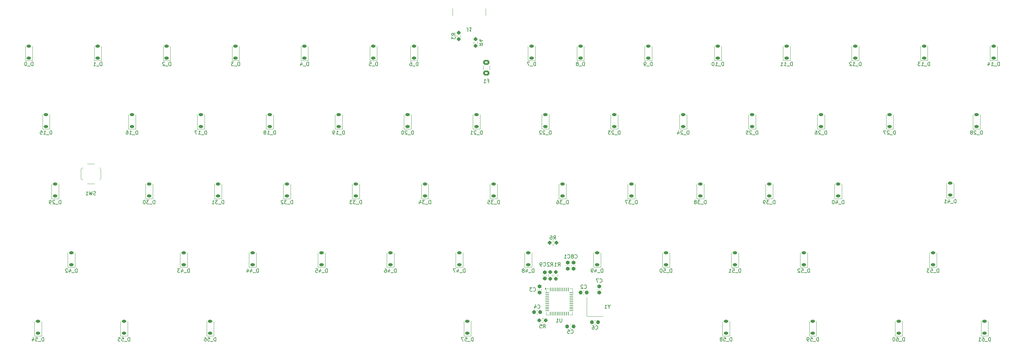
<source format=gbo>
G04 #@! TF.GenerationSoftware,KiCad,Pcbnew,8.0.4*
G04 #@! TF.CreationDate,2024-08-16T15:43:28+02:00*
G04 #@! TF.ProjectId,keyboard,6b657962-6f61-4726-942e-6b696361645f,rev?*
G04 #@! TF.SameCoordinates,Original*
G04 #@! TF.FileFunction,Legend,Bot*
G04 #@! TF.FilePolarity,Positive*
%FSLAX46Y46*%
G04 Gerber Fmt 4.6, Leading zero omitted, Abs format (unit mm)*
G04 Created by KiCad (PCBNEW 8.0.4) date 2024-08-16 15:43:28*
%MOMM*%
%LPD*%
G01*
G04 APERTURE LIST*
G04 Aperture macros list*
%AMRoundRect*
0 Rectangle with rounded corners*
0 $1 Rounding radius*
0 $2 $3 $4 $5 $6 $7 $8 $9 X,Y pos of 4 corners*
0 Add a 4 corners polygon primitive as box body*
4,1,4,$2,$3,$4,$5,$6,$7,$8,$9,$2,$3,0*
0 Add four circle primitives for the rounded corners*
1,1,$1+$1,$2,$3*
1,1,$1+$1,$4,$5*
1,1,$1+$1,$6,$7*
1,1,$1+$1,$8,$9*
0 Add four rect primitives between the rounded corners*
20,1,$1+$1,$2,$3,$4,$5,0*
20,1,$1+$1,$4,$5,$6,$7,0*
20,1,$1+$1,$6,$7,$8,$9,0*
20,1,$1+$1,$8,$9,$2,$3,0*%
G04 Aperture macros list end*
%ADD10C,0.160000*%
%ADD11C,0.120000*%
%ADD12C,0.650000*%
%ADD13R,0.600000X1.100000*%
%ADD14R,0.300000X1.240000*%
%ADD15O,1.000000X2.200000*%
%ADD16O,1.000000X1.800000*%
%ADD17C,3.048000*%
%ADD18C,3.987800*%
%ADD19C,1.750000*%
%ADD20C,4.000000*%
%ADD21C,2.500000*%
%ADD22C,6.500000*%
%ADD23O,8.000000X5.000000*%
%ADD24O,10.000000X5.000000*%
%ADD25C,5.000000*%
%ADD26RoundRect,0.237500X0.250000X0.237500X-0.250000X0.237500X-0.250000X-0.237500X0.250000X-0.237500X0*%
%ADD27RoundRect,0.237500X-0.237500X0.250000X-0.237500X-0.250000X0.237500X-0.250000X0.237500X0.250000X0*%
%ADD28RoundRect,0.237500X-0.300000X-0.237500X0.300000X-0.237500X0.300000X0.237500X-0.300000X0.237500X0*%
%ADD29RoundRect,0.237500X0.237500X-0.300000X0.237500X0.300000X-0.237500X0.300000X-0.237500X-0.300000X0*%
%ADD30RoundRect,0.237500X0.300000X0.237500X-0.300000X0.237500X-0.300000X-0.237500X0.300000X-0.237500X0*%
%ADD31RoundRect,0.237500X0.237500X-0.250000X0.237500X0.250000X-0.237500X0.250000X-0.237500X-0.250000X0*%
%ADD32R,0.750000X1.000000*%
%ADD33R,1.800000X2.100000*%
%ADD34RoundRect,0.250001X0.624999X-0.462499X0.624999X0.462499X-0.624999X0.462499X-0.624999X-0.462499X0*%
%ADD35RoundRect,0.225000X0.375000X-0.225000X0.375000X0.225000X-0.375000X0.225000X-0.375000X-0.225000X0*%
%ADD36RoundRect,0.062500X-0.062500X0.475000X-0.062500X-0.475000X0.062500X-0.475000X0.062500X0.475000X0*%
%ADD37RoundRect,0.062500X-0.475000X0.062500X-0.475000X-0.062500X0.475000X-0.062500X0.475000X0.062500X0*%
%ADD38R,5.200000X5.200000*%
G04 APERTURE END LIST*
D10*
X133416666Y-8745700D02*
X133416666Y-8031415D01*
X133416666Y-8031415D02*
X133369047Y-7888558D01*
X133369047Y-7888558D02*
X133273809Y-7793320D01*
X133273809Y-7793320D02*
X133130952Y-7745700D01*
X133130952Y-7745700D02*
X133035714Y-7745700D01*
X134416666Y-7745700D02*
X133845238Y-7745700D01*
X134130952Y-7745700D02*
X134130952Y-8745700D01*
X134130952Y-8745700D02*
X134035714Y-8602843D01*
X134035714Y-8602843D02*
X133940476Y-8507605D01*
X133940476Y-8507605D02*
X133845238Y-8459986D01*
X154166666Y-90854299D02*
X154499999Y-90378108D01*
X154738094Y-90854299D02*
X154738094Y-89854299D01*
X154738094Y-89854299D02*
X154357142Y-89854299D01*
X154357142Y-89854299D02*
X154261904Y-89901918D01*
X154261904Y-89901918D02*
X154214285Y-89949537D01*
X154214285Y-89949537D02*
X154166666Y-90044775D01*
X154166666Y-90044775D02*
X154166666Y-90187632D01*
X154166666Y-90187632D02*
X154214285Y-90282870D01*
X154214285Y-90282870D02*
X154261904Y-90330489D01*
X154261904Y-90330489D02*
X154357142Y-90378108D01*
X154357142Y-90378108D02*
X154738094Y-90378108D01*
X153261904Y-89854299D02*
X153738094Y-89854299D01*
X153738094Y-89854299D02*
X153785713Y-90330489D01*
X153785713Y-90330489D02*
X153738094Y-90282870D01*
X153738094Y-90282870D02*
X153642856Y-90235251D01*
X153642856Y-90235251D02*
X153404761Y-90235251D01*
X153404761Y-90235251D02*
X153309523Y-90282870D01*
X153309523Y-90282870D02*
X153261904Y-90330489D01*
X153261904Y-90330489D02*
X153214285Y-90425727D01*
X153214285Y-90425727D02*
X153214285Y-90663822D01*
X153214285Y-90663822D02*
X153261904Y-90759060D01*
X153261904Y-90759060D02*
X153309523Y-90806680D01*
X153309523Y-90806680D02*
X153404761Y-90854299D01*
X153404761Y-90854299D02*
X153642856Y-90854299D01*
X153642856Y-90854299D02*
X153738094Y-90806680D01*
X153738094Y-90806680D02*
X153785713Y-90759060D01*
X158266666Y-73754299D02*
X158599999Y-73278108D01*
X158838094Y-73754299D02*
X158838094Y-72754299D01*
X158838094Y-72754299D02*
X158457142Y-72754299D01*
X158457142Y-72754299D02*
X158361904Y-72801918D01*
X158361904Y-72801918D02*
X158314285Y-72849537D01*
X158314285Y-72849537D02*
X158266666Y-72944775D01*
X158266666Y-72944775D02*
X158266666Y-73087632D01*
X158266666Y-73087632D02*
X158314285Y-73182870D01*
X158314285Y-73182870D02*
X158361904Y-73230489D01*
X158361904Y-73230489D02*
X158457142Y-73278108D01*
X158457142Y-73278108D02*
X158838094Y-73278108D01*
X157314285Y-73754299D02*
X157885713Y-73754299D01*
X157599999Y-73754299D02*
X157599999Y-72754299D01*
X157599999Y-72754299D02*
X157695237Y-72897156D01*
X157695237Y-72897156D02*
X157790475Y-72992394D01*
X157790475Y-72992394D02*
X157885713Y-73040013D01*
X161866666Y-92289060D02*
X161914285Y-92336680D01*
X161914285Y-92336680D02*
X162057142Y-92384299D01*
X162057142Y-92384299D02*
X162152380Y-92384299D01*
X162152380Y-92384299D02*
X162295237Y-92336680D01*
X162295237Y-92336680D02*
X162390475Y-92241441D01*
X162390475Y-92241441D02*
X162438094Y-92146203D01*
X162438094Y-92146203D02*
X162485713Y-91955727D01*
X162485713Y-91955727D02*
X162485713Y-91812870D01*
X162485713Y-91812870D02*
X162438094Y-91622394D01*
X162438094Y-91622394D02*
X162390475Y-91527156D01*
X162390475Y-91527156D02*
X162295237Y-91431918D01*
X162295237Y-91431918D02*
X162152380Y-91384299D01*
X162152380Y-91384299D02*
X162057142Y-91384299D01*
X162057142Y-91384299D02*
X161914285Y-91431918D01*
X161914285Y-91431918D02*
X161866666Y-91479537D01*
X160961904Y-91384299D02*
X161438094Y-91384299D01*
X161438094Y-91384299D02*
X161485713Y-91860489D01*
X161485713Y-91860489D02*
X161438094Y-91812870D01*
X161438094Y-91812870D02*
X161342856Y-91765251D01*
X161342856Y-91765251D02*
X161104761Y-91765251D01*
X161104761Y-91765251D02*
X161009523Y-91812870D01*
X161009523Y-91812870D02*
X160961904Y-91860489D01*
X160961904Y-91860489D02*
X160914285Y-91955727D01*
X160914285Y-91955727D02*
X160914285Y-92193822D01*
X160914285Y-92193822D02*
X160961904Y-92289060D01*
X160961904Y-92289060D02*
X161009523Y-92336680D01*
X161009523Y-92336680D02*
X161104761Y-92384299D01*
X161104761Y-92384299D02*
X161342856Y-92384299D01*
X161342856Y-92384299D02*
X161438094Y-92336680D01*
X161438094Y-92336680D02*
X161485713Y-92289060D01*
X169866666Y-78159060D02*
X169914285Y-78206680D01*
X169914285Y-78206680D02*
X170057142Y-78254299D01*
X170057142Y-78254299D02*
X170152380Y-78254299D01*
X170152380Y-78254299D02*
X170295237Y-78206680D01*
X170295237Y-78206680D02*
X170390475Y-78111441D01*
X170390475Y-78111441D02*
X170438094Y-78016203D01*
X170438094Y-78016203D02*
X170485713Y-77825727D01*
X170485713Y-77825727D02*
X170485713Y-77682870D01*
X170485713Y-77682870D02*
X170438094Y-77492394D01*
X170438094Y-77492394D02*
X170390475Y-77397156D01*
X170390475Y-77397156D02*
X170295237Y-77301918D01*
X170295237Y-77301918D02*
X170152380Y-77254299D01*
X170152380Y-77254299D02*
X170057142Y-77254299D01*
X170057142Y-77254299D02*
X169914285Y-77301918D01*
X169914285Y-77301918D02*
X169866666Y-77349537D01*
X169533332Y-77254299D02*
X168866666Y-77254299D01*
X168866666Y-77254299D02*
X169295237Y-78254299D01*
X152666666Y-85359060D02*
X152714285Y-85406680D01*
X152714285Y-85406680D02*
X152857142Y-85454299D01*
X152857142Y-85454299D02*
X152952380Y-85454299D01*
X152952380Y-85454299D02*
X153095237Y-85406680D01*
X153095237Y-85406680D02*
X153190475Y-85311441D01*
X153190475Y-85311441D02*
X153238094Y-85216203D01*
X153238094Y-85216203D02*
X153285713Y-85025727D01*
X153285713Y-85025727D02*
X153285713Y-84882870D01*
X153285713Y-84882870D02*
X153238094Y-84692394D01*
X153238094Y-84692394D02*
X153190475Y-84597156D01*
X153190475Y-84597156D02*
X153095237Y-84501918D01*
X153095237Y-84501918D02*
X152952380Y-84454299D01*
X152952380Y-84454299D02*
X152857142Y-84454299D01*
X152857142Y-84454299D02*
X152714285Y-84501918D01*
X152714285Y-84501918D02*
X152666666Y-84549537D01*
X151809523Y-84787632D02*
X151809523Y-85454299D01*
X152047618Y-84406680D02*
X152285713Y-85120965D01*
X152285713Y-85120965D02*
X151666666Y-85120965D01*
X156266666Y-73754299D02*
X156599999Y-73278108D01*
X156838094Y-73754299D02*
X156838094Y-72754299D01*
X156838094Y-72754299D02*
X156457142Y-72754299D01*
X156457142Y-72754299D02*
X156361904Y-72801918D01*
X156361904Y-72801918D02*
X156314285Y-72849537D01*
X156314285Y-72849537D02*
X156266666Y-72944775D01*
X156266666Y-72944775D02*
X156266666Y-73087632D01*
X156266666Y-73087632D02*
X156314285Y-73182870D01*
X156314285Y-73182870D02*
X156361904Y-73230489D01*
X156361904Y-73230489D02*
X156457142Y-73278108D01*
X156457142Y-73278108D02*
X156838094Y-73278108D01*
X155885713Y-72849537D02*
X155838094Y-72801918D01*
X155838094Y-72801918D02*
X155742856Y-72754299D01*
X155742856Y-72754299D02*
X155504761Y-72754299D01*
X155504761Y-72754299D02*
X155409523Y-72801918D01*
X155409523Y-72801918D02*
X155361904Y-72849537D01*
X155361904Y-72849537D02*
X155314285Y-72944775D01*
X155314285Y-72944775D02*
X155314285Y-73040013D01*
X155314285Y-73040013D02*
X155361904Y-73182870D01*
X155361904Y-73182870D02*
X155933332Y-73754299D01*
X155933332Y-73754299D02*
X155314285Y-73754299D01*
X129874299Y-9833333D02*
X129398108Y-9500000D01*
X129874299Y-9261905D02*
X128874299Y-9261905D01*
X128874299Y-9261905D02*
X128874299Y-9642857D01*
X128874299Y-9642857D02*
X128921918Y-9738095D01*
X128921918Y-9738095D02*
X128969537Y-9785714D01*
X128969537Y-9785714D02*
X129064775Y-9833333D01*
X129064775Y-9833333D02*
X129207632Y-9833333D01*
X129207632Y-9833333D02*
X129302870Y-9785714D01*
X129302870Y-9785714D02*
X129350489Y-9738095D01*
X129350489Y-9738095D02*
X129398108Y-9642857D01*
X129398108Y-9642857D02*
X129398108Y-9261905D01*
X128874299Y-10166667D02*
X128874299Y-10785714D01*
X128874299Y-10785714D02*
X129255251Y-10452381D01*
X129255251Y-10452381D02*
X129255251Y-10595238D01*
X129255251Y-10595238D02*
X129302870Y-10690476D01*
X129302870Y-10690476D02*
X129350489Y-10738095D01*
X129350489Y-10738095D02*
X129445727Y-10785714D01*
X129445727Y-10785714D02*
X129683822Y-10785714D01*
X129683822Y-10785714D02*
X129779060Y-10738095D01*
X129779060Y-10738095D02*
X129826680Y-10690476D01*
X129826680Y-10690476D02*
X129874299Y-10595238D01*
X129874299Y-10595238D02*
X129874299Y-10309524D01*
X129874299Y-10309524D02*
X129826680Y-10214286D01*
X129826680Y-10214286D02*
X129779060Y-10166667D01*
X136475700Y-11966666D02*
X136951891Y-12299999D01*
X136475700Y-12538094D02*
X137475700Y-12538094D01*
X137475700Y-12538094D02*
X137475700Y-12157142D01*
X137475700Y-12157142D02*
X137428081Y-12061904D01*
X137428081Y-12061904D02*
X137380462Y-12014285D01*
X137380462Y-12014285D02*
X137285224Y-11966666D01*
X137285224Y-11966666D02*
X137142367Y-11966666D01*
X137142367Y-11966666D02*
X137047129Y-12014285D01*
X137047129Y-12014285D02*
X136999510Y-12061904D01*
X136999510Y-12061904D02*
X136951891Y-12157142D01*
X136951891Y-12157142D02*
X136951891Y-12538094D01*
X137142367Y-11109523D02*
X136475700Y-11109523D01*
X137523320Y-11347618D02*
X136809034Y-11585713D01*
X136809034Y-11585713D02*
X136809034Y-10966666D01*
X160966666Y-71459060D02*
X161014285Y-71506680D01*
X161014285Y-71506680D02*
X161157142Y-71554299D01*
X161157142Y-71554299D02*
X161252380Y-71554299D01*
X161252380Y-71554299D02*
X161395237Y-71506680D01*
X161395237Y-71506680D02*
X161490475Y-71411441D01*
X161490475Y-71411441D02*
X161538094Y-71316203D01*
X161538094Y-71316203D02*
X161585713Y-71125727D01*
X161585713Y-71125727D02*
X161585713Y-70982870D01*
X161585713Y-70982870D02*
X161538094Y-70792394D01*
X161538094Y-70792394D02*
X161490475Y-70697156D01*
X161490475Y-70697156D02*
X161395237Y-70601918D01*
X161395237Y-70601918D02*
X161252380Y-70554299D01*
X161252380Y-70554299D02*
X161157142Y-70554299D01*
X161157142Y-70554299D02*
X161014285Y-70601918D01*
X161014285Y-70601918D02*
X160966666Y-70649537D01*
X160014285Y-71554299D02*
X160585713Y-71554299D01*
X160299999Y-71554299D02*
X160299999Y-70554299D01*
X160299999Y-70554299D02*
X160395237Y-70697156D01*
X160395237Y-70697156D02*
X160490475Y-70792394D01*
X160490475Y-70792394D02*
X160585713Y-70840013D01*
X30433332Y-54006680D02*
X30290475Y-54054299D01*
X30290475Y-54054299D02*
X30052380Y-54054299D01*
X30052380Y-54054299D02*
X29957142Y-54006680D01*
X29957142Y-54006680D02*
X29909523Y-53959060D01*
X29909523Y-53959060D02*
X29861904Y-53863822D01*
X29861904Y-53863822D02*
X29861904Y-53768584D01*
X29861904Y-53768584D02*
X29909523Y-53673346D01*
X29909523Y-53673346D02*
X29957142Y-53625727D01*
X29957142Y-53625727D02*
X30052380Y-53578108D01*
X30052380Y-53578108D02*
X30242856Y-53530489D01*
X30242856Y-53530489D02*
X30338094Y-53482870D01*
X30338094Y-53482870D02*
X30385713Y-53435251D01*
X30385713Y-53435251D02*
X30433332Y-53340013D01*
X30433332Y-53340013D02*
X30433332Y-53244775D01*
X30433332Y-53244775D02*
X30385713Y-53149537D01*
X30385713Y-53149537D02*
X30338094Y-53101918D01*
X30338094Y-53101918D02*
X30242856Y-53054299D01*
X30242856Y-53054299D02*
X30004761Y-53054299D01*
X30004761Y-53054299D02*
X29861904Y-53101918D01*
X29528570Y-53054299D02*
X29290475Y-54054299D01*
X29290475Y-54054299D02*
X29099999Y-53340013D01*
X29099999Y-53340013D02*
X28909523Y-54054299D01*
X28909523Y-54054299D02*
X28671428Y-53054299D01*
X27766666Y-54054299D02*
X28338094Y-54054299D01*
X28052380Y-54054299D02*
X28052380Y-53054299D01*
X28052380Y-53054299D02*
X28147618Y-53197156D01*
X28147618Y-53197156D02*
X28242856Y-53292394D01*
X28242856Y-53292394D02*
X28338094Y-53340013D01*
X151466666Y-80609060D02*
X151514285Y-80656680D01*
X151514285Y-80656680D02*
X151657142Y-80704299D01*
X151657142Y-80704299D02*
X151752380Y-80704299D01*
X151752380Y-80704299D02*
X151895237Y-80656680D01*
X151895237Y-80656680D02*
X151990475Y-80561441D01*
X151990475Y-80561441D02*
X152038094Y-80466203D01*
X152038094Y-80466203D02*
X152085713Y-80275727D01*
X152085713Y-80275727D02*
X152085713Y-80132870D01*
X152085713Y-80132870D02*
X152038094Y-79942394D01*
X152038094Y-79942394D02*
X151990475Y-79847156D01*
X151990475Y-79847156D02*
X151895237Y-79751918D01*
X151895237Y-79751918D02*
X151752380Y-79704299D01*
X151752380Y-79704299D02*
X151657142Y-79704299D01*
X151657142Y-79704299D02*
X151514285Y-79751918D01*
X151514285Y-79751918D02*
X151466666Y-79799537D01*
X151133332Y-79704299D02*
X150514285Y-79704299D01*
X150514285Y-79704299D02*
X150847618Y-80085251D01*
X150847618Y-80085251D02*
X150704761Y-80085251D01*
X150704761Y-80085251D02*
X150609523Y-80132870D01*
X150609523Y-80132870D02*
X150561904Y-80180489D01*
X150561904Y-80180489D02*
X150514285Y-80275727D01*
X150514285Y-80275727D02*
X150514285Y-80513822D01*
X150514285Y-80513822D02*
X150561904Y-80609060D01*
X150561904Y-80609060D02*
X150609523Y-80656680D01*
X150609523Y-80656680D02*
X150704761Y-80704299D01*
X150704761Y-80704299D02*
X150990475Y-80704299D01*
X150990475Y-80704299D02*
X151085713Y-80656680D01*
X151085713Y-80656680D02*
X151133332Y-80609060D01*
X157066666Y-66324299D02*
X157399999Y-65848108D01*
X157638094Y-66324299D02*
X157638094Y-65324299D01*
X157638094Y-65324299D02*
X157257142Y-65324299D01*
X157257142Y-65324299D02*
X157161904Y-65371918D01*
X157161904Y-65371918D02*
X157114285Y-65419537D01*
X157114285Y-65419537D02*
X157066666Y-65514775D01*
X157066666Y-65514775D02*
X157066666Y-65657632D01*
X157066666Y-65657632D02*
X157114285Y-65752870D01*
X157114285Y-65752870D02*
X157161904Y-65800489D01*
X157161904Y-65800489D02*
X157257142Y-65848108D01*
X157257142Y-65848108D02*
X157638094Y-65848108D01*
X156209523Y-65324299D02*
X156399999Y-65324299D01*
X156399999Y-65324299D02*
X156495237Y-65371918D01*
X156495237Y-65371918D02*
X156542856Y-65419537D01*
X156542856Y-65419537D02*
X156638094Y-65562394D01*
X156638094Y-65562394D02*
X156685713Y-65752870D01*
X156685713Y-65752870D02*
X156685713Y-66133822D01*
X156685713Y-66133822D02*
X156638094Y-66229060D01*
X156638094Y-66229060D02*
X156590475Y-66276680D01*
X156590475Y-66276680D02*
X156495237Y-66324299D01*
X156495237Y-66324299D02*
X156304761Y-66324299D01*
X156304761Y-66324299D02*
X156209523Y-66276680D01*
X156209523Y-66276680D02*
X156161904Y-66229060D01*
X156161904Y-66229060D02*
X156114285Y-66133822D01*
X156114285Y-66133822D02*
X156114285Y-65895727D01*
X156114285Y-65895727D02*
X156161904Y-65800489D01*
X156161904Y-65800489D02*
X156209523Y-65752870D01*
X156209523Y-65752870D02*
X156304761Y-65705251D01*
X156304761Y-65705251D02*
X156495237Y-65705251D01*
X156495237Y-65705251D02*
X156590475Y-65752870D01*
X156590475Y-65752870D02*
X156638094Y-65800489D01*
X156638094Y-65800489D02*
X156685713Y-65895727D01*
X162966666Y-71459060D02*
X163014285Y-71506680D01*
X163014285Y-71506680D02*
X163157142Y-71554299D01*
X163157142Y-71554299D02*
X163252380Y-71554299D01*
X163252380Y-71554299D02*
X163395237Y-71506680D01*
X163395237Y-71506680D02*
X163490475Y-71411441D01*
X163490475Y-71411441D02*
X163538094Y-71316203D01*
X163538094Y-71316203D02*
X163585713Y-71125727D01*
X163585713Y-71125727D02*
X163585713Y-70982870D01*
X163585713Y-70982870D02*
X163538094Y-70792394D01*
X163538094Y-70792394D02*
X163490475Y-70697156D01*
X163490475Y-70697156D02*
X163395237Y-70601918D01*
X163395237Y-70601918D02*
X163252380Y-70554299D01*
X163252380Y-70554299D02*
X163157142Y-70554299D01*
X163157142Y-70554299D02*
X163014285Y-70601918D01*
X163014285Y-70601918D02*
X162966666Y-70649537D01*
X162395237Y-70982870D02*
X162490475Y-70935251D01*
X162490475Y-70935251D02*
X162538094Y-70887632D01*
X162538094Y-70887632D02*
X162585713Y-70792394D01*
X162585713Y-70792394D02*
X162585713Y-70744775D01*
X162585713Y-70744775D02*
X162538094Y-70649537D01*
X162538094Y-70649537D02*
X162490475Y-70601918D01*
X162490475Y-70601918D02*
X162395237Y-70554299D01*
X162395237Y-70554299D02*
X162204761Y-70554299D01*
X162204761Y-70554299D02*
X162109523Y-70601918D01*
X162109523Y-70601918D02*
X162061904Y-70649537D01*
X162061904Y-70649537D02*
X162014285Y-70744775D01*
X162014285Y-70744775D02*
X162014285Y-70792394D01*
X162014285Y-70792394D02*
X162061904Y-70887632D01*
X162061904Y-70887632D02*
X162109523Y-70935251D01*
X162109523Y-70935251D02*
X162204761Y-70982870D01*
X162204761Y-70982870D02*
X162395237Y-70982870D01*
X162395237Y-70982870D02*
X162490475Y-71030489D01*
X162490475Y-71030489D02*
X162538094Y-71078108D01*
X162538094Y-71078108D02*
X162585713Y-71173346D01*
X162585713Y-71173346D02*
X162585713Y-71363822D01*
X162585713Y-71363822D02*
X162538094Y-71459060D01*
X162538094Y-71459060D02*
X162490475Y-71506680D01*
X162490475Y-71506680D02*
X162395237Y-71554299D01*
X162395237Y-71554299D02*
X162204761Y-71554299D01*
X162204761Y-71554299D02*
X162109523Y-71506680D01*
X162109523Y-71506680D02*
X162061904Y-71459060D01*
X162061904Y-71459060D02*
X162014285Y-71363822D01*
X162014285Y-71363822D02*
X162014285Y-71173346D01*
X162014285Y-71173346D02*
X162061904Y-71078108D01*
X162061904Y-71078108D02*
X162109523Y-71030489D01*
X162109523Y-71030489D02*
X162204761Y-70982870D01*
X154266666Y-73659060D02*
X154314285Y-73706680D01*
X154314285Y-73706680D02*
X154457142Y-73754299D01*
X154457142Y-73754299D02*
X154552380Y-73754299D01*
X154552380Y-73754299D02*
X154695237Y-73706680D01*
X154695237Y-73706680D02*
X154790475Y-73611441D01*
X154790475Y-73611441D02*
X154838094Y-73516203D01*
X154838094Y-73516203D02*
X154885713Y-73325727D01*
X154885713Y-73325727D02*
X154885713Y-73182870D01*
X154885713Y-73182870D02*
X154838094Y-72992394D01*
X154838094Y-72992394D02*
X154790475Y-72897156D01*
X154790475Y-72897156D02*
X154695237Y-72801918D01*
X154695237Y-72801918D02*
X154552380Y-72754299D01*
X154552380Y-72754299D02*
X154457142Y-72754299D01*
X154457142Y-72754299D02*
X154314285Y-72801918D01*
X154314285Y-72801918D02*
X154266666Y-72849537D01*
X153790475Y-73754299D02*
X153599999Y-73754299D01*
X153599999Y-73754299D02*
X153504761Y-73706680D01*
X153504761Y-73706680D02*
X153457142Y-73659060D01*
X153457142Y-73659060D02*
X153361904Y-73516203D01*
X153361904Y-73516203D02*
X153314285Y-73325727D01*
X153314285Y-73325727D02*
X153314285Y-72944775D01*
X153314285Y-72944775D02*
X153361904Y-72849537D01*
X153361904Y-72849537D02*
X153409523Y-72801918D01*
X153409523Y-72801918D02*
X153504761Y-72754299D01*
X153504761Y-72754299D02*
X153695237Y-72754299D01*
X153695237Y-72754299D02*
X153790475Y-72801918D01*
X153790475Y-72801918D02*
X153838094Y-72849537D01*
X153838094Y-72849537D02*
X153885713Y-72944775D01*
X153885713Y-72944775D02*
X153885713Y-73182870D01*
X153885713Y-73182870D02*
X153838094Y-73278108D01*
X153838094Y-73278108D02*
X153790475Y-73325727D01*
X153790475Y-73325727D02*
X153695237Y-73373346D01*
X153695237Y-73373346D02*
X153504761Y-73373346D01*
X153504761Y-73373346D02*
X153409523Y-73325727D01*
X153409523Y-73325727D02*
X153361904Y-73278108D01*
X153361904Y-73278108D02*
X153314285Y-73182870D01*
X168666666Y-91159060D02*
X168714285Y-91206680D01*
X168714285Y-91206680D02*
X168857142Y-91254299D01*
X168857142Y-91254299D02*
X168952380Y-91254299D01*
X168952380Y-91254299D02*
X169095237Y-91206680D01*
X169095237Y-91206680D02*
X169190475Y-91111441D01*
X169190475Y-91111441D02*
X169238094Y-91016203D01*
X169238094Y-91016203D02*
X169285713Y-90825727D01*
X169285713Y-90825727D02*
X169285713Y-90682870D01*
X169285713Y-90682870D02*
X169238094Y-90492394D01*
X169238094Y-90492394D02*
X169190475Y-90397156D01*
X169190475Y-90397156D02*
X169095237Y-90301918D01*
X169095237Y-90301918D02*
X168952380Y-90254299D01*
X168952380Y-90254299D02*
X168857142Y-90254299D01*
X168857142Y-90254299D02*
X168714285Y-90301918D01*
X168714285Y-90301918D02*
X168666666Y-90349537D01*
X167809523Y-90254299D02*
X167999999Y-90254299D01*
X167999999Y-90254299D02*
X168095237Y-90301918D01*
X168095237Y-90301918D02*
X168142856Y-90349537D01*
X168142856Y-90349537D02*
X168238094Y-90492394D01*
X168238094Y-90492394D02*
X168285713Y-90682870D01*
X168285713Y-90682870D02*
X168285713Y-91063822D01*
X168285713Y-91063822D02*
X168238094Y-91159060D01*
X168238094Y-91159060D02*
X168190475Y-91206680D01*
X168190475Y-91206680D02*
X168095237Y-91254299D01*
X168095237Y-91254299D02*
X167904761Y-91254299D01*
X167904761Y-91254299D02*
X167809523Y-91206680D01*
X167809523Y-91206680D02*
X167761904Y-91159060D01*
X167761904Y-91159060D02*
X167714285Y-91063822D01*
X167714285Y-91063822D02*
X167714285Y-90825727D01*
X167714285Y-90825727D02*
X167761904Y-90730489D01*
X167761904Y-90730489D02*
X167809523Y-90682870D01*
X167809523Y-90682870D02*
X167904761Y-90635251D01*
X167904761Y-90635251D02*
X168095237Y-90635251D01*
X168095237Y-90635251D02*
X168190475Y-90682870D01*
X168190475Y-90682870D02*
X168238094Y-90730489D01*
X168238094Y-90730489D02*
X168285713Y-90825727D01*
X165566666Y-79859060D02*
X165614285Y-79906680D01*
X165614285Y-79906680D02*
X165757142Y-79954299D01*
X165757142Y-79954299D02*
X165852380Y-79954299D01*
X165852380Y-79954299D02*
X165995237Y-79906680D01*
X165995237Y-79906680D02*
X166090475Y-79811441D01*
X166090475Y-79811441D02*
X166138094Y-79716203D01*
X166138094Y-79716203D02*
X166185713Y-79525727D01*
X166185713Y-79525727D02*
X166185713Y-79382870D01*
X166185713Y-79382870D02*
X166138094Y-79192394D01*
X166138094Y-79192394D02*
X166090475Y-79097156D01*
X166090475Y-79097156D02*
X165995237Y-79001918D01*
X165995237Y-79001918D02*
X165852380Y-78954299D01*
X165852380Y-78954299D02*
X165757142Y-78954299D01*
X165757142Y-78954299D02*
X165614285Y-79001918D01*
X165614285Y-79001918D02*
X165566666Y-79049537D01*
X165185713Y-79049537D02*
X165138094Y-79001918D01*
X165138094Y-79001918D02*
X165042856Y-78954299D01*
X165042856Y-78954299D02*
X164804761Y-78954299D01*
X164804761Y-78954299D02*
X164709523Y-79001918D01*
X164709523Y-79001918D02*
X164661904Y-79049537D01*
X164661904Y-79049537D02*
X164614285Y-79144775D01*
X164614285Y-79144775D02*
X164614285Y-79240013D01*
X164614285Y-79240013D02*
X164661904Y-79382870D01*
X164661904Y-79382870D02*
X165233332Y-79954299D01*
X165233332Y-79954299D02*
X164614285Y-79954299D01*
X172376190Y-84978108D02*
X172376190Y-85454299D01*
X172709523Y-84454299D02*
X172376190Y-84978108D01*
X172376190Y-84978108D02*
X172042857Y-84454299D01*
X171185714Y-85454299D02*
X171757142Y-85454299D01*
X171471428Y-85454299D02*
X171471428Y-84454299D01*
X171471428Y-84454299D02*
X171566666Y-84597156D01*
X171566666Y-84597156D02*
X171661904Y-84692394D01*
X171661904Y-84692394D02*
X171757142Y-84740013D01*
X138833333Y-22430489D02*
X139166666Y-22430489D01*
X139166666Y-22954299D02*
X139166666Y-21954299D01*
X139166666Y-21954299D02*
X138690476Y-21954299D01*
X137785714Y-22954299D02*
X138357142Y-22954299D01*
X138071428Y-22954299D02*
X138071428Y-21954299D01*
X138071428Y-21954299D02*
X138166666Y-22097156D01*
X138166666Y-22097156D02*
X138261904Y-22192394D01*
X138261904Y-22192394D02*
X138357142Y-22240013D01*
X13119047Y-18254299D02*
X13119047Y-17254299D01*
X13119047Y-17254299D02*
X12880952Y-17254299D01*
X12880952Y-17254299D02*
X12738095Y-17301918D01*
X12738095Y-17301918D02*
X12642857Y-17397156D01*
X12642857Y-17397156D02*
X12595238Y-17492394D01*
X12595238Y-17492394D02*
X12547619Y-17682870D01*
X12547619Y-17682870D02*
X12547619Y-17825727D01*
X12547619Y-17825727D02*
X12595238Y-18016203D01*
X12595238Y-18016203D02*
X12642857Y-18111441D01*
X12642857Y-18111441D02*
X12738095Y-18206680D01*
X12738095Y-18206680D02*
X12880952Y-18254299D01*
X12880952Y-18254299D02*
X13119047Y-18254299D01*
X12357143Y-18349537D02*
X11595238Y-18349537D01*
X11166666Y-17254299D02*
X11071428Y-17254299D01*
X11071428Y-17254299D02*
X10976190Y-17301918D01*
X10976190Y-17301918D02*
X10928571Y-17349537D01*
X10928571Y-17349537D02*
X10880952Y-17444775D01*
X10880952Y-17444775D02*
X10833333Y-17635251D01*
X10833333Y-17635251D02*
X10833333Y-17873346D01*
X10833333Y-17873346D02*
X10880952Y-18063822D01*
X10880952Y-18063822D02*
X10928571Y-18159060D01*
X10928571Y-18159060D02*
X10976190Y-18206680D01*
X10976190Y-18206680D02*
X11071428Y-18254299D01*
X11071428Y-18254299D02*
X11166666Y-18254299D01*
X11166666Y-18254299D02*
X11261904Y-18206680D01*
X11261904Y-18206680D02*
X11309523Y-18159060D01*
X11309523Y-18159060D02*
X11357142Y-18063822D01*
X11357142Y-18063822D02*
X11404761Y-17873346D01*
X11404761Y-17873346D02*
X11404761Y-17635251D01*
X11404761Y-17635251D02*
X11357142Y-17444775D01*
X11357142Y-17444775D02*
X11309523Y-17349537D01*
X11309523Y-17349537D02*
X11261904Y-17301918D01*
X11261904Y-17301918D02*
X11166666Y-17254299D01*
X32169047Y-18254299D02*
X32169047Y-17254299D01*
X32169047Y-17254299D02*
X31930952Y-17254299D01*
X31930952Y-17254299D02*
X31788095Y-17301918D01*
X31788095Y-17301918D02*
X31692857Y-17397156D01*
X31692857Y-17397156D02*
X31645238Y-17492394D01*
X31645238Y-17492394D02*
X31597619Y-17682870D01*
X31597619Y-17682870D02*
X31597619Y-17825727D01*
X31597619Y-17825727D02*
X31645238Y-18016203D01*
X31645238Y-18016203D02*
X31692857Y-18111441D01*
X31692857Y-18111441D02*
X31788095Y-18206680D01*
X31788095Y-18206680D02*
X31930952Y-18254299D01*
X31930952Y-18254299D02*
X32169047Y-18254299D01*
X31407143Y-18349537D02*
X30645238Y-18349537D01*
X29883333Y-18254299D02*
X30454761Y-18254299D01*
X30169047Y-18254299D02*
X30169047Y-17254299D01*
X30169047Y-17254299D02*
X30264285Y-17397156D01*
X30264285Y-17397156D02*
X30359523Y-17492394D01*
X30359523Y-17492394D02*
X30454761Y-17540013D01*
X51219047Y-18254299D02*
X51219047Y-17254299D01*
X51219047Y-17254299D02*
X50980952Y-17254299D01*
X50980952Y-17254299D02*
X50838095Y-17301918D01*
X50838095Y-17301918D02*
X50742857Y-17397156D01*
X50742857Y-17397156D02*
X50695238Y-17492394D01*
X50695238Y-17492394D02*
X50647619Y-17682870D01*
X50647619Y-17682870D02*
X50647619Y-17825727D01*
X50647619Y-17825727D02*
X50695238Y-18016203D01*
X50695238Y-18016203D02*
X50742857Y-18111441D01*
X50742857Y-18111441D02*
X50838095Y-18206680D01*
X50838095Y-18206680D02*
X50980952Y-18254299D01*
X50980952Y-18254299D02*
X51219047Y-18254299D01*
X50457143Y-18349537D02*
X49695238Y-18349537D01*
X49504761Y-17349537D02*
X49457142Y-17301918D01*
X49457142Y-17301918D02*
X49361904Y-17254299D01*
X49361904Y-17254299D02*
X49123809Y-17254299D01*
X49123809Y-17254299D02*
X49028571Y-17301918D01*
X49028571Y-17301918D02*
X48980952Y-17349537D01*
X48980952Y-17349537D02*
X48933333Y-17444775D01*
X48933333Y-17444775D02*
X48933333Y-17540013D01*
X48933333Y-17540013D02*
X48980952Y-17682870D01*
X48980952Y-17682870D02*
X49552380Y-18254299D01*
X49552380Y-18254299D02*
X48933333Y-18254299D01*
X70269047Y-18254299D02*
X70269047Y-17254299D01*
X70269047Y-17254299D02*
X70030952Y-17254299D01*
X70030952Y-17254299D02*
X69888095Y-17301918D01*
X69888095Y-17301918D02*
X69792857Y-17397156D01*
X69792857Y-17397156D02*
X69745238Y-17492394D01*
X69745238Y-17492394D02*
X69697619Y-17682870D01*
X69697619Y-17682870D02*
X69697619Y-17825727D01*
X69697619Y-17825727D02*
X69745238Y-18016203D01*
X69745238Y-18016203D02*
X69792857Y-18111441D01*
X69792857Y-18111441D02*
X69888095Y-18206680D01*
X69888095Y-18206680D02*
X70030952Y-18254299D01*
X70030952Y-18254299D02*
X70269047Y-18254299D01*
X69507143Y-18349537D02*
X68745238Y-18349537D01*
X68602380Y-17254299D02*
X67983333Y-17254299D01*
X67983333Y-17254299D02*
X68316666Y-17635251D01*
X68316666Y-17635251D02*
X68173809Y-17635251D01*
X68173809Y-17635251D02*
X68078571Y-17682870D01*
X68078571Y-17682870D02*
X68030952Y-17730489D01*
X68030952Y-17730489D02*
X67983333Y-17825727D01*
X67983333Y-17825727D02*
X67983333Y-18063822D01*
X67983333Y-18063822D02*
X68030952Y-18159060D01*
X68030952Y-18159060D02*
X68078571Y-18206680D01*
X68078571Y-18206680D02*
X68173809Y-18254299D01*
X68173809Y-18254299D02*
X68459523Y-18254299D01*
X68459523Y-18254299D02*
X68554761Y-18206680D01*
X68554761Y-18206680D02*
X68602380Y-18159060D01*
X89319047Y-18254299D02*
X89319047Y-17254299D01*
X89319047Y-17254299D02*
X89080952Y-17254299D01*
X89080952Y-17254299D02*
X88938095Y-17301918D01*
X88938095Y-17301918D02*
X88842857Y-17397156D01*
X88842857Y-17397156D02*
X88795238Y-17492394D01*
X88795238Y-17492394D02*
X88747619Y-17682870D01*
X88747619Y-17682870D02*
X88747619Y-17825727D01*
X88747619Y-17825727D02*
X88795238Y-18016203D01*
X88795238Y-18016203D02*
X88842857Y-18111441D01*
X88842857Y-18111441D02*
X88938095Y-18206680D01*
X88938095Y-18206680D02*
X89080952Y-18254299D01*
X89080952Y-18254299D02*
X89319047Y-18254299D01*
X88557143Y-18349537D02*
X87795238Y-18349537D01*
X87128571Y-17587632D02*
X87128571Y-18254299D01*
X87366666Y-17206680D02*
X87604761Y-17920965D01*
X87604761Y-17920965D02*
X86985714Y-17920965D01*
X108369047Y-18254299D02*
X108369047Y-17254299D01*
X108369047Y-17254299D02*
X108130952Y-17254299D01*
X108130952Y-17254299D02*
X107988095Y-17301918D01*
X107988095Y-17301918D02*
X107892857Y-17397156D01*
X107892857Y-17397156D02*
X107845238Y-17492394D01*
X107845238Y-17492394D02*
X107797619Y-17682870D01*
X107797619Y-17682870D02*
X107797619Y-17825727D01*
X107797619Y-17825727D02*
X107845238Y-18016203D01*
X107845238Y-18016203D02*
X107892857Y-18111441D01*
X107892857Y-18111441D02*
X107988095Y-18206680D01*
X107988095Y-18206680D02*
X108130952Y-18254299D01*
X108130952Y-18254299D02*
X108369047Y-18254299D01*
X107607143Y-18349537D02*
X106845238Y-18349537D01*
X106130952Y-17254299D02*
X106607142Y-17254299D01*
X106607142Y-17254299D02*
X106654761Y-17730489D01*
X106654761Y-17730489D02*
X106607142Y-17682870D01*
X106607142Y-17682870D02*
X106511904Y-17635251D01*
X106511904Y-17635251D02*
X106273809Y-17635251D01*
X106273809Y-17635251D02*
X106178571Y-17682870D01*
X106178571Y-17682870D02*
X106130952Y-17730489D01*
X106130952Y-17730489D02*
X106083333Y-17825727D01*
X106083333Y-17825727D02*
X106083333Y-18063822D01*
X106083333Y-18063822D02*
X106130952Y-18159060D01*
X106130952Y-18159060D02*
X106178571Y-18206680D01*
X106178571Y-18206680D02*
X106273809Y-18254299D01*
X106273809Y-18254299D02*
X106511904Y-18254299D01*
X106511904Y-18254299D02*
X106607142Y-18206680D01*
X106607142Y-18206680D02*
X106654761Y-18159060D01*
X119619047Y-18254299D02*
X119619047Y-17254299D01*
X119619047Y-17254299D02*
X119380952Y-17254299D01*
X119380952Y-17254299D02*
X119238095Y-17301918D01*
X119238095Y-17301918D02*
X119142857Y-17397156D01*
X119142857Y-17397156D02*
X119095238Y-17492394D01*
X119095238Y-17492394D02*
X119047619Y-17682870D01*
X119047619Y-17682870D02*
X119047619Y-17825727D01*
X119047619Y-17825727D02*
X119095238Y-18016203D01*
X119095238Y-18016203D02*
X119142857Y-18111441D01*
X119142857Y-18111441D02*
X119238095Y-18206680D01*
X119238095Y-18206680D02*
X119380952Y-18254299D01*
X119380952Y-18254299D02*
X119619047Y-18254299D01*
X118857143Y-18349537D02*
X118095238Y-18349537D01*
X117428571Y-17254299D02*
X117619047Y-17254299D01*
X117619047Y-17254299D02*
X117714285Y-17301918D01*
X117714285Y-17301918D02*
X117761904Y-17349537D01*
X117761904Y-17349537D02*
X117857142Y-17492394D01*
X117857142Y-17492394D02*
X117904761Y-17682870D01*
X117904761Y-17682870D02*
X117904761Y-18063822D01*
X117904761Y-18063822D02*
X117857142Y-18159060D01*
X117857142Y-18159060D02*
X117809523Y-18206680D01*
X117809523Y-18206680D02*
X117714285Y-18254299D01*
X117714285Y-18254299D02*
X117523809Y-18254299D01*
X117523809Y-18254299D02*
X117428571Y-18206680D01*
X117428571Y-18206680D02*
X117380952Y-18159060D01*
X117380952Y-18159060D02*
X117333333Y-18063822D01*
X117333333Y-18063822D02*
X117333333Y-17825727D01*
X117333333Y-17825727D02*
X117380952Y-17730489D01*
X117380952Y-17730489D02*
X117428571Y-17682870D01*
X117428571Y-17682870D02*
X117523809Y-17635251D01*
X117523809Y-17635251D02*
X117714285Y-17635251D01*
X117714285Y-17635251D02*
X117809523Y-17682870D01*
X117809523Y-17682870D02*
X117857142Y-17730489D01*
X117857142Y-17730489D02*
X117904761Y-17825727D01*
X152119047Y-18254299D02*
X152119047Y-17254299D01*
X152119047Y-17254299D02*
X151880952Y-17254299D01*
X151880952Y-17254299D02*
X151738095Y-17301918D01*
X151738095Y-17301918D02*
X151642857Y-17397156D01*
X151642857Y-17397156D02*
X151595238Y-17492394D01*
X151595238Y-17492394D02*
X151547619Y-17682870D01*
X151547619Y-17682870D02*
X151547619Y-17825727D01*
X151547619Y-17825727D02*
X151595238Y-18016203D01*
X151595238Y-18016203D02*
X151642857Y-18111441D01*
X151642857Y-18111441D02*
X151738095Y-18206680D01*
X151738095Y-18206680D02*
X151880952Y-18254299D01*
X151880952Y-18254299D02*
X152119047Y-18254299D01*
X151357143Y-18349537D02*
X150595238Y-18349537D01*
X150452380Y-17254299D02*
X149785714Y-17254299D01*
X149785714Y-17254299D02*
X150214285Y-18254299D01*
X165619047Y-18254299D02*
X165619047Y-17254299D01*
X165619047Y-17254299D02*
X165380952Y-17254299D01*
X165380952Y-17254299D02*
X165238095Y-17301918D01*
X165238095Y-17301918D02*
X165142857Y-17397156D01*
X165142857Y-17397156D02*
X165095238Y-17492394D01*
X165095238Y-17492394D02*
X165047619Y-17682870D01*
X165047619Y-17682870D02*
X165047619Y-17825727D01*
X165047619Y-17825727D02*
X165095238Y-18016203D01*
X165095238Y-18016203D02*
X165142857Y-18111441D01*
X165142857Y-18111441D02*
X165238095Y-18206680D01*
X165238095Y-18206680D02*
X165380952Y-18254299D01*
X165380952Y-18254299D02*
X165619047Y-18254299D01*
X164857143Y-18349537D02*
X164095238Y-18349537D01*
X163714285Y-17682870D02*
X163809523Y-17635251D01*
X163809523Y-17635251D02*
X163857142Y-17587632D01*
X163857142Y-17587632D02*
X163904761Y-17492394D01*
X163904761Y-17492394D02*
X163904761Y-17444775D01*
X163904761Y-17444775D02*
X163857142Y-17349537D01*
X163857142Y-17349537D02*
X163809523Y-17301918D01*
X163809523Y-17301918D02*
X163714285Y-17254299D01*
X163714285Y-17254299D02*
X163523809Y-17254299D01*
X163523809Y-17254299D02*
X163428571Y-17301918D01*
X163428571Y-17301918D02*
X163380952Y-17349537D01*
X163380952Y-17349537D02*
X163333333Y-17444775D01*
X163333333Y-17444775D02*
X163333333Y-17492394D01*
X163333333Y-17492394D02*
X163380952Y-17587632D01*
X163380952Y-17587632D02*
X163428571Y-17635251D01*
X163428571Y-17635251D02*
X163523809Y-17682870D01*
X163523809Y-17682870D02*
X163714285Y-17682870D01*
X163714285Y-17682870D02*
X163809523Y-17730489D01*
X163809523Y-17730489D02*
X163857142Y-17778108D01*
X163857142Y-17778108D02*
X163904761Y-17873346D01*
X163904761Y-17873346D02*
X163904761Y-18063822D01*
X163904761Y-18063822D02*
X163857142Y-18159060D01*
X163857142Y-18159060D02*
X163809523Y-18206680D01*
X163809523Y-18206680D02*
X163714285Y-18254299D01*
X163714285Y-18254299D02*
X163523809Y-18254299D01*
X163523809Y-18254299D02*
X163428571Y-18206680D01*
X163428571Y-18206680D02*
X163380952Y-18159060D01*
X163380952Y-18159060D02*
X163333333Y-18063822D01*
X163333333Y-18063822D02*
X163333333Y-17873346D01*
X163333333Y-17873346D02*
X163380952Y-17778108D01*
X163380952Y-17778108D02*
X163428571Y-17730489D01*
X163428571Y-17730489D02*
X163523809Y-17682870D01*
X184369047Y-18254299D02*
X184369047Y-17254299D01*
X184369047Y-17254299D02*
X184130952Y-17254299D01*
X184130952Y-17254299D02*
X183988095Y-17301918D01*
X183988095Y-17301918D02*
X183892857Y-17397156D01*
X183892857Y-17397156D02*
X183845238Y-17492394D01*
X183845238Y-17492394D02*
X183797619Y-17682870D01*
X183797619Y-17682870D02*
X183797619Y-17825727D01*
X183797619Y-17825727D02*
X183845238Y-18016203D01*
X183845238Y-18016203D02*
X183892857Y-18111441D01*
X183892857Y-18111441D02*
X183988095Y-18206680D01*
X183988095Y-18206680D02*
X184130952Y-18254299D01*
X184130952Y-18254299D02*
X184369047Y-18254299D01*
X183607143Y-18349537D02*
X182845238Y-18349537D01*
X182559523Y-18254299D02*
X182369047Y-18254299D01*
X182369047Y-18254299D02*
X182273809Y-18206680D01*
X182273809Y-18206680D02*
X182226190Y-18159060D01*
X182226190Y-18159060D02*
X182130952Y-18016203D01*
X182130952Y-18016203D02*
X182083333Y-17825727D01*
X182083333Y-17825727D02*
X182083333Y-17444775D01*
X182083333Y-17444775D02*
X182130952Y-17349537D01*
X182130952Y-17349537D02*
X182178571Y-17301918D01*
X182178571Y-17301918D02*
X182273809Y-17254299D01*
X182273809Y-17254299D02*
X182464285Y-17254299D01*
X182464285Y-17254299D02*
X182559523Y-17301918D01*
X182559523Y-17301918D02*
X182607142Y-17349537D01*
X182607142Y-17349537D02*
X182654761Y-17444775D01*
X182654761Y-17444775D02*
X182654761Y-17682870D01*
X182654761Y-17682870D02*
X182607142Y-17778108D01*
X182607142Y-17778108D02*
X182559523Y-17825727D01*
X182559523Y-17825727D02*
X182464285Y-17873346D01*
X182464285Y-17873346D02*
X182273809Y-17873346D01*
X182273809Y-17873346D02*
X182178571Y-17825727D01*
X182178571Y-17825727D02*
X182130952Y-17778108D01*
X182130952Y-17778108D02*
X182083333Y-17682870D01*
X204095237Y-18254299D02*
X204095237Y-17254299D01*
X204095237Y-17254299D02*
X203857142Y-17254299D01*
X203857142Y-17254299D02*
X203714285Y-17301918D01*
X203714285Y-17301918D02*
X203619047Y-17397156D01*
X203619047Y-17397156D02*
X203571428Y-17492394D01*
X203571428Y-17492394D02*
X203523809Y-17682870D01*
X203523809Y-17682870D02*
X203523809Y-17825727D01*
X203523809Y-17825727D02*
X203571428Y-18016203D01*
X203571428Y-18016203D02*
X203619047Y-18111441D01*
X203619047Y-18111441D02*
X203714285Y-18206680D01*
X203714285Y-18206680D02*
X203857142Y-18254299D01*
X203857142Y-18254299D02*
X204095237Y-18254299D01*
X203333333Y-18349537D02*
X202571428Y-18349537D01*
X201809523Y-18254299D02*
X202380951Y-18254299D01*
X202095237Y-18254299D02*
X202095237Y-17254299D01*
X202095237Y-17254299D02*
X202190475Y-17397156D01*
X202190475Y-17397156D02*
X202285713Y-17492394D01*
X202285713Y-17492394D02*
X202380951Y-17540013D01*
X201190475Y-17254299D02*
X201095237Y-17254299D01*
X201095237Y-17254299D02*
X200999999Y-17301918D01*
X200999999Y-17301918D02*
X200952380Y-17349537D01*
X200952380Y-17349537D02*
X200904761Y-17444775D01*
X200904761Y-17444775D02*
X200857142Y-17635251D01*
X200857142Y-17635251D02*
X200857142Y-17873346D01*
X200857142Y-17873346D02*
X200904761Y-18063822D01*
X200904761Y-18063822D02*
X200952380Y-18159060D01*
X200952380Y-18159060D02*
X200999999Y-18206680D01*
X200999999Y-18206680D02*
X201095237Y-18254299D01*
X201095237Y-18254299D02*
X201190475Y-18254299D01*
X201190475Y-18254299D02*
X201285713Y-18206680D01*
X201285713Y-18206680D02*
X201333332Y-18159060D01*
X201333332Y-18159060D02*
X201380951Y-18063822D01*
X201380951Y-18063822D02*
X201428570Y-17873346D01*
X201428570Y-17873346D02*
X201428570Y-17635251D01*
X201428570Y-17635251D02*
X201380951Y-17444775D01*
X201380951Y-17444775D02*
X201333332Y-17349537D01*
X201333332Y-17349537D02*
X201285713Y-17301918D01*
X201285713Y-17301918D02*
X201190475Y-17254299D01*
X223095237Y-18254299D02*
X223095237Y-17254299D01*
X223095237Y-17254299D02*
X222857142Y-17254299D01*
X222857142Y-17254299D02*
X222714285Y-17301918D01*
X222714285Y-17301918D02*
X222619047Y-17397156D01*
X222619047Y-17397156D02*
X222571428Y-17492394D01*
X222571428Y-17492394D02*
X222523809Y-17682870D01*
X222523809Y-17682870D02*
X222523809Y-17825727D01*
X222523809Y-17825727D02*
X222571428Y-18016203D01*
X222571428Y-18016203D02*
X222619047Y-18111441D01*
X222619047Y-18111441D02*
X222714285Y-18206680D01*
X222714285Y-18206680D02*
X222857142Y-18254299D01*
X222857142Y-18254299D02*
X223095237Y-18254299D01*
X222333333Y-18349537D02*
X221571428Y-18349537D01*
X220809523Y-18254299D02*
X221380951Y-18254299D01*
X221095237Y-18254299D02*
X221095237Y-17254299D01*
X221095237Y-17254299D02*
X221190475Y-17397156D01*
X221190475Y-17397156D02*
X221285713Y-17492394D01*
X221285713Y-17492394D02*
X221380951Y-17540013D01*
X219857142Y-18254299D02*
X220428570Y-18254299D01*
X220142856Y-18254299D02*
X220142856Y-17254299D01*
X220142856Y-17254299D02*
X220238094Y-17397156D01*
X220238094Y-17397156D02*
X220333332Y-17492394D01*
X220333332Y-17492394D02*
X220428570Y-17540013D01*
X242095237Y-18254299D02*
X242095237Y-17254299D01*
X242095237Y-17254299D02*
X241857142Y-17254299D01*
X241857142Y-17254299D02*
X241714285Y-17301918D01*
X241714285Y-17301918D02*
X241619047Y-17397156D01*
X241619047Y-17397156D02*
X241571428Y-17492394D01*
X241571428Y-17492394D02*
X241523809Y-17682870D01*
X241523809Y-17682870D02*
X241523809Y-17825727D01*
X241523809Y-17825727D02*
X241571428Y-18016203D01*
X241571428Y-18016203D02*
X241619047Y-18111441D01*
X241619047Y-18111441D02*
X241714285Y-18206680D01*
X241714285Y-18206680D02*
X241857142Y-18254299D01*
X241857142Y-18254299D02*
X242095237Y-18254299D01*
X241333333Y-18349537D02*
X240571428Y-18349537D01*
X239809523Y-18254299D02*
X240380951Y-18254299D01*
X240095237Y-18254299D02*
X240095237Y-17254299D01*
X240095237Y-17254299D02*
X240190475Y-17397156D01*
X240190475Y-17397156D02*
X240285713Y-17492394D01*
X240285713Y-17492394D02*
X240380951Y-17540013D01*
X239428570Y-17349537D02*
X239380951Y-17301918D01*
X239380951Y-17301918D02*
X239285713Y-17254299D01*
X239285713Y-17254299D02*
X239047618Y-17254299D01*
X239047618Y-17254299D02*
X238952380Y-17301918D01*
X238952380Y-17301918D02*
X238904761Y-17349537D01*
X238904761Y-17349537D02*
X238857142Y-17444775D01*
X238857142Y-17444775D02*
X238857142Y-17540013D01*
X238857142Y-17540013D02*
X238904761Y-17682870D01*
X238904761Y-17682870D02*
X239476189Y-18254299D01*
X239476189Y-18254299D02*
X238857142Y-18254299D01*
X261095237Y-18254299D02*
X261095237Y-17254299D01*
X261095237Y-17254299D02*
X260857142Y-17254299D01*
X260857142Y-17254299D02*
X260714285Y-17301918D01*
X260714285Y-17301918D02*
X260619047Y-17397156D01*
X260619047Y-17397156D02*
X260571428Y-17492394D01*
X260571428Y-17492394D02*
X260523809Y-17682870D01*
X260523809Y-17682870D02*
X260523809Y-17825727D01*
X260523809Y-17825727D02*
X260571428Y-18016203D01*
X260571428Y-18016203D02*
X260619047Y-18111441D01*
X260619047Y-18111441D02*
X260714285Y-18206680D01*
X260714285Y-18206680D02*
X260857142Y-18254299D01*
X260857142Y-18254299D02*
X261095237Y-18254299D01*
X260333333Y-18349537D02*
X259571428Y-18349537D01*
X258809523Y-18254299D02*
X259380951Y-18254299D01*
X259095237Y-18254299D02*
X259095237Y-17254299D01*
X259095237Y-17254299D02*
X259190475Y-17397156D01*
X259190475Y-17397156D02*
X259285713Y-17492394D01*
X259285713Y-17492394D02*
X259380951Y-17540013D01*
X258476189Y-17254299D02*
X257857142Y-17254299D01*
X257857142Y-17254299D02*
X258190475Y-17635251D01*
X258190475Y-17635251D02*
X258047618Y-17635251D01*
X258047618Y-17635251D02*
X257952380Y-17682870D01*
X257952380Y-17682870D02*
X257904761Y-17730489D01*
X257904761Y-17730489D02*
X257857142Y-17825727D01*
X257857142Y-17825727D02*
X257857142Y-18063822D01*
X257857142Y-18063822D02*
X257904761Y-18159060D01*
X257904761Y-18159060D02*
X257952380Y-18206680D01*
X257952380Y-18206680D02*
X258047618Y-18254299D01*
X258047618Y-18254299D02*
X258333332Y-18254299D01*
X258333332Y-18254299D02*
X258428570Y-18206680D01*
X258428570Y-18206680D02*
X258476189Y-18159060D01*
X280345237Y-18254299D02*
X280345237Y-17254299D01*
X280345237Y-17254299D02*
X280107142Y-17254299D01*
X280107142Y-17254299D02*
X279964285Y-17301918D01*
X279964285Y-17301918D02*
X279869047Y-17397156D01*
X279869047Y-17397156D02*
X279821428Y-17492394D01*
X279821428Y-17492394D02*
X279773809Y-17682870D01*
X279773809Y-17682870D02*
X279773809Y-17825727D01*
X279773809Y-17825727D02*
X279821428Y-18016203D01*
X279821428Y-18016203D02*
X279869047Y-18111441D01*
X279869047Y-18111441D02*
X279964285Y-18206680D01*
X279964285Y-18206680D02*
X280107142Y-18254299D01*
X280107142Y-18254299D02*
X280345237Y-18254299D01*
X279583333Y-18349537D02*
X278821428Y-18349537D01*
X278059523Y-18254299D02*
X278630951Y-18254299D01*
X278345237Y-18254299D02*
X278345237Y-17254299D01*
X278345237Y-17254299D02*
X278440475Y-17397156D01*
X278440475Y-17397156D02*
X278535713Y-17492394D01*
X278535713Y-17492394D02*
X278630951Y-17540013D01*
X277202380Y-17587632D02*
X277202380Y-18254299D01*
X277440475Y-17206680D02*
X277678570Y-17920965D01*
X277678570Y-17920965D02*
X277059523Y-17920965D01*
X18345237Y-37254299D02*
X18345237Y-36254299D01*
X18345237Y-36254299D02*
X18107142Y-36254299D01*
X18107142Y-36254299D02*
X17964285Y-36301918D01*
X17964285Y-36301918D02*
X17869047Y-36397156D01*
X17869047Y-36397156D02*
X17821428Y-36492394D01*
X17821428Y-36492394D02*
X17773809Y-36682870D01*
X17773809Y-36682870D02*
X17773809Y-36825727D01*
X17773809Y-36825727D02*
X17821428Y-37016203D01*
X17821428Y-37016203D02*
X17869047Y-37111441D01*
X17869047Y-37111441D02*
X17964285Y-37206680D01*
X17964285Y-37206680D02*
X18107142Y-37254299D01*
X18107142Y-37254299D02*
X18345237Y-37254299D01*
X17583333Y-37349537D02*
X16821428Y-37349537D01*
X16059523Y-37254299D02*
X16630951Y-37254299D01*
X16345237Y-37254299D02*
X16345237Y-36254299D01*
X16345237Y-36254299D02*
X16440475Y-36397156D01*
X16440475Y-36397156D02*
X16535713Y-36492394D01*
X16535713Y-36492394D02*
X16630951Y-36540013D01*
X15154761Y-36254299D02*
X15630951Y-36254299D01*
X15630951Y-36254299D02*
X15678570Y-36730489D01*
X15678570Y-36730489D02*
X15630951Y-36682870D01*
X15630951Y-36682870D02*
X15535713Y-36635251D01*
X15535713Y-36635251D02*
X15297618Y-36635251D01*
X15297618Y-36635251D02*
X15202380Y-36682870D01*
X15202380Y-36682870D02*
X15154761Y-36730489D01*
X15154761Y-36730489D02*
X15107142Y-36825727D01*
X15107142Y-36825727D02*
X15107142Y-37063822D01*
X15107142Y-37063822D02*
X15154761Y-37159060D01*
X15154761Y-37159060D02*
X15202380Y-37206680D01*
X15202380Y-37206680D02*
X15297618Y-37254299D01*
X15297618Y-37254299D02*
X15535713Y-37254299D01*
X15535713Y-37254299D02*
X15630951Y-37206680D01*
X15630951Y-37206680D02*
X15678570Y-37159060D01*
X42095237Y-37254299D02*
X42095237Y-36254299D01*
X42095237Y-36254299D02*
X41857142Y-36254299D01*
X41857142Y-36254299D02*
X41714285Y-36301918D01*
X41714285Y-36301918D02*
X41619047Y-36397156D01*
X41619047Y-36397156D02*
X41571428Y-36492394D01*
X41571428Y-36492394D02*
X41523809Y-36682870D01*
X41523809Y-36682870D02*
X41523809Y-36825727D01*
X41523809Y-36825727D02*
X41571428Y-37016203D01*
X41571428Y-37016203D02*
X41619047Y-37111441D01*
X41619047Y-37111441D02*
X41714285Y-37206680D01*
X41714285Y-37206680D02*
X41857142Y-37254299D01*
X41857142Y-37254299D02*
X42095237Y-37254299D01*
X41333333Y-37349537D02*
X40571428Y-37349537D01*
X39809523Y-37254299D02*
X40380951Y-37254299D01*
X40095237Y-37254299D02*
X40095237Y-36254299D01*
X40095237Y-36254299D02*
X40190475Y-36397156D01*
X40190475Y-36397156D02*
X40285713Y-36492394D01*
X40285713Y-36492394D02*
X40380951Y-36540013D01*
X38952380Y-36254299D02*
X39142856Y-36254299D01*
X39142856Y-36254299D02*
X39238094Y-36301918D01*
X39238094Y-36301918D02*
X39285713Y-36349537D01*
X39285713Y-36349537D02*
X39380951Y-36492394D01*
X39380951Y-36492394D02*
X39428570Y-36682870D01*
X39428570Y-36682870D02*
X39428570Y-37063822D01*
X39428570Y-37063822D02*
X39380951Y-37159060D01*
X39380951Y-37159060D02*
X39333332Y-37206680D01*
X39333332Y-37206680D02*
X39238094Y-37254299D01*
X39238094Y-37254299D02*
X39047618Y-37254299D01*
X39047618Y-37254299D02*
X38952380Y-37206680D01*
X38952380Y-37206680D02*
X38904761Y-37159060D01*
X38904761Y-37159060D02*
X38857142Y-37063822D01*
X38857142Y-37063822D02*
X38857142Y-36825727D01*
X38857142Y-36825727D02*
X38904761Y-36730489D01*
X38904761Y-36730489D02*
X38952380Y-36682870D01*
X38952380Y-36682870D02*
X39047618Y-36635251D01*
X39047618Y-36635251D02*
X39238094Y-36635251D01*
X39238094Y-36635251D02*
X39333332Y-36682870D01*
X39333332Y-36682870D02*
X39380951Y-36730489D01*
X39380951Y-36730489D02*
X39428570Y-36825727D01*
X61145237Y-37254299D02*
X61145237Y-36254299D01*
X61145237Y-36254299D02*
X60907142Y-36254299D01*
X60907142Y-36254299D02*
X60764285Y-36301918D01*
X60764285Y-36301918D02*
X60669047Y-36397156D01*
X60669047Y-36397156D02*
X60621428Y-36492394D01*
X60621428Y-36492394D02*
X60573809Y-36682870D01*
X60573809Y-36682870D02*
X60573809Y-36825727D01*
X60573809Y-36825727D02*
X60621428Y-37016203D01*
X60621428Y-37016203D02*
X60669047Y-37111441D01*
X60669047Y-37111441D02*
X60764285Y-37206680D01*
X60764285Y-37206680D02*
X60907142Y-37254299D01*
X60907142Y-37254299D02*
X61145237Y-37254299D01*
X60383333Y-37349537D02*
X59621428Y-37349537D01*
X58859523Y-37254299D02*
X59430951Y-37254299D01*
X59145237Y-37254299D02*
X59145237Y-36254299D01*
X59145237Y-36254299D02*
X59240475Y-36397156D01*
X59240475Y-36397156D02*
X59335713Y-36492394D01*
X59335713Y-36492394D02*
X59430951Y-36540013D01*
X58526189Y-36254299D02*
X57859523Y-36254299D01*
X57859523Y-36254299D02*
X58288094Y-37254299D01*
X80195237Y-37254299D02*
X80195237Y-36254299D01*
X80195237Y-36254299D02*
X79957142Y-36254299D01*
X79957142Y-36254299D02*
X79814285Y-36301918D01*
X79814285Y-36301918D02*
X79719047Y-36397156D01*
X79719047Y-36397156D02*
X79671428Y-36492394D01*
X79671428Y-36492394D02*
X79623809Y-36682870D01*
X79623809Y-36682870D02*
X79623809Y-36825727D01*
X79623809Y-36825727D02*
X79671428Y-37016203D01*
X79671428Y-37016203D02*
X79719047Y-37111441D01*
X79719047Y-37111441D02*
X79814285Y-37206680D01*
X79814285Y-37206680D02*
X79957142Y-37254299D01*
X79957142Y-37254299D02*
X80195237Y-37254299D01*
X79433333Y-37349537D02*
X78671428Y-37349537D01*
X77909523Y-37254299D02*
X78480951Y-37254299D01*
X78195237Y-37254299D02*
X78195237Y-36254299D01*
X78195237Y-36254299D02*
X78290475Y-36397156D01*
X78290475Y-36397156D02*
X78385713Y-36492394D01*
X78385713Y-36492394D02*
X78480951Y-36540013D01*
X77338094Y-36682870D02*
X77433332Y-36635251D01*
X77433332Y-36635251D02*
X77480951Y-36587632D01*
X77480951Y-36587632D02*
X77528570Y-36492394D01*
X77528570Y-36492394D02*
X77528570Y-36444775D01*
X77528570Y-36444775D02*
X77480951Y-36349537D01*
X77480951Y-36349537D02*
X77433332Y-36301918D01*
X77433332Y-36301918D02*
X77338094Y-36254299D01*
X77338094Y-36254299D02*
X77147618Y-36254299D01*
X77147618Y-36254299D02*
X77052380Y-36301918D01*
X77052380Y-36301918D02*
X77004761Y-36349537D01*
X77004761Y-36349537D02*
X76957142Y-36444775D01*
X76957142Y-36444775D02*
X76957142Y-36492394D01*
X76957142Y-36492394D02*
X77004761Y-36587632D01*
X77004761Y-36587632D02*
X77052380Y-36635251D01*
X77052380Y-36635251D02*
X77147618Y-36682870D01*
X77147618Y-36682870D02*
X77338094Y-36682870D01*
X77338094Y-36682870D02*
X77433332Y-36730489D01*
X77433332Y-36730489D02*
X77480951Y-36778108D01*
X77480951Y-36778108D02*
X77528570Y-36873346D01*
X77528570Y-36873346D02*
X77528570Y-37063822D01*
X77528570Y-37063822D02*
X77480951Y-37159060D01*
X77480951Y-37159060D02*
X77433332Y-37206680D01*
X77433332Y-37206680D02*
X77338094Y-37254299D01*
X77338094Y-37254299D02*
X77147618Y-37254299D01*
X77147618Y-37254299D02*
X77052380Y-37206680D01*
X77052380Y-37206680D02*
X77004761Y-37159060D01*
X77004761Y-37159060D02*
X76957142Y-37063822D01*
X76957142Y-37063822D02*
X76957142Y-36873346D01*
X76957142Y-36873346D02*
X77004761Y-36778108D01*
X77004761Y-36778108D02*
X77052380Y-36730489D01*
X77052380Y-36730489D02*
X77147618Y-36682870D01*
X99245237Y-37254299D02*
X99245237Y-36254299D01*
X99245237Y-36254299D02*
X99007142Y-36254299D01*
X99007142Y-36254299D02*
X98864285Y-36301918D01*
X98864285Y-36301918D02*
X98769047Y-36397156D01*
X98769047Y-36397156D02*
X98721428Y-36492394D01*
X98721428Y-36492394D02*
X98673809Y-36682870D01*
X98673809Y-36682870D02*
X98673809Y-36825727D01*
X98673809Y-36825727D02*
X98721428Y-37016203D01*
X98721428Y-37016203D02*
X98769047Y-37111441D01*
X98769047Y-37111441D02*
X98864285Y-37206680D01*
X98864285Y-37206680D02*
X99007142Y-37254299D01*
X99007142Y-37254299D02*
X99245237Y-37254299D01*
X98483333Y-37349537D02*
X97721428Y-37349537D01*
X96959523Y-37254299D02*
X97530951Y-37254299D01*
X97245237Y-37254299D02*
X97245237Y-36254299D01*
X97245237Y-36254299D02*
X97340475Y-36397156D01*
X97340475Y-36397156D02*
X97435713Y-36492394D01*
X97435713Y-36492394D02*
X97530951Y-36540013D01*
X96483332Y-37254299D02*
X96292856Y-37254299D01*
X96292856Y-37254299D02*
X96197618Y-37206680D01*
X96197618Y-37206680D02*
X96149999Y-37159060D01*
X96149999Y-37159060D02*
X96054761Y-37016203D01*
X96054761Y-37016203D02*
X96007142Y-36825727D01*
X96007142Y-36825727D02*
X96007142Y-36444775D01*
X96007142Y-36444775D02*
X96054761Y-36349537D01*
X96054761Y-36349537D02*
X96102380Y-36301918D01*
X96102380Y-36301918D02*
X96197618Y-36254299D01*
X96197618Y-36254299D02*
X96388094Y-36254299D01*
X96388094Y-36254299D02*
X96483332Y-36301918D01*
X96483332Y-36301918D02*
X96530951Y-36349537D01*
X96530951Y-36349537D02*
X96578570Y-36444775D01*
X96578570Y-36444775D02*
X96578570Y-36682870D01*
X96578570Y-36682870D02*
X96530951Y-36778108D01*
X96530951Y-36778108D02*
X96483332Y-36825727D01*
X96483332Y-36825727D02*
X96388094Y-36873346D01*
X96388094Y-36873346D02*
X96197618Y-36873346D01*
X96197618Y-36873346D02*
X96102380Y-36825727D01*
X96102380Y-36825727D02*
X96054761Y-36778108D01*
X96054761Y-36778108D02*
X96007142Y-36682870D01*
X118295237Y-37254299D02*
X118295237Y-36254299D01*
X118295237Y-36254299D02*
X118057142Y-36254299D01*
X118057142Y-36254299D02*
X117914285Y-36301918D01*
X117914285Y-36301918D02*
X117819047Y-36397156D01*
X117819047Y-36397156D02*
X117771428Y-36492394D01*
X117771428Y-36492394D02*
X117723809Y-36682870D01*
X117723809Y-36682870D02*
X117723809Y-36825727D01*
X117723809Y-36825727D02*
X117771428Y-37016203D01*
X117771428Y-37016203D02*
X117819047Y-37111441D01*
X117819047Y-37111441D02*
X117914285Y-37206680D01*
X117914285Y-37206680D02*
X118057142Y-37254299D01*
X118057142Y-37254299D02*
X118295237Y-37254299D01*
X117533333Y-37349537D02*
X116771428Y-37349537D01*
X116580951Y-36349537D02*
X116533332Y-36301918D01*
X116533332Y-36301918D02*
X116438094Y-36254299D01*
X116438094Y-36254299D02*
X116199999Y-36254299D01*
X116199999Y-36254299D02*
X116104761Y-36301918D01*
X116104761Y-36301918D02*
X116057142Y-36349537D01*
X116057142Y-36349537D02*
X116009523Y-36444775D01*
X116009523Y-36444775D02*
X116009523Y-36540013D01*
X116009523Y-36540013D02*
X116057142Y-36682870D01*
X116057142Y-36682870D02*
X116628570Y-37254299D01*
X116628570Y-37254299D02*
X116009523Y-37254299D01*
X115390475Y-36254299D02*
X115295237Y-36254299D01*
X115295237Y-36254299D02*
X115199999Y-36301918D01*
X115199999Y-36301918D02*
X115152380Y-36349537D01*
X115152380Y-36349537D02*
X115104761Y-36444775D01*
X115104761Y-36444775D02*
X115057142Y-36635251D01*
X115057142Y-36635251D02*
X115057142Y-36873346D01*
X115057142Y-36873346D02*
X115104761Y-37063822D01*
X115104761Y-37063822D02*
X115152380Y-37159060D01*
X115152380Y-37159060D02*
X115199999Y-37206680D01*
X115199999Y-37206680D02*
X115295237Y-37254299D01*
X115295237Y-37254299D02*
X115390475Y-37254299D01*
X115390475Y-37254299D02*
X115485713Y-37206680D01*
X115485713Y-37206680D02*
X115533332Y-37159060D01*
X115533332Y-37159060D02*
X115580951Y-37063822D01*
X115580951Y-37063822D02*
X115628570Y-36873346D01*
X115628570Y-36873346D02*
X115628570Y-36635251D01*
X115628570Y-36635251D02*
X115580951Y-36444775D01*
X115580951Y-36444775D02*
X115533332Y-36349537D01*
X115533332Y-36349537D02*
X115485713Y-36301918D01*
X115485713Y-36301918D02*
X115390475Y-36254299D01*
X137345237Y-37254299D02*
X137345237Y-36254299D01*
X137345237Y-36254299D02*
X137107142Y-36254299D01*
X137107142Y-36254299D02*
X136964285Y-36301918D01*
X136964285Y-36301918D02*
X136869047Y-36397156D01*
X136869047Y-36397156D02*
X136821428Y-36492394D01*
X136821428Y-36492394D02*
X136773809Y-36682870D01*
X136773809Y-36682870D02*
X136773809Y-36825727D01*
X136773809Y-36825727D02*
X136821428Y-37016203D01*
X136821428Y-37016203D02*
X136869047Y-37111441D01*
X136869047Y-37111441D02*
X136964285Y-37206680D01*
X136964285Y-37206680D02*
X137107142Y-37254299D01*
X137107142Y-37254299D02*
X137345237Y-37254299D01*
X136583333Y-37349537D02*
X135821428Y-37349537D01*
X135630951Y-36349537D02*
X135583332Y-36301918D01*
X135583332Y-36301918D02*
X135488094Y-36254299D01*
X135488094Y-36254299D02*
X135249999Y-36254299D01*
X135249999Y-36254299D02*
X135154761Y-36301918D01*
X135154761Y-36301918D02*
X135107142Y-36349537D01*
X135107142Y-36349537D02*
X135059523Y-36444775D01*
X135059523Y-36444775D02*
X135059523Y-36540013D01*
X135059523Y-36540013D02*
X135107142Y-36682870D01*
X135107142Y-36682870D02*
X135678570Y-37254299D01*
X135678570Y-37254299D02*
X135059523Y-37254299D01*
X134107142Y-37254299D02*
X134678570Y-37254299D01*
X134392856Y-37254299D02*
X134392856Y-36254299D01*
X134392856Y-36254299D02*
X134488094Y-36397156D01*
X134488094Y-36397156D02*
X134583332Y-36492394D01*
X134583332Y-36492394D02*
X134678570Y-36540013D01*
X156395237Y-37254299D02*
X156395237Y-36254299D01*
X156395237Y-36254299D02*
X156157142Y-36254299D01*
X156157142Y-36254299D02*
X156014285Y-36301918D01*
X156014285Y-36301918D02*
X155919047Y-36397156D01*
X155919047Y-36397156D02*
X155871428Y-36492394D01*
X155871428Y-36492394D02*
X155823809Y-36682870D01*
X155823809Y-36682870D02*
X155823809Y-36825727D01*
X155823809Y-36825727D02*
X155871428Y-37016203D01*
X155871428Y-37016203D02*
X155919047Y-37111441D01*
X155919047Y-37111441D02*
X156014285Y-37206680D01*
X156014285Y-37206680D02*
X156157142Y-37254299D01*
X156157142Y-37254299D02*
X156395237Y-37254299D01*
X155633333Y-37349537D02*
X154871428Y-37349537D01*
X154680951Y-36349537D02*
X154633332Y-36301918D01*
X154633332Y-36301918D02*
X154538094Y-36254299D01*
X154538094Y-36254299D02*
X154299999Y-36254299D01*
X154299999Y-36254299D02*
X154204761Y-36301918D01*
X154204761Y-36301918D02*
X154157142Y-36349537D01*
X154157142Y-36349537D02*
X154109523Y-36444775D01*
X154109523Y-36444775D02*
X154109523Y-36540013D01*
X154109523Y-36540013D02*
X154157142Y-36682870D01*
X154157142Y-36682870D02*
X154728570Y-37254299D01*
X154728570Y-37254299D02*
X154109523Y-37254299D01*
X153728570Y-36349537D02*
X153680951Y-36301918D01*
X153680951Y-36301918D02*
X153585713Y-36254299D01*
X153585713Y-36254299D02*
X153347618Y-36254299D01*
X153347618Y-36254299D02*
X153252380Y-36301918D01*
X153252380Y-36301918D02*
X153204761Y-36349537D01*
X153204761Y-36349537D02*
X153157142Y-36444775D01*
X153157142Y-36444775D02*
X153157142Y-36540013D01*
X153157142Y-36540013D02*
X153204761Y-36682870D01*
X153204761Y-36682870D02*
X153776189Y-37254299D01*
X153776189Y-37254299D02*
X153157142Y-37254299D01*
X175445237Y-37254299D02*
X175445237Y-36254299D01*
X175445237Y-36254299D02*
X175207142Y-36254299D01*
X175207142Y-36254299D02*
X175064285Y-36301918D01*
X175064285Y-36301918D02*
X174969047Y-36397156D01*
X174969047Y-36397156D02*
X174921428Y-36492394D01*
X174921428Y-36492394D02*
X174873809Y-36682870D01*
X174873809Y-36682870D02*
X174873809Y-36825727D01*
X174873809Y-36825727D02*
X174921428Y-37016203D01*
X174921428Y-37016203D02*
X174969047Y-37111441D01*
X174969047Y-37111441D02*
X175064285Y-37206680D01*
X175064285Y-37206680D02*
X175207142Y-37254299D01*
X175207142Y-37254299D02*
X175445237Y-37254299D01*
X174683333Y-37349537D02*
X173921428Y-37349537D01*
X173730951Y-36349537D02*
X173683332Y-36301918D01*
X173683332Y-36301918D02*
X173588094Y-36254299D01*
X173588094Y-36254299D02*
X173349999Y-36254299D01*
X173349999Y-36254299D02*
X173254761Y-36301918D01*
X173254761Y-36301918D02*
X173207142Y-36349537D01*
X173207142Y-36349537D02*
X173159523Y-36444775D01*
X173159523Y-36444775D02*
X173159523Y-36540013D01*
X173159523Y-36540013D02*
X173207142Y-36682870D01*
X173207142Y-36682870D02*
X173778570Y-37254299D01*
X173778570Y-37254299D02*
X173159523Y-37254299D01*
X172826189Y-36254299D02*
X172207142Y-36254299D01*
X172207142Y-36254299D02*
X172540475Y-36635251D01*
X172540475Y-36635251D02*
X172397618Y-36635251D01*
X172397618Y-36635251D02*
X172302380Y-36682870D01*
X172302380Y-36682870D02*
X172254761Y-36730489D01*
X172254761Y-36730489D02*
X172207142Y-36825727D01*
X172207142Y-36825727D02*
X172207142Y-37063822D01*
X172207142Y-37063822D02*
X172254761Y-37159060D01*
X172254761Y-37159060D02*
X172302380Y-37206680D01*
X172302380Y-37206680D02*
X172397618Y-37254299D01*
X172397618Y-37254299D02*
X172683332Y-37254299D01*
X172683332Y-37254299D02*
X172778570Y-37206680D01*
X172778570Y-37206680D02*
X172826189Y-37159060D01*
X194495237Y-37254299D02*
X194495237Y-36254299D01*
X194495237Y-36254299D02*
X194257142Y-36254299D01*
X194257142Y-36254299D02*
X194114285Y-36301918D01*
X194114285Y-36301918D02*
X194019047Y-36397156D01*
X194019047Y-36397156D02*
X193971428Y-36492394D01*
X193971428Y-36492394D02*
X193923809Y-36682870D01*
X193923809Y-36682870D02*
X193923809Y-36825727D01*
X193923809Y-36825727D02*
X193971428Y-37016203D01*
X193971428Y-37016203D02*
X194019047Y-37111441D01*
X194019047Y-37111441D02*
X194114285Y-37206680D01*
X194114285Y-37206680D02*
X194257142Y-37254299D01*
X194257142Y-37254299D02*
X194495237Y-37254299D01*
X193733333Y-37349537D02*
X192971428Y-37349537D01*
X192780951Y-36349537D02*
X192733332Y-36301918D01*
X192733332Y-36301918D02*
X192638094Y-36254299D01*
X192638094Y-36254299D02*
X192399999Y-36254299D01*
X192399999Y-36254299D02*
X192304761Y-36301918D01*
X192304761Y-36301918D02*
X192257142Y-36349537D01*
X192257142Y-36349537D02*
X192209523Y-36444775D01*
X192209523Y-36444775D02*
X192209523Y-36540013D01*
X192209523Y-36540013D02*
X192257142Y-36682870D01*
X192257142Y-36682870D02*
X192828570Y-37254299D01*
X192828570Y-37254299D02*
X192209523Y-37254299D01*
X191352380Y-36587632D02*
X191352380Y-37254299D01*
X191590475Y-36206680D02*
X191828570Y-36920965D01*
X191828570Y-36920965D02*
X191209523Y-36920965D01*
X213545237Y-37254299D02*
X213545237Y-36254299D01*
X213545237Y-36254299D02*
X213307142Y-36254299D01*
X213307142Y-36254299D02*
X213164285Y-36301918D01*
X213164285Y-36301918D02*
X213069047Y-36397156D01*
X213069047Y-36397156D02*
X213021428Y-36492394D01*
X213021428Y-36492394D02*
X212973809Y-36682870D01*
X212973809Y-36682870D02*
X212973809Y-36825727D01*
X212973809Y-36825727D02*
X213021428Y-37016203D01*
X213021428Y-37016203D02*
X213069047Y-37111441D01*
X213069047Y-37111441D02*
X213164285Y-37206680D01*
X213164285Y-37206680D02*
X213307142Y-37254299D01*
X213307142Y-37254299D02*
X213545237Y-37254299D01*
X212783333Y-37349537D02*
X212021428Y-37349537D01*
X211830951Y-36349537D02*
X211783332Y-36301918D01*
X211783332Y-36301918D02*
X211688094Y-36254299D01*
X211688094Y-36254299D02*
X211449999Y-36254299D01*
X211449999Y-36254299D02*
X211354761Y-36301918D01*
X211354761Y-36301918D02*
X211307142Y-36349537D01*
X211307142Y-36349537D02*
X211259523Y-36444775D01*
X211259523Y-36444775D02*
X211259523Y-36540013D01*
X211259523Y-36540013D02*
X211307142Y-36682870D01*
X211307142Y-36682870D02*
X211878570Y-37254299D01*
X211878570Y-37254299D02*
X211259523Y-37254299D01*
X210354761Y-36254299D02*
X210830951Y-36254299D01*
X210830951Y-36254299D02*
X210878570Y-36730489D01*
X210878570Y-36730489D02*
X210830951Y-36682870D01*
X210830951Y-36682870D02*
X210735713Y-36635251D01*
X210735713Y-36635251D02*
X210497618Y-36635251D01*
X210497618Y-36635251D02*
X210402380Y-36682870D01*
X210402380Y-36682870D02*
X210354761Y-36730489D01*
X210354761Y-36730489D02*
X210307142Y-36825727D01*
X210307142Y-36825727D02*
X210307142Y-37063822D01*
X210307142Y-37063822D02*
X210354761Y-37159060D01*
X210354761Y-37159060D02*
X210402380Y-37206680D01*
X210402380Y-37206680D02*
X210497618Y-37254299D01*
X210497618Y-37254299D02*
X210735713Y-37254299D01*
X210735713Y-37254299D02*
X210830951Y-37206680D01*
X210830951Y-37206680D02*
X210878570Y-37159060D01*
X232595237Y-37254299D02*
X232595237Y-36254299D01*
X232595237Y-36254299D02*
X232357142Y-36254299D01*
X232357142Y-36254299D02*
X232214285Y-36301918D01*
X232214285Y-36301918D02*
X232119047Y-36397156D01*
X232119047Y-36397156D02*
X232071428Y-36492394D01*
X232071428Y-36492394D02*
X232023809Y-36682870D01*
X232023809Y-36682870D02*
X232023809Y-36825727D01*
X232023809Y-36825727D02*
X232071428Y-37016203D01*
X232071428Y-37016203D02*
X232119047Y-37111441D01*
X232119047Y-37111441D02*
X232214285Y-37206680D01*
X232214285Y-37206680D02*
X232357142Y-37254299D01*
X232357142Y-37254299D02*
X232595237Y-37254299D01*
X231833333Y-37349537D02*
X231071428Y-37349537D01*
X230880951Y-36349537D02*
X230833332Y-36301918D01*
X230833332Y-36301918D02*
X230738094Y-36254299D01*
X230738094Y-36254299D02*
X230499999Y-36254299D01*
X230499999Y-36254299D02*
X230404761Y-36301918D01*
X230404761Y-36301918D02*
X230357142Y-36349537D01*
X230357142Y-36349537D02*
X230309523Y-36444775D01*
X230309523Y-36444775D02*
X230309523Y-36540013D01*
X230309523Y-36540013D02*
X230357142Y-36682870D01*
X230357142Y-36682870D02*
X230928570Y-37254299D01*
X230928570Y-37254299D02*
X230309523Y-37254299D01*
X229452380Y-36254299D02*
X229642856Y-36254299D01*
X229642856Y-36254299D02*
X229738094Y-36301918D01*
X229738094Y-36301918D02*
X229785713Y-36349537D01*
X229785713Y-36349537D02*
X229880951Y-36492394D01*
X229880951Y-36492394D02*
X229928570Y-36682870D01*
X229928570Y-36682870D02*
X229928570Y-37063822D01*
X229928570Y-37063822D02*
X229880951Y-37159060D01*
X229880951Y-37159060D02*
X229833332Y-37206680D01*
X229833332Y-37206680D02*
X229738094Y-37254299D01*
X229738094Y-37254299D02*
X229547618Y-37254299D01*
X229547618Y-37254299D02*
X229452380Y-37206680D01*
X229452380Y-37206680D02*
X229404761Y-37159060D01*
X229404761Y-37159060D02*
X229357142Y-37063822D01*
X229357142Y-37063822D02*
X229357142Y-36825727D01*
X229357142Y-36825727D02*
X229404761Y-36730489D01*
X229404761Y-36730489D02*
X229452380Y-36682870D01*
X229452380Y-36682870D02*
X229547618Y-36635251D01*
X229547618Y-36635251D02*
X229738094Y-36635251D01*
X229738094Y-36635251D02*
X229833332Y-36682870D01*
X229833332Y-36682870D02*
X229880951Y-36730489D01*
X229880951Y-36730489D02*
X229928570Y-36825727D01*
X251595237Y-37254299D02*
X251595237Y-36254299D01*
X251595237Y-36254299D02*
X251357142Y-36254299D01*
X251357142Y-36254299D02*
X251214285Y-36301918D01*
X251214285Y-36301918D02*
X251119047Y-36397156D01*
X251119047Y-36397156D02*
X251071428Y-36492394D01*
X251071428Y-36492394D02*
X251023809Y-36682870D01*
X251023809Y-36682870D02*
X251023809Y-36825727D01*
X251023809Y-36825727D02*
X251071428Y-37016203D01*
X251071428Y-37016203D02*
X251119047Y-37111441D01*
X251119047Y-37111441D02*
X251214285Y-37206680D01*
X251214285Y-37206680D02*
X251357142Y-37254299D01*
X251357142Y-37254299D02*
X251595237Y-37254299D01*
X250833333Y-37349537D02*
X250071428Y-37349537D01*
X249880951Y-36349537D02*
X249833332Y-36301918D01*
X249833332Y-36301918D02*
X249738094Y-36254299D01*
X249738094Y-36254299D02*
X249499999Y-36254299D01*
X249499999Y-36254299D02*
X249404761Y-36301918D01*
X249404761Y-36301918D02*
X249357142Y-36349537D01*
X249357142Y-36349537D02*
X249309523Y-36444775D01*
X249309523Y-36444775D02*
X249309523Y-36540013D01*
X249309523Y-36540013D02*
X249357142Y-36682870D01*
X249357142Y-36682870D02*
X249928570Y-37254299D01*
X249928570Y-37254299D02*
X249309523Y-37254299D01*
X248976189Y-36254299D02*
X248309523Y-36254299D01*
X248309523Y-36254299D02*
X248738094Y-37254299D01*
X275595237Y-37254299D02*
X275595237Y-36254299D01*
X275595237Y-36254299D02*
X275357142Y-36254299D01*
X275357142Y-36254299D02*
X275214285Y-36301918D01*
X275214285Y-36301918D02*
X275119047Y-36397156D01*
X275119047Y-36397156D02*
X275071428Y-36492394D01*
X275071428Y-36492394D02*
X275023809Y-36682870D01*
X275023809Y-36682870D02*
X275023809Y-36825727D01*
X275023809Y-36825727D02*
X275071428Y-37016203D01*
X275071428Y-37016203D02*
X275119047Y-37111441D01*
X275119047Y-37111441D02*
X275214285Y-37206680D01*
X275214285Y-37206680D02*
X275357142Y-37254299D01*
X275357142Y-37254299D02*
X275595237Y-37254299D01*
X274833333Y-37349537D02*
X274071428Y-37349537D01*
X273880951Y-36349537D02*
X273833332Y-36301918D01*
X273833332Y-36301918D02*
X273738094Y-36254299D01*
X273738094Y-36254299D02*
X273499999Y-36254299D01*
X273499999Y-36254299D02*
X273404761Y-36301918D01*
X273404761Y-36301918D02*
X273357142Y-36349537D01*
X273357142Y-36349537D02*
X273309523Y-36444775D01*
X273309523Y-36444775D02*
X273309523Y-36540013D01*
X273309523Y-36540013D02*
X273357142Y-36682870D01*
X273357142Y-36682870D02*
X273928570Y-37254299D01*
X273928570Y-37254299D02*
X273309523Y-37254299D01*
X272738094Y-36682870D02*
X272833332Y-36635251D01*
X272833332Y-36635251D02*
X272880951Y-36587632D01*
X272880951Y-36587632D02*
X272928570Y-36492394D01*
X272928570Y-36492394D02*
X272928570Y-36444775D01*
X272928570Y-36444775D02*
X272880951Y-36349537D01*
X272880951Y-36349537D02*
X272833332Y-36301918D01*
X272833332Y-36301918D02*
X272738094Y-36254299D01*
X272738094Y-36254299D02*
X272547618Y-36254299D01*
X272547618Y-36254299D02*
X272452380Y-36301918D01*
X272452380Y-36301918D02*
X272404761Y-36349537D01*
X272404761Y-36349537D02*
X272357142Y-36444775D01*
X272357142Y-36444775D02*
X272357142Y-36492394D01*
X272357142Y-36492394D02*
X272404761Y-36587632D01*
X272404761Y-36587632D02*
X272452380Y-36635251D01*
X272452380Y-36635251D02*
X272547618Y-36682870D01*
X272547618Y-36682870D02*
X272738094Y-36682870D01*
X272738094Y-36682870D02*
X272833332Y-36730489D01*
X272833332Y-36730489D02*
X272880951Y-36778108D01*
X272880951Y-36778108D02*
X272928570Y-36873346D01*
X272928570Y-36873346D02*
X272928570Y-37063822D01*
X272928570Y-37063822D02*
X272880951Y-37159060D01*
X272880951Y-37159060D02*
X272833332Y-37206680D01*
X272833332Y-37206680D02*
X272738094Y-37254299D01*
X272738094Y-37254299D02*
X272547618Y-37254299D01*
X272547618Y-37254299D02*
X272452380Y-37206680D01*
X272452380Y-37206680D02*
X272404761Y-37159060D01*
X272404761Y-37159060D02*
X272357142Y-37063822D01*
X272357142Y-37063822D02*
X272357142Y-36873346D01*
X272357142Y-36873346D02*
X272404761Y-36778108D01*
X272404761Y-36778108D02*
X272452380Y-36730489D01*
X272452380Y-36730489D02*
X272547618Y-36682870D01*
X20845237Y-56504299D02*
X20845237Y-55504299D01*
X20845237Y-55504299D02*
X20607142Y-55504299D01*
X20607142Y-55504299D02*
X20464285Y-55551918D01*
X20464285Y-55551918D02*
X20369047Y-55647156D01*
X20369047Y-55647156D02*
X20321428Y-55742394D01*
X20321428Y-55742394D02*
X20273809Y-55932870D01*
X20273809Y-55932870D02*
X20273809Y-56075727D01*
X20273809Y-56075727D02*
X20321428Y-56266203D01*
X20321428Y-56266203D02*
X20369047Y-56361441D01*
X20369047Y-56361441D02*
X20464285Y-56456680D01*
X20464285Y-56456680D02*
X20607142Y-56504299D01*
X20607142Y-56504299D02*
X20845237Y-56504299D01*
X20083333Y-56599537D02*
X19321428Y-56599537D01*
X19130951Y-55599537D02*
X19083332Y-55551918D01*
X19083332Y-55551918D02*
X18988094Y-55504299D01*
X18988094Y-55504299D02*
X18749999Y-55504299D01*
X18749999Y-55504299D02*
X18654761Y-55551918D01*
X18654761Y-55551918D02*
X18607142Y-55599537D01*
X18607142Y-55599537D02*
X18559523Y-55694775D01*
X18559523Y-55694775D02*
X18559523Y-55790013D01*
X18559523Y-55790013D02*
X18607142Y-55932870D01*
X18607142Y-55932870D02*
X19178570Y-56504299D01*
X19178570Y-56504299D02*
X18559523Y-56504299D01*
X18083332Y-56504299D02*
X17892856Y-56504299D01*
X17892856Y-56504299D02*
X17797618Y-56456680D01*
X17797618Y-56456680D02*
X17749999Y-56409060D01*
X17749999Y-56409060D02*
X17654761Y-56266203D01*
X17654761Y-56266203D02*
X17607142Y-56075727D01*
X17607142Y-56075727D02*
X17607142Y-55694775D01*
X17607142Y-55694775D02*
X17654761Y-55599537D01*
X17654761Y-55599537D02*
X17702380Y-55551918D01*
X17702380Y-55551918D02*
X17797618Y-55504299D01*
X17797618Y-55504299D02*
X17988094Y-55504299D01*
X17988094Y-55504299D02*
X18083332Y-55551918D01*
X18083332Y-55551918D02*
X18130951Y-55599537D01*
X18130951Y-55599537D02*
X18178570Y-55694775D01*
X18178570Y-55694775D02*
X18178570Y-55932870D01*
X18178570Y-55932870D02*
X18130951Y-56028108D01*
X18130951Y-56028108D02*
X18083332Y-56075727D01*
X18083332Y-56075727D02*
X17988094Y-56123346D01*
X17988094Y-56123346D02*
X17797618Y-56123346D01*
X17797618Y-56123346D02*
X17702380Y-56075727D01*
X17702380Y-56075727D02*
X17654761Y-56028108D01*
X17654761Y-56028108D02*
X17607142Y-55932870D01*
X46845237Y-56504299D02*
X46845237Y-55504299D01*
X46845237Y-55504299D02*
X46607142Y-55504299D01*
X46607142Y-55504299D02*
X46464285Y-55551918D01*
X46464285Y-55551918D02*
X46369047Y-55647156D01*
X46369047Y-55647156D02*
X46321428Y-55742394D01*
X46321428Y-55742394D02*
X46273809Y-55932870D01*
X46273809Y-55932870D02*
X46273809Y-56075727D01*
X46273809Y-56075727D02*
X46321428Y-56266203D01*
X46321428Y-56266203D02*
X46369047Y-56361441D01*
X46369047Y-56361441D02*
X46464285Y-56456680D01*
X46464285Y-56456680D02*
X46607142Y-56504299D01*
X46607142Y-56504299D02*
X46845237Y-56504299D01*
X46083333Y-56599537D02*
X45321428Y-56599537D01*
X45178570Y-55504299D02*
X44559523Y-55504299D01*
X44559523Y-55504299D02*
X44892856Y-55885251D01*
X44892856Y-55885251D02*
X44749999Y-55885251D01*
X44749999Y-55885251D02*
X44654761Y-55932870D01*
X44654761Y-55932870D02*
X44607142Y-55980489D01*
X44607142Y-55980489D02*
X44559523Y-56075727D01*
X44559523Y-56075727D02*
X44559523Y-56313822D01*
X44559523Y-56313822D02*
X44607142Y-56409060D01*
X44607142Y-56409060D02*
X44654761Y-56456680D01*
X44654761Y-56456680D02*
X44749999Y-56504299D01*
X44749999Y-56504299D02*
X45035713Y-56504299D01*
X45035713Y-56504299D02*
X45130951Y-56456680D01*
X45130951Y-56456680D02*
X45178570Y-56409060D01*
X43940475Y-55504299D02*
X43845237Y-55504299D01*
X43845237Y-55504299D02*
X43749999Y-55551918D01*
X43749999Y-55551918D02*
X43702380Y-55599537D01*
X43702380Y-55599537D02*
X43654761Y-55694775D01*
X43654761Y-55694775D02*
X43607142Y-55885251D01*
X43607142Y-55885251D02*
X43607142Y-56123346D01*
X43607142Y-56123346D02*
X43654761Y-56313822D01*
X43654761Y-56313822D02*
X43702380Y-56409060D01*
X43702380Y-56409060D02*
X43749999Y-56456680D01*
X43749999Y-56456680D02*
X43845237Y-56504299D01*
X43845237Y-56504299D02*
X43940475Y-56504299D01*
X43940475Y-56504299D02*
X44035713Y-56456680D01*
X44035713Y-56456680D02*
X44083332Y-56409060D01*
X44083332Y-56409060D02*
X44130951Y-56313822D01*
X44130951Y-56313822D02*
X44178570Y-56123346D01*
X44178570Y-56123346D02*
X44178570Y-55885251D01*
X44178570Y-55885251D02*
X44130951Y-55694775D01*
X44130951Y-55694775D02*
X44083332Y-55599537D01*
X44083332Y-55599537D02*
X44035713Y-55551918D01*
X44035713Y-55551918D02*
X43940475Y-55504299D01*
X65895237Y-56504299D02*
X65895237Y-55504299D01*
X65895237Y-55504299D02*
X65657142Y-55504299D01*
X65657142Y-55504299D02*
X65514285Y-55551918D01*
X65514285Y-55551918D02*
X65419047Y-55647156D01*
X65419047Y-55647156D02*
X65371428Y-55742394D01*
X65371428Y-55742394D02*
X65323809Y-55932870D01*
X65323809Y-55932870D02*
X65323809Y-56075727D01*
X65323809Y-56075727D02*
X65371428Y-56266203D01*
X65371428Y-56266203D02*
X65419047Y-56361441D01*
X65419047Y-56361441D02*
X65514285Y-56456680D01*
X65514285Y-56456680D02*
X65657142Y-56504299D01*
X65657142Y-56504299D02*
X65895237Y-56504299D01*
X65133333Y-56599537D02*
X64371428Y-56599537D01*
X64228570Y-55504299D02*
X63609523Y-55504299D01*
X63609523Y-55504299D02*
X63942856Y-55885251D01*
X63942856Y-55885251D02*
X63799999Y-55885251D01*
X63799999Y-55885251D02*
X63704761Y-55932870D01*
X63704761Y-55932870D02*
X63657142Y-55980489D01*
X63657142Y-55980489D02*
X63609523Y-56075727D01*
X63609523Y-56075727D02*
X63609523Y-56313822D01*
X63609523Y-56313822D02*
X63657142Y-56409060D01*
X63657142Y-56409060D02*
X63704761Y-56456680D01*
X63704761Y-56456680D02*
X63799999Y-56504299D01*
X63799999Y-56504299D02*
X64085713Y-56504299D01*
X64085713Y-56504299D02*
X64180951Y-56456680D01*
X64180951Y-56456680D02*
X64228570Y-56409060D01*
X62657142Y-56504299D02*
X63228570Y-56504299D01*
X62942856Y-56504299D02*
X62942856Y-55504299D01*
X62942856Y-55504299D02*
X63038094Y-55647156D01*
X63038094Y-55647156D02*
X63133332Y-55742394D01*
X63133332Y-55742394D02*
X63228570Y-55790013D01*
X84945237Y-56504299D02*
X84945237Y-55504299D01*
X84945237Y-55504299D02*
X84707142Y-55504299D01*
X84707142Y-55504299D02*
X84564285Y-55551918D01*
X84564285Y-55551918D02*
X84469047Y-55647156D01*
X84469047Y-55647156D02*
X84421428Y-55742394D01*
X84421428Y-55742394D02*
X84373809Y-55932870D01*
X84373809Y-55932870D02*
X84373809Y-56075727D01*
X84373809Y-56075727D02*
X84421428Y-56266203D01*
X84421428Y-56266203D02*
X84469047Y-56361441D01*
X84469047Y-56361441D02*
X84564285Y-56456680D01*
X84564285Y-56456680D02*
X84707142Y-56504299D01*
X84707142Y-56504299D02*
X84945237Y-56504299D01*
X84183333Y-56599537D02*
X83421428Y-56599537D01*
X83278570Y-55504299D02*
X82659523Y-55504299D01*
X82659523Y-55504299D02*
X82992856Y-55885251D01*
X82992856Y-55885251D02*
X82849999Y-55885251D01*
X82849999Y-55885251D02*
X82754761Y-55932870D01*
X82754761Y-55932870D02*
X82707142Y-55980489D01*
X82707142Y-55980489D02*
X82659523Y-56075727D01*
X82659523Y-56075727D02*
X82659523Y-56313822D01*
X82659523Y-56313822D02*
X82707142Y-56409060D01*
X82707142Y-56409060D02*
X82754761Y-56456680D01*
X82754761Y-56456680D02*
X82849999Y-56504299D01*
X82849999Y-56504299D02*
X83135713Y-56504299D01*
X83135713Y-56504299D02*
X83230951Y-56456680D01*
X83230951Y-56456680D02*
X83278570Y-56409060D01*
X82278570Y-55599537D02*
X82230951Y-55551918D01*
X82230951Y-55551918D02*
X82135713Y-55504299D01*
X82135713Y-55504299D02*
X81897618Y-55504299D01*
X81897618Y-55504299D02*
X81802380Y-55551918D01*
X81802380Y-55551918D02*
X81754761Y-55599537D01*
X81754761Y-55599537D02*
X81707142Y-55694775D01*
X81707142Y-55694775D02*
X81707142Y-55790013D01*
X81707142Y-55790013D02*
X81754761Y-55932870D01*
X81754761Y-55932870D02*
X82326189Y-56504299D01*
X82326189Y-56504299D02*
X81707142Y-56504299D01*
X103995237Y-56504299D02*
X103995237Y-55504299D01*
X103995237Y-55504299D02*
X103757142Y-55504299D01*
X103757142Y-55504299D02*
X103614285Y-55551918D01*
X103614285Y-55551918D02*
X103519047Y-55647156D01*
X103519047Y-55647156D02*
X103471428Y-55742394D01*
X103471428Y-55742394D02*
X103423809Y-55932870D01*
X103423809Y-55932870D02*
X103423809Y-56075727D01*
X103423809Y-56075727D02*
X103471428Y-56266203D01*
X103471428Y-56266203D02*
X103519047Y-56361441D01*
X103519047Y-56361441D02*
X103614285Y-56456680D01*
X103614285Y-56456680D02*
X103757142Y-56504299D01*
X103757142Y-56504299D02*
X103995237Y-56504299D01*
X103233333Y-56599537D02*
X102471428Y-56599537D01*
X102328570Y-55504299D02*
X101709523Y-55504299D01*
X101709523Y-55504299D02*
X102042856Y-55885251D01*
X102042856Y-55885251D02*
X101899999Y-55885251D01*
X101899999Y-55885251D02*
X101804761Y-55932870D01*
X101804761Y-55932870D02*
X101757142Y-55980489D01*
X101757142Y-55980489D02*
X101709523Y-56075727D01*
X101709523Y-56075727D02*
X101709523Y-56313822D01*
X101709523Y-56313822D02*
X101757142Y-56409060D01*
X101757142Y-56409060D02*
X101804761Y-56456680D01*
X101804761Y-56456680D02*
X101899999Y-56504299D01*
X101899999Y-56504299D02*
X102185713Y-56504299D01*
X102185713Y-56504299D02*
X102280951Y-56456680D01*
X102280951Y-56456680D02*
X102328570Y-56409060D01*
X101376189Y-55504299D02*
X100757142Y-55504299D01*
X100757142Y-55504299D02*
X101090475Y-55885251D01*
X101090475Y-55885251D02*
X100947618Y-55885251D01*
X100947618Y-55885251D02*
X100852380Y-55932870D01*
X100852380Y-55932870D02*
X100804761Y-55980489D01*
X100804761Y-55980489D02*
X100757142Y-56075727D01*
X100757142Y-56075727D02*
X100757142Y-56313822D01*
X100757142Y-56313822D02*
X100804761Y-56409060D01*
X100804761Y-56409060D02*
X100852380Y-56456680D01*
X100852380Y-56456680D02*
X100947618Y-56504299D01*
X100947618Y-56504299D02*
X101233332Y-56504299D01*
X101233332Y-56504299D02*
X101328570Y-56456680D01*
X101328570Y-56456680D02*
X101376189Y-56409060D01*
X123095237Y-56504299D02*
X123095237Y-55504299D01*
X123095237Y-55504299D02*
X122857142Y-55504299D01*
X122857142Y-55504299D02*
X122714285Y-55551918D01*
X122714285Y-55551918D02*
X122619047Y-55647156D01*
X122619047Y-55647156D02*
X122571428Y-55742394D01*
X122571428Y-55742394D02*
X122523809Y-55932870D01*
X122523809Y-55932870D02*
X122523809Y-56075727D01*
X122523809Y-56075727D02*
X122571428Y-56266203D01*
X122571428Y-56266203D02*
X122619047Y-56361441D01*
X122619047Y-56361441D02*
X122714285Y-56456680D01*
X122714285Y-56456680D02*
X122857142Y-56504299D01*
X122857142Y-56504299D02*
X123095237Y-56504299D01*
X122333333Y-56599537D02*
X121571428Y-56599537D01*
X121428570Y-55504299D02*
X120809523Y-55504299D01*
X120809523Y-55504299D02*
X121142856Y-55885251D01*
X121142856Y-55885251D02*
X120999999Y-55885251D01*
X120999999Y-55885251D02*
X120904761Y-55932870D01*
X120904761Y-55932870D02*
X120857142Y-55980489D01*
X120857142Y-55980489D02*
X120809523Y-56075727D01*
X120809523Y-56075727D02*
X120809523Y-56313822D01*
X120809523Y-56313822D02*
X120857142Y-56409060D01*
X120857142Y-56409060D02*
X120904761Y-56456680D01*
X120904761Y-56456680D02*
X120999999Y-56504299D01*
X120999999Y-56504299D02*
X121285713Y-56504299D01*
X121285713Y-56504299D02*
X121380951Y-56456680D01*
X121380951Y-56456680D02*
X121428570Y-56409060D01*
X119952380Y-55837632D02*
X119952380Y-56504299D01*
X120190475Y-55456680D02*
X120428570Y-56170965D01*
X120428570Y-56170965D02*
X119809523Y-56170965D01*
X142095237Y-56504299D02*
X142095237Y-55504299D01*
X142095237Y-55504299D02*
X141857142Y-55504299D01*
X141857142Y-55504299D02*
X141714285Y-55551918D01*
X141714285Y-55551918D02*
X141619047Y-55647156D01*
X141619047Y-55647156D02*
X141571428Y-55742394D01*
X141571428Y-55742394D02*
X141523809Y-55932870D01*
X141523809Y-55932870D02*
X141523809Y-56075727D01*
X141523809Y-56075727D02*
X141571428Y-56266203D01*
X141571428Y-56266203D02*
X141619047Y-56361441D01*
X141619047Y-56361441D02*
X141714285Y-56456680D01*
X141714285Y-56456680D02*
X141857142Y-56504299D01*
X141857142Y-56504299D02*
X142095237Y-56504299D01*
X141333333Y-56599537D02*
X140571428Y-56599537D01*
X140428570Y-55504299D02*
X139809523Y-55504299D01*
X139809523Y-55504299D02*
X140142856Y-55885251D01*
X140142856Y-55885251D02*
X139999999Y-55885251D01*
X139999999Y-55885251D02*
X139904761Y-55932870D01*
X139904761Y-55932870D02*
X139857142Y-55980489D01*
X139857142Y-55980489D02*
X139809523Y-56075727D01*
X139809523Y-56075727D02*
X139809523Y-56313822D01*
X139809523Y-56313822D02*
X139857142Y-56409060D01*
X139857142Y-56409060D02*
X139904761Y-56456680D01*
X139904761Y-56456680D02*
X139999999Y-56504299D01*
X139999999Y-56504299D02*
X140285713Y-56504299D01*
X140285713Y-56504299D02*
X140380951Y-56456680D01*
X140380951Y-56456680D02*
X140428570Y-56409060D01*
X138904761Y-55504299D02*
X139380951Y-55504299D01*
X139380951Y-55504299D02*
X139428570Y-55980489D01*
X139428570Y-55980489D02*
X139380951Y-55932870D01*
X139380951Y-55932870D02*
X139285713Y-55885251D01*
X139285713Y-55885251D02*
X139047618Y-55885251D01*
X139047618Y-55885251D02*
X138952380Y-55932870D01*
X138952380Y-55932870D02*
X138904761Y-55980489D01*
X138904761Y-55980489D02*
X138857142Y-56075727D01*
X138857142Y-56075727D02*
X138857142Y-56313822D01*
X138857142Y-56313822D02*
X138904761Y-56409060D01*
X138904761Y-56409060D02*
X138952380Y-56456680D01*
X138952380Y-56456680D02*
X139047618Y-56504299D01*
X139047618Y-56504299D02*
X139285713Y-56504299D01*
X139285713Y-56504299D02*
X139380951Y-56456680D01*
X139380951Y-56456680D02*
X139428570Y-56409060D01*
X161145237Y-56504299D02*
X161145237Y-55504299D01*
X161145237Y-55504299D02*
X160907142Y-55504299D01*
X160907142Y-55504299D02*
X160764285Y-55551918D01*
X160764285Y-55551918D02*
X160669047Y-55647156D01*
X160669047Y-55647156D02*
X160621428Y-55742394D01*
X160621428Y-55742394D02*
X160573809Y-55932870D01*
X160573809Y-55932870D02*
X160573809Y-56075727D01*
X160573809Y-56075727D02*
X160621428Y-56266203D01*
X160621428Y-56266203D02*
X160669047Y-56361441D01*
X160669047Y-56361441D02*
X160764285Y-56456680D01*
X160764285Y-56456680D02*
X160907142Y-56504299D01*
X160907142Y-56504299D02*
X161145237Y-56504299D01*
X160383333Y-56599537D02*
X159621428Y-56599537D01*
X159478570Y-55504299D02*
X158859523Y-55504299D01*
X158859523Y-55504299D02*
X159192856Y-55885251D01*
X159192856Y-55885251D02*
X159049999Y-55885251D01*
X159049999Y-55885251D02*
X158954761Y-55932870D01*
X158954761Y-55932870D02*
X158907142Y-55980489D01*
X158907142Y-55980489D02*
X158859523Y-56075727D01*
X158859523Y-56075727D02*
X158859523Y-56313822D01*
X158859523Y-56313822D02*
X158907142Y-56409060D01*
X158907142Y-56409060D02*
X158954761Y-56456680D01*
X158954761Y-56456680D02*
X159049999Y-56504299D01*
X159049999Y-56504299D02*
X159335713Y-56504299D01*
X159335713Y-56504299D02*
X159430951Y-56456680D01*
X159430951Y-56456680D02*
X159478570Y-56409060D01*
X158002380Y-55504299D02*
X158192856Y-55504299D01*
X158192856Y-55504299D02*
X158288094Y-55551918D01*
X158288094Y-55551918D02*
X158335713Y-55599537D01*
X158335713Y-55599537D02*
X158430951Y-55742394D01*
X158430951Y-55742394D02*
X158478570Y-55932870D01*
X158478570Y-55932870D02*
X158478570Y-56313822D01*
X158478570Y-56313822D02*
X158430951Y-56409060D01*
X158430951Y-56409060D02*
X158383332Y-56456680D01*
X158383332Y-56456680D02*
X158288094Y-56504299D01*
X158288094Y-56504299D02*
X158097618Y-56504299D01*
X158097618Y-56504299D02*
X158002380Y-56456680D01*
X158002380Y-56456680D02*
X157954761Y-56409060D01*
X157954761Y-56409060D02*
X157907142Y-56313822D01*
X157907142Y-56313822D02*
X157907142Y-56075727D01*
X157907142Y-56075727D02*
X157954761Y-55980489D01*
X157954761Y-55980489D02*
X158002380Y-55932870D01*
X158002380Y-55932870D02*
X158097618Y-55885251D01*
X158097618Y-55885251D02*
X158288094Y-55885251D01*
X158288094Y-55885251D02*
X158383332Y-55932870D01*
X158383332Y-55932870D02*
X158430951Y-55980489D01*
X158430951Y-55980489D02*
X158478570Y-56075727D01*
X180195237Y-56504299D02*
X180195237Y-55504299D01*
X180195237Y-55504299D02*
X179957142Y-55504299D01*
X179957142Y-55504299D02*
X179814285Y-55551918D01*
X179814285Y-55551918D02*
X179719047Y-55647156D01*
X179719047Y-55647156D02*
X179671428Y-55742394D01*
X179671428Y-55742394D02*
X179623809Y-55932870D01*
X179623809Y-55932870D02*
X179623809Y-56075727D01*
X179623809Y-56075727D02*
X179671428Y-56266203D01*
X179671428Y-56266203D02*
X179719047Y-56361441D01*
X179719047Y-56361441D02*
X179814285Y-56456680D01*
X179814285Y-56456680D02*
X179957142Y-56504299D01*
X179957142Y-56504299D02*
X180195237Y-56504299D01*
X179433333Y-56599537D02*
X178671428Y-56599537D01*
X178528570Y-55504299D02*
X177909523Y-55504299D01*
X177909523Y-55504299D02*
X178242856Y-55885251D01*
X178242856Y-55885251D02*
X178099999Y-55885251D01*
X178099999Y-55885251D02*
X178004761Y-55932870D01*
X178004761Y-55932870D02*
X177957142Y-55980489D01*
X177957142Y-55980489D02*
X177909523Y-56075727D01*
X177909523Y-56075727D02*
X177909523Y-56313822D01*
X177909523Y-56313822D02*
X177957142Y-56409060D01*
X177957142Y-56409060D02*
X178004761Y-56456680D01*
X178004761Y-56456680D02*
X178099999Y-56504299D01*
X178099999Y-56504299D02*
X178385713Y-56504299D01*
X178385713Y-56504299D02*
X178480951Y-56456680D01*
X178480951Y-56456680D02*
X178528570Y-56409060D01*
X177576189Y-55504299D02*
X176909523Y-55504299D01*
X176909523Y-55504299D02*
X177338094Y-56504299D01*
X199245237Y-56504299D02*
X199245237Y-55504299D01*
X199245237Y-55504299D02*
X199007142Y-55504299D01*
X199007142Y-55504299D02*
X198864285Y-55551918D01*
X198864285Y-55551918D02*
X198769047Y-55647156D01*
X198769047Y-55647156D02*
X198721428Y-55742394D01*
X198721428Y-55742394D02*
X198673809Y-55932870D01*
X198673809Y-55932870D02*
X198673809Y-56075727D01*
X198673809Y-56075727D02*
X198721428Y-56266203D01*
X198721428Y-56266203D02*
X198769047Y-56361441D01*
X198769047Y-56361441D02*
X198864285Y-56456680D01*
X198864285Y-56456680D02*
X199007142Y-56504299D01*
X199007142Y-56504299D02*
X199245237Y-56504299D01*
X198483333Y-56599537D02*
X197721428Y-56599537D01*
X197578570Y-55504299D02*
X196959523Y-55504299D01*
X196959523Y-55504299D02*
X197292856Y-55885251D01*
X197292856Y-55885251D02*
X197149999Y-55885251D01*
X197149999Y-55885251D02*
X197054761Y-55932870D01*
X197054761Y-55932870D02*
X197007142Y-55980489D01*
X197007142Y-55980489D02*
X196959523Y-56075727D01*
X196959523Y-56075727D02*
X196959523Y-56313822D01*
X196959523Y-56313822D02*
X197007142Y-56409060D01*
X197007142Y-56409060D02*
X197054761Y-56456680D01*
X197054761Y-56456680D02*
X197149999Y-56504299D01*
X197149999Y-56504299D02*
X197435713Y-56504299D01*
X197435713Y-56504299D02*
X197530951Y-56456680D01*
X197530951Y-56456680D02*
X197578570Y-56409060D01*
X196388094Y-55932870D02*
X196483332Y-55885251D01*
X196483332Y-55885251D02*
X196530951Y-55837632D01*
X196530951Y-55837632D02*
X196578570Y-55742394D01*
X196578570Y-55742394D02*
X196578570Y-55694775D01*
X196578570Y-55694775D02*
X196530951Y-55599537D01*
X196530951Y-55599537D02*
X196483332Y-55551918D01*
X196483332Y-55551918D02*
X196388094Y-55504299D01*
X196388094Y-55504299D02*
X196197618Y-55504299D01*
X196197618Y-55504299D02*
X196102380Y-55551918D01*
X196102380Y-55551918D02*
X196054761Y-55599537D01*
X196054761Y-55599537D02*
X196007142Y-55694775D01*
X196007142Y-55694775D02*
X196007142Y-55742394D01*
X196007142Y-55742394D02*
X196054761Y-55837632D01*
X196054761Y-55837632D02*
X196102380Y-55885251D01*
X196102380Y-55885251D02*
X196197618Y-55932870D01*
X196197618Y-55932870D02*
X196388094Y-55932870D01*
X196388094Y-55932870D02*
X196483332Y-55980489D01*
X196483332Y-55980489D02*
X196530951Y-56028108D01*
X196530951Y-56028108D02*
X196578570Y-56123346D01*
X196578570Y-56123346D02*
X196578570Y-56313822D01*
X196578570Y-56313822D02*
X196530951Y-56409060D01*
X196530951Y-56409060D02*
X196483332Y-56456680D01*
X196483332Y-56456680D02*
X196388094Y-56504299D01*
X196388094Y-56504299D02*
X196197618Y-56504299D01*
X196197618Y-56504299D02*
X196102380Y-56456680D01*
X196102380Y-56456680D02*
X196054761Y-56409060D01*
X196054761Y-56409060D02*
X196007142Y-56313822D01*
X196007142Y-56313822D02*
X196007142Y-56123346D01*
X196007142Y-56123346D02*
X196054761Y-56028108D01*
X196054761Y-56028108D02*
X196102380Y-55980489D01*
X196102380Y-55980489D02*
X196197618Y-55932870D01*
X218295237Y-56504299D02*
X218295237Y-55504299D01*
X218295237Y-55504299D02*
X218057142Y-55504299D01*
X218057142Y-55504299D02*
X217914285Y-55551918D01*
X217914285Y-55551918D02*
X217819047Y-55647156D01*
X217819047Y-55647156D02*
X217771428Y-55742394D01*
X217771428Y-55742394D02*
X217723809Y-55932870D01*
X217723809Y-55932870D02*
X217723809Y-56075727D01*
X217723809Y-56075727D02*
X217771428Y-56266203D01*
X217771428Y-56266203D02*
X217819047Y-56361441D01*
X217819047Y-56361441D02*
X217914285Y-56456680D01*
X217914285Y-56456680D02*
X218057142Y-56504299D01*
X218057142Y-56504299D02*
X218295237Y-56504299D01*
X217533333Y-56599537D02*
X216771428Y-56599537D01*
X216628570Y-55504299D02*
X216009523Y-55504299D01*
X216009523Y-55504299D02*
X216342856Y-55885251D01*
X216342856Y-55885251D02*
X216199999Y-55885251D01*
X216199999Y-55885251D02*
X216104761Y-55932870D01*
X216104761Y-55932870D02*
X216057142Y-55980489D01*
X216057142Y-55980489D02*
X216009523Y-56075727D01*
X216009523Y-56075727D02*
X216009523Y-56313822D01*
X216009523Y-56313822D02*
X216057142Y-56409060D01*
X216057142Y-56409060D02*
X216104761Y-56456680D01*
X216104761Y-56456680D02*
X216199999Y-56504299D01*
X216199999Y-56504299D02*
X216485713Y-56504299D01*
X216485713Y-56504299D02*
X216580951Y-56456680D01*
X216580951Y-56456680D02*
X216628570Y-56409060D01*
X215533332Y-56504299D02*
X215342856Y-56504299D01*
X215342856Y-56504299D02*
X215247618Y-56456680D01*
X215247618Y-56456680D02*
X215199999Y-56409060D01*
X215199999Y-56409060D02*
X215104761Y-56266203D01*
X215104761Y-56266203D02*
X215057142Y-56075727D01*
X215057142Y-56075727D02*
X215057142Y-55694775D01*
X215057142Y-55694775D02*
X215104761Y-55599537D01*
X215104761Y-55599537D02*
X215152380Y-55551918D01*
X215152380Y-55551918D02*
X215247618Y-55504299D01*
X215247618Y-55504299D02*
X215438094Y-55504299D01*
X215438094Y-55504299D02*
X215533332Y-55551918D01*
X215533332Y-55551918D02*
X215580951Y-55599537D01*
X215580951Y-55599537D02*
X215628570Y-55694775D01*
X215628570Y-55694775D02*
X215628570Y-55932870D01*
X215628570Y-55932870D02*
X215580951Y-56028108D01*
X215580951Y-56028108D02*
X215533332Y-56075727D01*
X215533332Y-56075727D02*
X215438094Y-56123346D01*
X215438094Y-56123346D02*
X215247618Y-56123346D01*
X215247618Y-56123346D02*
X215152380Y-56075727D01*
X215152380Y-56075727D02*
X215104761Y-56028108D01*
X215104761Y-56028108D02*
X215057142Y-55932870D01*
X237345237Y-56504299D02*
X237345237Y-55504299D01*
X237345237Y-55504299D02*
X237107142Y-55504299D01*
X237107142Y-55504299D02*
X236964285Y-55551918D01*
X236964285Y-55551918D02*
X236869047Y-55647156D01*
X236869047Y-55647156D02*
X236821428Y-55742394D01*
X236821428Y-55742394D02*
X236773809Y-55932870D01*
X236773809Y-55932870D02*
X236773809Y-56075727D01*
X236773809Y-56075727D02*
X236821428Y-56266203D01*
X236821428Y-56266203D02*
X236869047Y-56361441D01*
X236869047Y-56361441D02*
X236964285Y-56456680D01*
X236964285Y-56456680D02*
X237107142Y-56504299D01*
X237107142Y-56504299D02*
X237345237Y-56504299D01*
X236583333Y-56599537D02*
X235821428Y-56599537D01*
X235154761Y-55837632D02*
X235154761Y-56504299D01*
X235392856Y-55456680D02*
X235630951Y-56170965D01*
X235630951Y-56170965D02*
X235011904Y-56170965D01*
X234440475Y-55504299D02*
X234345237Y-55504299D01*
X234345237Y-55504299D02*
X234249999Y-55551918D01*
X234249999Y-55551918D02*
X234202380Y-55599537D01*
X234202380Y-55599537D02*
X234154761Y-55694775D01*
X234154761Y-55694775D02*
X234107142Y-55885251D01*
X234107142Y-55885251D02*
X234107142Y-56123346D01*
X234107142Y-56123346D02*
X234154761Y-56313822D01*
X234154761Y-56313822D02*
X234202380Y-56409060D01*
X234202380Y-56409060D02*
X234249999Y-56456680D01*
X234249999Y-56456680D02*
X234345237Y-56504299D01*
X234345237Y-56504299D02*
X234440475Y-56504299D01*
X234440475Y-56504299D02*
X234535713Y-56456680D01*
X234535713Y-56456680D02*
X234583332Y-56409060D01*
X234583332Y-56409060D02*
X234630951Y-56313822D01*
X234630951Y-56313822D02*
X234678570Y-56123346D01*
X234678570Y-56123346D02*
X234678570Y-55885251D01*
X234678570Y-55885251D02*
X234630951Y-55694775D01*
X234630951Y-55694775D02*
X234583332Y-55599537D01*
X234583332Y-55599537D02*
X234535713Y-55551918D01*
X234535713Y-55551918D02*
X234440475Y-55504299D01*
X268345237Y-56254299D02*
X268345237Y-55254299D01*
X268345237Y-55254299D02*
X268107142Y-55254299D01*
X268107142Y-55254299D02*
X267964285Y-55301918D01*
X267964285Y-55301918D02*
X267869047Y-55397156D01*
X267869047Y-55397156D02*
X267821428Y-55492394D01*
X267821428Y-55492394D02*
X267773809Y-55682870D01*
X267773809Y-55682870D02*
X267773809Y-55825727D01*
X267773809Y-55825727D02*
X267821428Y-56016203D01*
X267821428Y-56016203D02*
X267869047Y-56111441D01*
X267869047Y-56111441D02*
X267964285Y-56206680D01*
X267964285Y-56206680D02*
X268107142Y-56254299D01*
X268107142Y-56254299D02*
X268345237Y-56254299D01*
X267583333Y-56349537D02*
X266821428Y-56349537D01*
X266154761Y-55587632D02*
X266154761Y-56254299D01*
X266392856Y-55206680D02*
X266630951Y-55920965D01*
X266630951Y-55920965D02*
X266011904Y-55920965D01*
X265107142Y-56254299D02*
X265678570Y-56254299D01*
X265392856Y-56254299D02*
X265392856Y-55254299D01*
X265392856Y-55254299D02*
X265488094Y-55397156D01*
X265488094Y-55397156D02*
X265583332Y-55492394D01*
X265583332Y-55492394D02*
X265678570Y-55540013D01*
X25345237Y-75504299D02*
X25345237Y-74504299D01*
X25345237Y-74504299D02*
X25107142Y-74504299D01*
X25107142Y-74504299D02*
X24964285Y-74551918D01*
X24964285Y-74551918D02*
X24869047Y-74647156D01*
X24869047Y-74647156D02*
X24821428Y-74742394D01*
X24821428Y-74742394D02*
X24773809Y-74932870D01*
X24773809Y-74932870D02*
X24773809Y-75075727D01*
X24773809Y-75075727D02*
X24821428Y-75266203D01*
X24821428Y-75266203D02*
X24869047Y-75361441D01*
X24869047Y-75361441D02*
X24964285Y-75456680D01*
X24964285Y-75456680D02*
X25107142Y-75504299D01*
X25107142Y-75504299D02*
X25345237Y-75504299D01*
X24583333Y-75599537D02*
X23821428Y-75599537D01*
X23154761Y-74837632D02*
X23154761Y-75504299D01*
X23392856Y-74456680D02*
X23630951Y-75170965D01*
X23630951Y-75170965D02*
X23011904Y-75170965D01*
X22678570Y-74599537D02*
X22630951Y-74551918D01*
X22630951Y-74551918D02*
X22535713Y-74504299D01*
X22535713Y-74504299D02*
X22297618Y-74504299D01*
X22297618Y-74504299D02*
X22202380Y-74551918D01*
X22202380Y-74551918D02*
X22154761Y-74599537D01*
X22154761Y-74599537D02*
X22107142Y-74694775D01*
X22107142Y-74694775D02*
X22107142Y-74790013D01*
X22107142Y-74790013D02*
X22154761Y-74932870D01*
X22154761Y-74932870D02*
X22726189Y-75504299D01*
X22726189Y-75504299D02*
X22107142Y-75504299D01*
X56395237Y-75504299D02*
X56395237Y-74504299D01*
X56395237Y-74504299D02*
X56157142Y-74504299D01*
X56157142Y-74504299D02*
X56014285Y-74551918D01*
X56014285Y-74551918D02*
X55919047Y-74647156D01*
X55919047Y-74647156D02*
X55871428Y-74742394D01*
X55871428Y-74742394D02*
X55823809Y-74932870D01*
X55823809Y-74932870D02*
X55823809Y-75075727D01*
X55823809Y-75075727D02*
X55871428Y-75266203D01*
X55871428Y-75266203D02*
X55919047Y-75361441D01*
X55919047Y-75361441D02*
X56014285Y-75456680D01*
X56014285Y-75456680D02*
X56157142Y-75504299D01*
X56157142Y-75504299D02*
X56395237Y-75504299D01*
X55633333Y-75599537D02*
X54871428Y-75599537D01*
X54204761Y-74837632D02*
X54204761Y-75504299D01*
X54442856Y-74456680D02*
X54680951Y-75170965D01*
X54680951Y-75170965D02*
X54061904Y-75170965D01*
X53776189Y-74504299D02*
X53157142Y-74504299D01*
X53157142Y-74504299D02*
X53490475Y-74885251D01*
X53490475Y-74885251D02*
X53347618Y-74885251D01*
X53347618Y-74885251D02*
X53252380Y-74932870D01*
X53252380Y-74932870D02*
X53204761Y-74980489D01*
X53204761Y-74980489D02*
X53157142Y-75075727D01*
X53157142Y-75075727D02*
X53157142Y-75313822D01*
X53157142Y-75313822D02*
X53204761Y-75409060D01*
X53204761Y-75409060D02*
X53252380Y-75456680D01*
X53252380Y-75456680D02*
X53347618Y-75504299D01*
X53347618Y-75504299D02*
X53633332Y-75504299D01*
X53633332Y-75504299D02*
X53728570Y-75456680D01*
X53728570Y-75456680D02*
X53776189Y-75409060D01*
X75445237Y-75504299D02*
X75445237Y-74504299D01*
X75445237Y-74504299D02*
X75207142Y-74504299D01*
X75207142Y-74504299D02*
X75064285Y-74551918D01*
X75064285Y-74551918D02*
X74969047Y-74647156D01*
X74969047Y-74647156D02*
X74921428Y-74742394D01*
X74921428Y-74742394D02*
X74873809Y-74932870D01*
X74873809Y-74932870D02*
X74873809Y-75075727D01*
X74873809Y-75075727D02*
X74921428Y-75266203D01*
X74921428Y-75266203D02*
X74969047Y-75361441D01*
X74969047Y-75361441D02*
X75064285Y-75456680D01*
X75064285Y-75456680D02*
X75207142Y-75504299D01*
X75207142Y-75504299D02*
X75445237Y-75504299D01*
X74683333Y-75599537D02*
X73921428Y-75599537D01*
X73254761Y-74837632D02*
X73254761Y-75504299D01*
X73492856Y-74456680D02*
X73730951Y-75170965D01*
X73730951Y-75170965D02*
X73111904Y-75170965D01*
X72302380Y-74837632D02*
X72302380Y-75504299D01*
X72540475Y-74456680D02*
X72778570Y-75170965D01*
X72778570Y-75170965D02*
X72159523Y-75170965D01*
X94495237Y-75504299D02*
X94495237Y-74504299D01*
X94495237Y-74504299D02*
X94257142Y-74504299D01*
X94257142Y-74504299D02*
X94114285Y-74551918D01*
X94114285Y-74551918D02*
X94019047Y-74647156D01*
X94019047Y-74647156D02*
X93971428Y-74742394D01*
X93971428Y-74742394D02*
X93923809Y-74932870D01*
X93923809Y-74932870D02*
X93923809Y-75075727D01*
X93923809Y-75075727D02*
X93971428Y-75266203D01*
X93971428Y-75266203D02*
X94019047Y-75361441D01*
X94019047Y-75361441D02*
X94114285Y-75456680D01*
X94114285Y-75456680D02*
X94257142Y-75504299D01*
X94257142Y-75504299D02*
X94495237Y-75504299D01*
X93733333Y-75599537D02*
X92971428Y-75599537D01*
X92304761Y-74837632D02*
X92304761Y-75504299D01*
X92542856Y-74456680D02*
X92780951Y-75170965D01*
X92780951Y-75170965D02*
X92161904Y-75170965D01*
X91304761Y-74504299D02*
X91780951Y-74504299D01*
X91780951Y-74504299D02*
X91828570Y-74980489D01*
X91828570Y-74980489D02*
X91780951Y-74932870D01*
X91780951Y-74932870D02*
X91685713Y-74885251D01*
X91685713Y-74885251D02*
X91447618Y-74885251D01*
X91447618Y-74885251D02*
X91352380Y-74932870D01*
X91352380Y-74932870D02*
X91304761Y-74980489D01*
X91304761Y-74980489D02*
X91257142Y-75075727D01*
X91257142Y-75075727D02*
X91257142Y-75313822D01*
X91257142Y-75313822D02*
X91304761Y-75409060D01*
X91304761Y-75409060D02*
X91352380Y-75456680D01*
X91352380Y-75456680D02*
X91447618Y-75504299D01*
X91447618Y-75504299D02*
X91685713Y-75504299D01*
X91685713Y-75504299D02*
X91780951Y-75456680D01*
X91780951Y-75456680D02*
X91828570Y-75409060D01*
X113545237Y-75504299D02*
X113545237Y-74504299D01*
X113545237Y-74504299D02*
X113307142Y-74504299D01*
X113307142Y-74504299D02*
X113164285Y-74551918D01*
X113164285Y-74551918D02*
X113069047Y-74647156D01*
X113069047Y-74647156D02*
X113021428Y-74742394D01*
X113021428Y-74742394D02*
X112973809Y-74932870D01*
X112973809Y-74932870D02*
X112973809Y-75075727D01*
X112973809Y-75075727D02*
X113021428Y-75266203D01*
X113021428Y-75266203D02*
X113069047Y-75361441D01*
X113069047Y-75361441D02*
X113164285Y-75456680D01*
X113164285Y-75456680D02*
X113307142Y-75504299D01*
X113307142Y-75504299D02*
X113545237Y-75504299D01*
X112783333Y-75599537D02*
X112021428Y-75599537D01*
X111354761Y-74837632D02*
X111354761Y-75504299D01*
X111592856Y-74456680D02*
X111830951Y-75170965D01*
X111830951Y-75170965D02*
X111211904Y-75170965D01*
X110402380Y-74504299D02*
X110592856Y-74504299D01*
X110592856Y-74504299D02*
X110688094Y-74551918D01*
X110688094Y-74551918D02*
X110735713Y-74599537D01*
X110735713Y-74599537D02*
X110830951Y-74742394D01*
X110830951Y-74742394D02*
X110878570Y-74932870D01*
X110878570Y-74932870D02*
X110878570Y-75313822D01*
X110878570Y-75313822D02*
X110830951Y-75409060D01*
X110830951Y-75409060D02*
X110783332Y-75456680D01*
X110783332Y-75456680D02*
X110688094Y-75504299D01*
X110688094Y-75504299D02*
X110497618Y-75504299D01*
X110497618Y-75504299D02*
X110402380Y-75456680D01*
X110402380Y-75456680D02*
X110354761Y-75409060D01*
X110354761Y-75409060D02*
X110307142Y-75313822D01*
X110307142Y-75313822D02*
X110307142Y-75075727D01*
X110307142Y-75075727D02*
X110354761Y-74980489D01*
X110354761Y-74980489D02*
X110402380Y-74932870D01*
X110402380Y-74932870D02*
X110497618Y-74885251D01*
X110497618Y-74885251D02*
X110688094Y-74885251D01*
X110688094Y-74885251D02*
X110783332Y-74932870D01*
X110783332Y-74932870D02*
X110830951Y-74980489D01*
X110830951Y-74980489D02*
X110878570Y-75075727D01*
X132595237Y-75504299D02*
X132595237Y-74504299D01*
X132595237Y-74504299D02*
X132357142Y-74504299D01*
X132357142Y-74504299D02*
X132214285Y-74551918D01*
X132214285Y-74551918D02*
X132119047Y-74647156D01*
X132119047Y-74647156D02*
X132071428Y-74742394D01*
X132071428Y-74742394D02*
X132023809Y-74932870D01*
X132023809Y-74932870D02*
X132023809Y-75075727D01*
X132023809Y-75075727D02*
X132071428Y-75266203D01*
X132071428Y-75266203D02*
X132119047Y-75361441D01*
X132119047Y-75361441D02*
X132214285Y-75456680D01*
X132214285Y-75456680D02*
X132357142Y-75504299D01*
X132357142Y-75504299D02*
X132595237Y-75504299D01*
X131833333Y-75599537D02*
X131071428Y-75599537D01*
X130404761Y-74837632D02*
X130404761Y-75504299D01*
X130642856Y-74456680D02*
X130880951Y-75170965D01*
X130880951Y-75170965D02*
X130261904Y-75170965D01*
X129976189Y-74504299D02*
X129309523Y-74504299D01*
X129309523Y-74504299D02*
X129738094Y-75504299D01*
X151645237Y-75504299D02*
X151645237Y-74504299D01*
X151645237Y-74504299D02*
X151407142Y-74504299D01*
X151407142Y-74504299D02*
X151264285Y-74551918D01*
X151264285Y-74551918D02*
X151169047Y-74647156D01*
X151169047Y-74647156D02*
X151121428Y-74742394D01*
X151121428Y-74742394D02*
X151073809Y-74932870D01*
X151073809Y-74932870D02*
X151073809Y-75075727D01*
X151073809Y-75075727D02*
X151121428Y-75266203D01*
X151121428Y-75266203D02*
X151169047Y-75361441D01*
X151169047Y-75361441D02*
X151264285Y-75456680D01*
X151264285Y-75456680D02*
X151407142Y-75504299D01*
X151407142Y-75504299D02*
X151645237Y-75504299D01*
X150883333Y-75599537D02*
X150121428Y-75599537D01*
X149454761Y-74837632D02*
X149454761Y-75504299D01*
X149692856Y-74456680D02*
X149930951Y-75170965D01*
X149930951Y-75170965D02*
X149311904Y-75170965D01*
X148788094Y-74932870D02*
X148883332Y-74885251D01*
X148883332Y-74885251D02*
X148930951Y-74837632D01*
X148930951Y-74837632D02*
X148978570Y-74742394D01*
X148978570Y-74742394D02*
X148978570Y-74694775D01*
X148978570Y-74694775D02*
X148930951Y-74599537D01*
X148930951Y-74599537D02*
X148883332Y-74551918D01*
X148883332Y-74551918D02*
X148788094Y-74504299D01*
X148788094Y-74504299D02*
X148597618Y-74504299D01*
X148597618Y-74504299D02*
X148502380Y-74551918D01*
X148502380Y-74551918D02*
X148454761Y-74599537D01*
X148454761Y-74599537D02*
X148407142Y-74694775D01*
X148407142Y-74694775D02*
X148407142Y-74742394D01*
X148407142Y-74742394D02*
X148454761Y-74837632D01*
X148454761Y-74837632D02*
X148502380Y-74885251D01*
X148502380Y-74885251D02*
X148597618Y-74932870D01*
X148597618Y-74932870D02*
X148788094Y-74932870D01*
X148788094Y-74932870D02*
X148883332Y-74980489D01*
X148883332Y-74980489D02*
X148930951Y-75028108D01*
X148930951Y-75028108D02*
X148978570Y-75123346D01*
X148978570Y-75123346D02*
X148978570Y-75313822D01*
X148978570Y-75313822D02*
X148930951Y-75409060D01*
X148930951Y-75409060D02*
X148883332Y-75456680D01*
X148883332Y-75456680D02*
X148788094Y-75504299D01*
X148788094Y-75504299D02*
X148597618Y-75504299D01*
X148597618Y-75504299D02*
X148502380Y-75456680D01*
X148502380Y-75456680D02*
X148454761Y-75409060D01*
X148454761Y-75409060D02*
X148407142Y-75313822D01*
X148407142Y-75313822D02*
X148407142Y-75123346D01*
X148407142Y-75123346D02*
X148454761Y-75028108D01*
X148454761Y-75028108D02*
X148502380Y-74980489D01*
X148502380Y-74980489D02*
X148597618Y-74932870D01*
X170695237Y-75504299D02*
X170695237Y-74504299D01*
X170695237Y-74504299D02*
X170457142Y-74504299D01*
X170457142Y-74504299D02*
X170314285Y-74551918D01*
X170314285Y-74551918D02*
X170219047Y-74647156D01*
X170219047Y-74647156D02*
X170171428Y-74742394D01*
X170171428Y-74742394D02*
X170123809Y-74932870D01*
X170123809Y-74932870D02*
X170123809Y-75075727D01*
X170123809Y-75075727D02*
X170171428Y-75266203D01*
X170171428Y-75266203D02*
X170219047Y-75361441D01*
X170219047Y-75361441D02*
X170314285Y-75456680D01*
X170314285Y-75456680D02*
X170457142Y-75504299D01*
X170457142Y-75504299D02*
X170695237Y-75504299D01*
X169933333Y-75599537D02*
X169171428Y-75599537D01*
X168504761Y-74837632D02*
X168504761Y-75504299D01*
X168742856Y-74456680D02*
X168980951Y-75170965D01*
X168980951Y-75170965D02*
X168361904Y-75170965D01*
X167933332Y-75504299D02*
X167742856Y-75504299D01*
X167742856Y-75504299D02*
X167647618Y-75456680D01*
X167647618Y-75456680D02*
X167599999Y-75409060D01*
X167599999Y-75409060D02*
X167504761Y-75266203D01*
X167504761Y-75266203D02*
X167457142Y-75075727D01*
X167457142Y-75075727D02*
X167457142Y-74694775D01*
X167457142Y-74694775D02*
X167504761Y-74599537D01*
X167504761Y-74599537D02*
X167552380Y-74551918D01*
X167552380Y-74551918D02*
X167647618Y-74504299D01*
X167647618Y-74504299D02*
X167838094Y-74504299D01*
X167838094Y-74504299D02*
X167933332Y-74551918D01*
X167933332Y-74551918D02*
X167980951Y-74599537D01*
X167980951Y-74599537D02*
X168028570Y-74694775D01*
X168028570Y-74694775D02*
X168028570Y-74932870D01*
X168028570Y-74932870D02*
X167980951Y-75028108D01*
X167980951Y-75028108D02*
X167933332Y-75075727D01*
X167933332Y-75075727D02*
X167838094Y-75123346D01*
X167838094Y-75123346D02*
X167647618Y-75123346D01*
X167647618Y-75123346D02*
X167552380Y-75075727D01*
X167552380Y-75075727D02*
X167504761Y-75028108D01*
X167504761Y-75028108D02*
X167457142Y-74932870D01*
X189745237Y-75504299D02*
X189745237Y-74504299D01*
X189745237Y-74504299D02*
X189507142Y-74504299D01*
X189507142Y-74504299D02*
X189364285Y-74551918D01*
X189364285Y-74551918D02*
X189269047Y-74647156D01*
X189269047Y-74647156D02*
X189221428Y-74742394D01*
X189221428Y-74742394D02*
X189173809Y-74932870D01*
X189173809Y-74932870D02*
X189173809Y-75075727D01*
X189173809Y-75075727D02*
X189221428Y-75266203D01*
X189221428Y-75266203D02*
X189269047Y-75361441D01*
X189269047Y-75361441D02*
X189364285Y-75456680D01*
X189364285Y-75456680D02*
X189507142Y-75504299D01*
X189507142Y-75504299D02*
X189745237Y-75504299D01*
X188983333Y-75599537D02*
X188221428Y-75599537D01*
X187507142Y-74504299D02*
X187983332Y-74504299D01*
X187983332Y-74504299D02*
X188030951Y-74980489D01*
X188030951Y-74980489D02*
X187983332Y-74932870D01*
X187983332Y-74932870D02*
X187888094Y-74885251D01*
X187888094Y-74885251D02*
X187649999Y-74885251D01*
X187649999Y-74885251D02*
X187554761Y-74932870D01*
X187554761Y-74932870D02*
X187507142Y-74980489D01*
X187507142Y-74980489D02*
X187459523Y-75075727D01*
X187459523Y-75075727D02*
X187459523Y-75313822D01*
X187459523Y-75313822D02*
X187507142Y-75409060D01*
X187507142Y-75409060D02*
X187554761Y-75456680D01*
X187554761Y-75456680D02*
X187649999Y-75504299D01*
X187649999Y-75504299D02*
X187888094Y-75504299D01*
X187888094Y-75504299D02*
X187983332Y-75456680D01*
X187983332Y-75456680D02*
X188030951Y-75409060D01*
X186840475Y-74504299D02*
X186745237Y-74504299D01*
X186745237Y-74504299D02*
X186649999Y-74551918D01*
X186649999Y-74551918D02*
X186602380Y-74599537D01*
X186602380Y-74599537D02*
X186554761Y-74694775D01*
X186554761Y-74694775D02*
X186507142Y-74885251D01*
X186507142Y-74885251D02*
X186507142Y-75123346D01*
X186507142Y-75123346D02*
X186554761Y-75313822D01*
X186554761Y-75313822D02*
X186602380Y-75409060D01*
X186602380Y-75409060D02*
X186649999Y-75456680D01*
X186649999Y-75456680D02*
X186745237Y-75504299D01*
X186745237Y-75504299D02*
X186840475Y-75504299D01*
X186840475Y-75504299D02*
X186935713Y-75456680D01*
X186935713Y-75456680D02*
X186983332Y-75409060D01*
X186983332Y-75409060D02*
X187030951Y-75313822D01*
X187030951Y-75313822D02*
X187078570Y-75123346D01*
X187078570Y-75123346D02*
X187078570Y-74885251D01*
X187078570Y-74885251D02*
X187030951Y-74694775D01*
X187030951Y-74694775D02*
X186983332Y-74599537D01*
X186983332Y-74599537D02*
X186935713Y-74551918D01*
X186935713Y-74551918D02*
X186840475Y-74504299D01*
X208795237Y-75504299D02*
X208795237Y-74504299D01*
X208795237Y-74504299D02*
X208557142Y-74504299D01*
X208557142Y-74504299D02*
X208414285Y-74551918D01*
X208414285Y-74551918D02*
X208319047Y-74647156D01*
X208319047Y-74647156D02*
X208271428Y-74742394D01*
X208271428Y-74742394D02*
X208223809Y-74932870D01*
X208223809Y-74932870D02*
X208223809Y-75075727D01*
X208223809Y-75075727D02*
X208271428Y-75266203D01*
X208271428Y-75266203D02*
X208319047Y-75361441D01*
X208319047Y-75361441D02*
X208414285Y-75456680D01*
X208414285Y-75456680D02*
X208557142Y-75504299D01*
X208557142Y-75504299D02*
X208795237Y-75504299D01*
X208033333Y-75599537D02*
X207271428Y-75599537D01*
X206557142Y-74504299D02*
X207033332Y-74504299D01*
X207033332Y-74504299D02*
X207080951Y-74980489D01*
X207080951Y-74980489D02*
X207033332Y-74932870D01*
X207033332Y-74932870D02*
X206938094Y-74885251D01*
X206938094Y-74885251D02*
X206699999Y-74885251D01*
X206699999Y-74885251D02*
X206604761Y-74932870D01*
X206604761Y-74932870D02*
X206557142Y-74980489D01*
X206557142Y-74980489D02*
X206509523Y-75075727D01*
X206509523Y-75075727D02*
X206509523Y-75313822D01*
X206509523Y-75313822D02*
X206557142Y-75409060D01*
X206557142Y-75409060D02*
X206604761Y-75456680D01*
X206604761Y-75456680D02*
X206699999Y-75504299D01*
X206699999Y-75504299D02*
X206938094Y-75504299D01*
X206938094Y-75504299D02*
X207033332Y-75456680D01*
X207033332Y-75456680D02*
X207080951Y-75409060D01*
X205557142Y-75504299D02*
X206128570Y-75504299D01*
X205842856Y-75504299D02*
X205842856Y-74504299D01*
X205842856Y-74504299D02*
X205938094Y-74647156D01*
X205938094Y-74647156D02*
X206033332Y-74742394D01*
X206033332Y-74742394D02*
X206128570Y-74790013D01*
X227845237Y-75504299D02*
X227845237Y-74504299D01*
X227845237Y-74504299D02*
X227607142Y-74504299D01*
X227607142Y-74504299D02*
X227464285Y-74551918D01*
X227464285Y-74551918D02*
X227369047Y-74647156D01*
X227369047Y-74647156D02*
X227321428Y-74742394D01*
X227321428Y-74742394D02*
X227273809Y-74932870D01*
X227273809Y-74932870D02*
X227273809Y-75075727D01*
X227273809Y-75075727D02*
X227321428Y-75266203D01*
X227321428Y-75266203D02*
X227369047Y-75361441D01*
X227369047Y-75361441D02*
X227464285Y-75456680D01*
X227464285Y-75456680D02*
X227607142Y-75504299D01*
X227607142Y-75504299D02*
X227845237Y-75504299D01*
X227083333Y-75599537D02*
X226321428Y-75599537D01*
X225607142Y-74504299D02*
X226083332Y-74504299D01*
X226083332Y-74504299D02*
X226130951Y-74980489D01*
X226130951Y-74980489D02*
X226083332Y-74932870D01*
X226083332Y-74932870D02*
X225988094Y-74885251D01*
X225988094Y-74885251D02*
X225749999Y-74885251D01*
X225749999Y-74885251D02*
X225654761Y-74932870D01*
X225654761Y-74932870D02*
X225607142Y-74980489D01*
X225607142Y-74980489D02*
X225559523Y-75075727D01*
X225559523Y-75075727D02*
X225559523Y-75313822D01*
X225559523Y-75313822D02*
X225607142Y-75409060D01*
X225607142Y-75409060D02*
X225654761Y-75456680D01*
X225654761Y-75456680D02*
X225749999Y-75504299D01*
X225749999Y-75504299D02*
X225988094Y-75504299D01*
X225988094Y-75504299D02*
X226083332Y-75456680D01*
X226083332Y-75456680D02*
X226130951Y-75409060D01*
X225178570Y-74599537D02*
X225130951Y-74551918D01*
X225130951Y-74551918D02*
X225035713Y-74504299D01*
X225035713Y-74504299D02*
X224797618Y-74504299D01*
X224797618Y-74504299D02*
X224702380Y-74551918D01*
X224702380Y-74551918D02*
X224654761Y-74599537D01*
X224654761Y-74599537D02*
X224607142Y-74694775D01*
X224607142Y-74694775D02*
X224607142Y-74790013D01*
X224607142Y-74790013D02*
X224654761Y-74932870D01*
X224654761Y-74932870D02*
X225226189Y-75504299D01*
X225226189Y-75504299D02*
X224607142Y-75504299D01*
X263595237Y-75504299D02*
X263595237Y-74504299D01*
X263595237Y-74504299D02*
X263357142Y-74504299D01*
X263357142Y-74504299D02*
X263214285Y-74551918D01*
X263214285Y-74551918D02*
X263119047Y-74647156D01*
X263119047Y-74647156D02*
X263071428Y-74742394D01*
X263071428Y-74742394D02*
X263023809Y-74932870D01*
X263023809Y-74932870D02*
X263023809Y-75075727D01*
X263023809Y-75075727D02*
X263071428Y-75266203D01*
X263071428Y-75266203D02*
X263119047Y-75361441D01*
X263119047Y-75361441D02*
X263214285Y-75456680D01*
X263214285Y-75456680D02*
X263357142Y-75504299D01*
X263357142Y-75504299D02*
X263595237Y-75504299D01*
X262833333Y-75599537D02*
X262071428Y-75599537D01*
X261357142Y-74504299D02*
X261833332Y-74504299D01*
X261833332Y-74504299D02*
X261880951Y-74980489D01*
X261880951Y-74980489D02*
X261833332Y-74932870D01*
X261833332Y-74932870D02*
X261738094Y-74885251D01*
X261738094Y-74885251D02*
X261499999Y-74885251D01*
X261499999Y-74885251D02*
X261404761Y-74932870D01*
X261404761Y-74932870D02*
X261357142Y-74980489D01*
X261357142Y-74980489D02*
X261309523Y-75075727D01*
X261309523Y-75075727D02*
X261309523Y-75313822D01*
X261309523Y-75313822D02*
X261357142Y-75409060D01*
X261357142Y-75409060D02*
X261404761Y-75456680D01*
X261404761Y-75456680D02*
X261499999Y-75504299D01*
X261499999Y-75504299D02*
X261738094Y-75504299D01*
X261738094Y-75504299D02*
X261833332Y-75456680D01*
X261833332Y-75456680D02*
X261880951Y-75409060D01*
X260976189Y-74504299D02*
X260357142Y-74504299D01*
X260357142Y-74504299D02*
X260690475Y-74885251D01*
X260690475Y-74885251D02*
X260547618Y-74885251D01*
X260547618Y-74885251D02*
X260452380Y-74932870D01*
X260452380Y-74932870D02*
X260404761Y-74980489D01*
X260404761Y-74980489D02*
X260357142Y-75075727D01*
X260357142Y-75075727D02*
X260357142Y-75313822D01*
X260357142Y-75313822D02*
X260404761Y-75409060D01*
X260404761Y-75409060D02*
X260452380Y-75456680D01*
X260452380Y-75456680D02*
X260547618Y-75504299D01*
X260547618Y-75504299D02*
X260833332Y-75504299D01*
X260833332Y-75504299D02*
X260928570Y-75456680D01*
X260928570Y-75456680D02*
X260976189Y-75409060D01*
X16095237Y-94504299D02*
X16095237Y-93504299D01*
X16095237Y-93504299D02*
X15857142Y-93504299D01*
X15857142Y-93504299D02*
X15714285Y-93551918D01*
X15714285Y-93551918D02*
X15619047Y-93647156D01*
X15619047Y-93647156D02*
X15571428Y-93742394D01*
X15571428Y-93742394D02*
X15523809Y-93932870D01*
X15523809Y-93932870D02*
X15523809Y-94075727D01*
X15523809Y-94075727D02*
X15571428Y-94266203D01*
X15571428Y-94266203D02*
X15619047Y-94361441D01*
X15619047Y-94361441D02*
X15714285Y-94456680D01*
X15714285Y-94456680D02*
X15857142Y-94504299D01*
X15857142Y-94504299D02*
X16095237Y-94504299D01*
X15333333Y-94599537D02*
X14571428Y-94599537D01*
X13857142Y-93504299D02*
X14333332Y-93504299D01*
X14333332Y-93504299D02*
X14380951Y-93980489D01*
X14380951Y-93980489D02*
X14333332Y-93932870D01*
X14333332Y-93932870D02*
X14238094Y-93885251D01*
X14238094Y-93885251D02*
X13999999Y-93885251D01*
X13999999Y-93885251D02*
X13904761Y-93932870D01*
X13904761Y-93932870D02*
X13857142Y-93980489D01*
X13857142Y-93980489D02*
X13809523Y-94075727D01*
X13809523Y-94075727D02*
X13809523Y-94313822D01*
X13809523Y-94313822D02*
X13857142Y-94409060D01*
X13857142Y-94409060D02*
X13904761Y-94456680D01*
X13904761Y-94456680D02*
X13999999Y-94504299D01*
X13999999Y-94504299D02*
X14238094Y-94504299D01*
X14238094Y-94504299D02*
X14333332Y-94456680D01*
X14333332Y-94456680D02*
X14380951Y-94409060D01*
X12952380Y-93837632D02*
X12952380Y-94504299D01*
X13190475Y-93456680D02*
X13428570Y-94170965D01*
X13428570Y-94170965D02*
X12809523Y-94170965D01*
X39907737Y-94504299D02*
X39907737Y-93504299D01*
X39907737Y-93504299D02*
X39669642Y-93504299D01*
X39669642Y-93504299D02*
X39526785Y-93551918D01*
X39526785Y-93551918D02*
X39431547Y-93647156D01*
X39431547Y-93647156D02*
X39383928Y-93742394D01*
X39383928Y-93742394D02*
X39336309Y-93932870D01*
X39336309Y-93932870D02*
X39336309Y-94075727D01*
X39336309Y-94075727D02*
X39383928Y-94266203D01*
X39383928Y-94266203D02*
X39431547Y-94361441D01*
X39431547Y-94361441D02*
X39526785Y-94456680D01*
X39526785Y-94456680D02*
X39669642Y-94504299D01*
X39669642Y-94504299D02*
X39907737Y-94504299D01*
X39145833Y-94599537D02*
X38383928Y-94599537D01*
X37669642Y-93504299D02*
X38145832Y-93504299D01*
X38145832Y-93504299D02*
X38193451Y-93980489D01*
X38193451Y-93980489D02*
X38145832Y-93932870D01*
X38145832Y-93932870D02*
X38050594Y-93885251D01*
X38050594Y-93885251D02*
X37812499Y-93885251D01*
X37812499Y-93885251D02*
X37717261Y-93932870D01*
X37717261Y-93932870D02*
X37669642Y-93980489D01*
X37669642Y-93980489D02*
X37622023Y-94075727D01*
X37622023Y-94075727D02*
X37622023Y-94313822D01*
X37622023Y-94313822D02*
X37669642Y-94409060D01*
X37669642Y-94409060D02*
X37717261Y-94456680D01*
X37717261Y-94456680D02*
X37812499Y-94504299D01*
X37812499Y-94504299D02*
X38050594Y-94504299D01*
X38050594Y-94504299D02*
X38145832Y-94456680D01*
X38145832Y-94456680D02*
X38193451Y-94409060D01*
X36717261Y-93504299D02*
X37193451Y-93504299D01*
X37193451Y-93504299D02*
X37241070Y-93980489D01*
X37241070Y-93980489D02*
X37193451Y-93932870D01*
X37193451Y-93932870D02*
X37098213Y-93885251D01*
X37098213Y-93885251D02*
X36860118Y-93885251D01*
X36860118Y-93885251D02*
X36764880Y-93932870D01*
X36764880Y-93932870D02*
X36717261Y-93980489D01*
X36717261Y-93980489D02*
X36669642Y-94075727D01*
X36669642Y-94075727D02*
X36669642Y-94313822D01*
X36669642Y-94313822D02*
X36717261Y-94409060D01*
X36717261Y-94409060D02*
X36764880Y-94456680D01*
X36764880Y-94456680D02*
X36860118Y-94504299D01*
X36860118Y-94504299D02*
X37098213Y-94504299D01*
X37098213Y-94504299D02*
X37193451Y-94456680D01*
X37193451Y-94456680D02*
X37241070Y-94409060D01*
X63720237Y-94504299D02*
X63720237Y-93504299D01*
X63720237Y-93504299D02*
X63482142Y-93504299D01*
X63482142Y-93504299D02*
X63339285Y-93551918D01*
X63339285Y-93551918D02*
X63244047Y-93647156D01*
X63244047Y-93647156D02*
X63196428Y-93742394D01*
X63196428Y-93742394D02*
X63148809Y-93932870D01*
X63148809Y-93932870D02*
X63148809Y-94075727D01*
X63148809Y-94075727D02*
X63196428Y-94266203D01*
X63196428Y-94266203D02*
X63244047Y-94361441D01*
X63244047Y-94361441D02*
X63339285Y-94456680D01*
X63339285Y-94456680D02*
X63482142Y-94504299D01*
X63482142Y-94504299D02*
X63720237Y-94504299D01*
X62958333Y-94599537D02*
X62196428Y-94599537D01*
X61482142Y-93504299D02*
X61958332Y-93504299D01*
X61958332Y-93504299D02*
X62005951Y-93980489D01*
X62005951Y-93980489D02*
X61958332Y-93932870D01*
X61958332Y-93932870D02*
X61863094Y-93885251D01*
X61863094Y-93885251D02*
X61624999Y-93885251D01*
X61624999Y-93885251D02*
X61529761Y-93932870D01*
X61529761Y-93932870D02*
X61482142Y-93980489D01*
X61482142Y-93980489D02*
X61434523Y-94075727D01*
X61434523Y-94075727D02*
X61434523Y-94313822D01*
X61434523Y-94313822D02*
X61482142Y-94409060D01*
X61482142Y-94409060D02*
X61529761Y-94456680D01*
X61529761Y-94456680D02*
X61624999Y-94504299D01*
X61624999Y-94504299D02*
X61863094Y-94504299D01*
X61863094Y-94504299D02*
X61958332Y-94456680D01*
X61958332Y-94456680D02*
X62005951Y-94409060D01*
X60577380Y-93504299D02*
X60767856Y-93504299D01*
X60767856Y-93504299D02*
X60863094Y-93551918D01*
X60863094Y-93551918D02*
X60910713Y-93599537D01*
X60910713Y-93599537D02*
X61005951Y-93742394D01*
X61005951Y-93742394D02*
X61053570Y-93932870D01*
X61053570Y-93932870D02*
X61053570Y-94313822D01*
X61053570Y-94313822D02*
X61005951Y-94409060D01*
X61005951Y-94409060D02*
X60958332Y-94456680D01*
X60958332Y-94456680D02*
X60863094Y-94504299D01*
X60863094Y-94504299D02*
X60672618Y-94504299D01*
X60672618Y-94504299D02*
X60577380Y-94456680D01*
X60577380Y-94456680D02*
X60529761Y-94409060D01*
X60529761Y-94409060D02*
X60482142Y-94313822D01*
X60482142Y-94313822D02*
X60482142Y-94075727D01*
X60482142Y-94075727D02*
X60529761Y-93980489D01*
X60529761Y-93980489D02*
X60577380Y-93932870D01*
X60577380Y-93932870D02*
X60672618Y-93885251D01*
X60672618Y-93885251D02*
X60863094Y-93885251D01*
X60863094Y-93885251D02*
X60958332Y-93932870D01*
X60958332Y-93932870D02*
X61005951Y-93980489D01*
X61005951Y-93980489D02*
X61053570Y-94075727D01*
X134845237Y-94504299D02*
X134845237Y-93504299D01*
X134845237Y-93504299D02*
X134607142Y-93504299D01*
X134607142Y-93504299D02*
X134464285Y-93551918D01*
X134464285Y-93551918D02*
X134369047Y-93647156D01*
X134369047Y-93647156D02*
X134321428Y-93742394D01*
X134321428Y-93742394D02*
X134273809Y-93932870D01*
X134273809Y-93932870D02*
X134273809Y-94075727D01*
X134273809Y-94075727D02*
X134321428Y-94266203D01*
X134321428Y-94266203D02*
X134369047Y-94361441D01*
X134369047Y-94361441D02*
X134464285Y-94456680D01*
X134464285Y-94456680D02*
X134607142Y-94504299D01*
X134607142Y-94504299D02*
X134845237Y-94504299D01*
X134083333Y-94599537D02*
X133321428Y-94599537D01*
X132607142Y-93504299D02*
X133083332Y-93504299D01*
X133083332Y-93504299D02*
X133130951Y-93980489D01*
X133130951Y-93980489D02*
X133083332Y-93932870D01*
X133083332Y-93932870D02*
X132988094Y-93885251D01*
X132988094Y-93885251D02*
X132749999Y-93885251D01*
X132749999Y-93885251D02*
X132654761Y-93932870D01*
X132654761Y-93932870D02*
X132607142Y-93980489D01*
X132607142Y-93980489D02*
X132559523Y-94075727D01*
X132559523Y-94075727D02*
X132559523Y-94313822D01*
X132559523Y-94313822D02*
X132607142Y-94409060D01*
X132607142Y-94409060D02*
X132654761Y-94456680D01*
X132654761Y-94456680D02*
X132749999Y-94504299D01*
X132749999Y-94504299D02*
X132988094Y-94504299D01*
X132988094Y-94504299D02*
X133083332Y-94456680D01*
X133083332Y-94456680D02*
X133130951Y-94409060D01*
X132226189Y-93504299D02*
X131559523Y-93504299D01*
X131559523Y-93504299D02*
X131988094Y-94504299D01*
X206345237Y-94504299D02*
X206345237Y-93504299D01*
X206345237Y-93504299D02*
X206107142Y-93504299D01*
X206107142Y-93504299D02*
X205964285Y-93551918D01*
X205964285Y-93551918D02*
X205869047Y-93647156D01*
X205869047Y-93647156D02*
X205821428Y-93742394D01*
X205821428Y-93742394D02*
X205773809Y-93932870D01*
X205773809Y-93932870D02*
X205773809Y-94075727D01*
X205773809Y-94075727D02*
X205821428Y-94266203D01*
X205821428Y-94266203D02*
X205869047Y-94361441D01*
X205869047Y-94361441D02*
X205964285Y-94456680D01*
X205964285Y-94456680D02*
X206107142Y-94504299D01*
X206107142Y-94504299D02*
X206345237Y-94504299D01*
X205583333Y-94599537D02*
X204821428Y-94599537D01*
X204107142Y-93504299D02*
X204583332Y-93504299D01*
X204583332Y-93504299D02*
X204630951Y-93980489D01*
X204630951Y-93980489D02*
X204583332Y-93932870D01*
X204583332Y-93932870D02*
X204488094Y-93885251D01*
X204488094Y-93885251D02*
X204249999Y-93885251D01*
X204249999Y-93885251D02*
X204154761Y-93932870D01*
X204154761Y-93932870D02*
X204107142Y-93980489D01*
X204107142Y-93980489D02*
X204059523Y-94075727D01*
X204059523Y-94075727D02*
X204059523Y-94313822D01*
X204059523Y-94313822D02*
X204107142Y-94409060D01*
X204107142Y-94409060D02*
X204154761Y-94456680D01*
X204154761Y-94456680D02*
X204249999Y-94504299D01*
X204249999Y-94504299D02*
X204488094Y-94504299D01*
X204488094Y-94504299D02*
X204583332Y-94456680D01*
X204583332Y-94456680D02*
X204630951Y-94409060D01*
X203488094Y-93932870D02*
X203583332Y-93885251D01*
X203583332Y-93885251D02*
X203630951Y-93837632D01*
X203630951Y-93837632D02*
X203678570Y-93742394D01*
X203678570Y-93742394D02*
X203678570Y-93694775D01*
X203678570Y-93694775D02*
X203630951Y-93599537D01*
X203630951Y-93599537D02*
X203583332Y-93551918D01*
X203583332Y-93551918D02*
X203488094Y-93504299D01*
X203488094Y-93504299D02*
X203297618Y-93504299D01*
X203297618Y-93504299D02*
X203202380Y-93551918D01*
X203202380Y-93551918D02*
X203154761Y-93599537D01*
X203154761Y-93599537D02*
X203107142Y-93694775D01*
X203107142Y-93694775D02*
X203107142Y-93742394D01*
X203107142Y-93742394D02*
X203154761Y-93837632D01*
X203154761Y-93837632D02*
X203202380Y-93885251D01*
X203202380Y-93885251D02*
X203297618Y-93932870D01*
X203297618Y-93932870D02*
X203488094Y-93932870D01*
X203488094Y-93932870D02*
X203583332Y-93980489D01*
X203583332Y-93980489D02*
X203630951Y-94028108D01*
X203630951Y-94028108D02*
X203678570Y-94123346D01*
X203678570Y-94123346D02*
X203678570Y-94313822D01*
X203678570Y-94313822D02*
X203630951Y-94409060D01*
X203630951Y-94409060D02*
X203583332Y-94456680D01*
X203583332Y-94456680D02*
X203488094Y-94504299D01*
X203488094Y-94504299D02*
X203297618Y-94504299D01*
X203297618Y-94504299D02*
X203202380Y-94456680D01*
X203202380Y-94456680D02*
X203154761Y-94409060D01*
X203154761Y-94409060D02*
X203107142Y-94313822D01*
X203107142Y-94313822D02*
X203107142Y-94123346D01*
X203107142Y-94123346D02*
X203154761Y-94028108D01*
X203154761Y-94028108D02*
X203202380Y-93980489D01*
X203202380Y-93980489D02*
X203297618Y-93932870D01*
X230345237Y-94504299D02*
X230345237Y-93504299D01*
X230345237Y-93504299D02*
X230107142Y-93504299D01*
X230107142Y-93504299D02*
X229964285Y-93551918D01*
X229964285Y-93551918D02*
X229869047Y-93647156D01*
X229869047Y-93647156D02*
X229821428Y-93742394D01*
X229821428Y-93742394D02*
X229773809Y-93932870D01*
X229773809Y-93932870D02*
X229773809Y-94075727D01*
X229773809Y-94075727D02*
X229821428Y-94266203D01*
X229821428Y-94266203D02*
X229869047Y-94361441D01*
X229869047Y-94361441D02*
X229964285Y-94456680D01*
X229964285Y-94456680D02*
X230107142Y-94504299D01*
X230107142Y-94504299D02*
X230345237Y-94504299D01*
X229583333Y-94599537D02*
X228821428Y-94599537D01*
X228107142Y-93504299D02*
X228583332Y-93504299D01*
X228583332Y-93504299D02*
X228630951Y-93980489D01*
X228630951Y-93980489D02*
X228583332Y-93932870D01*
X228583332Y-93932870D02*
X228488094Y-93885251D01*
X228488094Y-93885251D02*
X228249999Y-93885251D01*
X228249999Y-93885251D02*
X228154761Y-93932870D01*
X228154761Y-93932870D02*
X228107142Y-93980489D01*
X228107142Y-93980489D02*
X228059523Y-94075727D01*
X228059523Y-94075727D02*
X228059523Y-94313822D01*
X228059523Y-94313822D02*
X228107142Y-94409060D01*
X228107142Y-94409060D02*
X228154761Y-94456680D01*
X228154761Y-94456680D02*
X228249999Y-94504299D01*
X228249999Y-94504299D02*
X228488094Y-94504299D01*
X228488094Y-94504299D02*
X228583332Y-94456680D01*
X228583332Y-94456680D02*
X228630951Y-94409060D01*
X227583332Y-94504299D02*
X227392856Y-94504299D01*
X227392856Y-94504299D02*
X227297618Y-94456680D01*
X227297618Y-94456680D02*
X227249999Y-94409060D01*
X227249999Y-94409060D02*
X227154761Y-94266203D01*
X227154761Y-94266203D02*
X227107142Y-94075727D01*
X227107142Y-94075727D02*
X227107142Y-93694775D01*
X227107142Y-93694775D02*
X227154761Y-93599537D01*
X227154761Y-93599537D02*
X227202380Y-93551918D01*
X227202380Y-93551918D02*
X227297618Y-93504299D01*
X227297618Y-93504299D02*
X227488094Y-93504299D01*
X227488094Y-93504299D02*
X227583332Y-93551918D01*
X227583332Y-93551918D02*
X227630951Y-93599537D01*
X227630951Y-93599537D02*
X227678570Y-93694775D01*
X227678570Y-93694775D02*
X227678570Y-93932870D01*
X227678570Y-93932870D02*
X227630951Y-94028108D01*
X227630951Y-94028108D02*
X227583332Y-94075727D01*
X227583332Y-94075727D02*
X227488094Y-94123346D01*
X227488094Y-94123346D02*
X227297618Y-94123346D01*
X227297618Y-94123346D02*
X227202380Y-94075727D01*
X227202380Y-94075727D02*
X227154761Y-94028108D01*
X227154761Y-94028108D02*
X227107142Y-93932870D01*
X254095237Y-94504299D02*
X254095237Y-93504299D01*
X254095237Y-93504299D02*
X253857142Y-93504299D01*
X253857142Y-93504299D02*
X253714285Y-93551918D01*
X253714285Y-93551918D02*
X253619047Y-93647156D01*
X253619047Y-93647156D02*
X253571428Y-93742394D01*
X253571428Y-93742394D02*
X253523809Y-93932870D01*
X253523809Y-93932870D02*
X253523809Y-94075727D01*
X253523809Y-94075727D02*
X253571428Y-94266203D01*
X253571428Y-94266203D02*
X253619047Y-94361441D01*
X253619047Y-94361441D02*
X253714285Y-94456680D01*
X253714285Y-94456680D02*
X253857142Y-94504299D01*
X253857142Y-94504299D02*
X254095237Y-94504299D01*
X253333333Y-94599537D02*
X252571428Y-94599537D01*
X251904761Y-93504299D02*
X252095237Y-93504299D01*
X252095237Y-93504299D02*
X252190475Y-93551918D01*
X252190475Y-93551918D02*
X252238094Y-93599537D01*
X252238094Y-93599537D02*
X252333332Y-93742394D01*
X252333332Y-93742394D02*
X252380951Y-93932870D01*
X252380951Y-93932870D02*
X252380951Y-94313822D01*
X252380951Y-94313822D02*
X252333332Y-94409060D01*
X252333332Y-94409060D02*
X252285713Y-94456680D01*
X252285713Y-94456680D02*
X252190475Y-94504299D01*
X252190475Y-94504299D02*
X251999999Y-94504299D01*
X251999999Y-94504299D02*
X251904761Y-94456680D01*
X251904761Y-94456680D02*
X251857142Y-94409060D01*
X251857142Y-94409060D02*
X251809523Y-94313822D01*
X251809523Y-94313822D02*
X251809523Y-94075727D01*
X251809523Y-94075727D02*
X251857142Y-93980489D01*
X251857142Y-93980489D02*
X251904761Y-93932870D01*
X251904761Y-93932870D02*
X251999999Y-93885251D01*
X251999999Y-93885251D02*
X252190475Y-93885251D01*
X252190475Y-93885251D02*
X252285713Y-93932870D01*
X252285713Y-93932870D02*
X252333332Y-93980489D01*
X252333332Y-93980489D02*
X252380951Y-94075727D01*
X251190475Y-93504299D02*
X251095237Y-93504299D01*
X251095237Y-93504299D02*
X250999999Y-93551918D01*
X250999999Y-93551918D02*
X250952380Y-93599537D01*
X250952380Y-93599537D02*
X250904761Y-93694775D01*
X250904761Y-93694775D02*
X250857142Y-93885251D01*
X250857142Y-93885251D02*
X250857142Y-94123346D01*
X250857142Y-94123346D02*
X250904761Y-94313822D01*
X250904761Y-94313822D02*
X250952380Y-94409060D01*
X250952380Y-94409060D02*
X250999999Y-94456680D01*
X250999999Y-94456680D02*
X251095237Y-94504299D01*
X251095237Y-94504299D02*
X251190475Y-94504299D01*
X251190475Y-94504299D02*
X251285713Y-94456680D01*
X251285713Y-94456680D02*
X251333332Y-94409060D01*
X251333332Y-94409060D02*
X251380951Y-94313822D01*
X251380951Y-94313822D02*
X251428570Y-94123346D01*
X251428570Y-94123346D02*
X251428570Y-93885251D01*
X251428570Y-93885251D02*
X251380951Y-93694775D01*
X251380951Y-93694775D02*
X251333332Y-93599537D01*
X251333332Y-93599537D02*
X251285713Y-93551918D01*
X251285713Y-93551918D02*
X251190475Y-93504299D01*
X277845237Y-94504299D02*
X277845237Y-93504299D01*
X277845237Y-93504299D02*
X277607142Y-93504299D01*
X277607142Y-93504299D02*
X277464285Y-93551918D01*
X277464285Y-93551918D02*
X277369047Y-93647156D01*
X277369047Y-93647156D02*
X277321428Y-93742394D01*
X277321428Y-93742394D02*
X277273809Y-93932870D01*
X277273809Y-93932870D02*
X277273809Y-94075727D01*
X277273809Y-94075727D02*
X277321428Y-94266203D01*
X277321428Y-94266203D02*
X277369047Y-94361441D01*
X277369047Y-94361441D02*
X277464285Y-94456680D01*
X277464285Y-94456680D02*
X277607142Y-94504299D01*
X277607142Y-94504299D02*
X277845237Y-94504299D01*
X277083333Y-94599537D02*
X276321428Y-94599537D01*
X275654761Y-93504299D02*
X275845237Y-93504299D01*
X275845237Y-93504299D02*
X275940475Y-93551918D01*
X275940475Y-93551918D02*
X275988094Y-93599537D01*
X275988094Y-93599537D02*
X276083332Y-93742394D01*
X276083332Y-93742394D02*
X276130951Y-93932870D01*
X276130951Y-93932870D02*
X276130951Y-94313822D01*
X276130951Y-94313822D02*
X276083332Y-94409060D01*
X276083332Y-94409060D02*
X276035713Y-94456680D01*
X276035713Y-94456680D02*
X275940475Y-94504299D01*
X275940475Y-94504299D02*
X275749999Y-94504299D01*
X275749999Y-94504299D02*
X275654761Y-94456680D01*
X275654761Y-94456680D02*
X275607142Y-94409060D01*
X275607142Y-94409060D02*
X275559523Y-94313822D01*
X275559523Y-94313822D02*
X275559523Y-94075727D01*
X275559523Y-94075727D02*
X275607142Y-93980489D01*
X275607142Y-93980489D02*
X275654761Y-93932870D01*
X275654761Y-93932870D02*
X275749999Y-93885251D01*
X275749999Y-93885251D02*
X275940475Y-93885251D01*
X275940475Y-93885251D02*
X276035713Y-93932870D01*
X276035713Y-93932870D02*
X276083332Y-93980489D01*
X276083332Y-93980489D02*
X276130951Y-94075727D01*
X274607142Y-94504299D02*
X275178570Y-94504299D01*
X274892856Y-94504299D02*
X274892856Y-93504299D01*
X274892856Y-93504299D02*
X274988094Y-93647156D01*
X274988094Y-93647156D02*
X275083332Y-93742394D01*
X275083332Y-93742394D02*
X275178570Y-93790013D01*
X159361904Y-88254299D02*
X159361904Y-89063822D01*
X159361904Y-89063822D02*
X159314285Y-89159060D01*
X159314285Y-89159060D02*
X159266666Y-89206680D01*
X159266666Y-89206680D02*
X159171428Y-89254299D01*
X159171428Y-89254299D02*
X158980952Y-89254299D01*
X158980952Y-89254299D02*
X158885714Y-89206680D01*
X158885714Y-89206680D02*
X158838095Y-89159060D01*
X158838095Y-89159060D02*
X158790476Y-89063822D01*
X158790476Y-89063822D02*
X158790476Y-88254299D01*
X157790476Y-89254299D02*
X158361904Y-89254299D01*
X158076190Y-89254299D02*
X158076190Y-88254299D01*
X158076190Y-88254299D02*
X158171428Y-88397156D01*
X158171428Y-88397156D02*
X158266666Y-88492394D01*
X158266666Y-88492394D02*
X158361904Y-88540013D01*
D11*
X129170000Y-2405000D02*
X129170000Y-4325000D01*
X138330000Y-4325000D02*
X138330000Y-2405000D01*
X153745276Y-88227500D02*
X154254724Y-88227500D01*
X153745276Y-89272500D02*
X154254724Y-89272500D01*
X157127500Y-76604724D02*
X157127500Y-76095276D01*
X158172500Y-76604724D02*
X158172500Y-76095276D01*
X161846267Y-91010000D02*
X161553733Y-91010000D01*
X161846267Y-89990000D02*
X161553733Y-89990000D01*
X170210000Y-80053733D02*
X170210000Y-80346267D01*
X169190000Y-80053733D02*
X169190000Y-80346267D01*
X152353733Y-85990000D02*
X152646267Y-85990000D01*
X152353733Y-87010000D02*
X152646267Y-87010000D01*
X155627500Y-76604724D02*
X155627500Y-76095276D01*
X156672500Y-76604724D02*
X156672500Y-76095276D01*
X130327500Y-10254724D02*
X130327500Y-9745276D01*
X131372500Y-10254724D02*
X131372500Y-9745276D01*
X136022500Y-11545276D02*
X136022500Y-12054724D01*
X134977500Y-11545276D02*
X134977500Y-12054724D01*
X161510000Y-73453733D02*
X161510000Y-73746267D01*
X160490000Y-73453733D02*
X160490000Y-73746267D01*
X28150000Y-50950000D02*
X30150000Y-50950000D01*
X31900000Y-49500000D02*
X31450000Y-49950000D01*
X26400000Y-49500000D02*
X26850000Y-49950000D01*
X31900000Y-46900000D02*
X31900000Y-49500000D01*
X26400000Y-46900000D02*
X26400000Y-49500000D01*
X31900000Y-46900000D02*
X31450000Y-46450000D01*
X26400000Y-46900000D02*
X26850000Y-46450000D01*
X28150000Y-45450000D02*
X30150000Y-45450000D01*
X153672500Y-80103733D02*
X153672500Y-80396267D01*
X152652500Y-80103733D02*
X152652500Y-80396267D01*
X156645276Y-66777500D02*
X157154724Y-66777500D01*
X156645276Y-67822500D02*
X157154724Y-67822500D01*
X163060000Y-73453733D02*
X163060000Y-73746267D01*
X162040000Y-73453733D02*
X162040000Y-73746267D01*
X155172500Y-76203733D02*
X155172500Y-76496267D01*
X154152500Y-76203733D02*
X154152500Y-76496267D01*
X168353733Y-88790000D02*
X168646267Y-88790000D01*
X168353733Y-89810000D02*
X168646267Y-89810000D01*
X165508767Y-81560000D02*
X165216233Y-81560000D01*
X165508767Y-80540000D02*
X165216233Y-80540000D01*
X166250000Y-87700000D02*
X170750000Y-87700000D01*
X166250000Y-82300000D02*
X166250000Y-87700000D01*
X139410000Y-18185436D02*
X139410000Y-19389564D01*
X137590000Y-18185436D02*
X137590000Y-19389564D01*
X11000000Y-16810000D02*
X13000000Y-16810000D01*
X13000000Y-12800000D02*
X13000000Y-16810000D01*
X11000000Y-12800000D02*
X11000000Y-16810000D01*
X30050000Y-16810000D02*
X32050000Y-16810000D01*
X32050000Y-12800000D02*
X32050000Y-16810000D01*
X30050000Y-12800000D02*
X30050000Y-16810000D01*
X49100000Y-16810000D02*
X51100000Y-16810000D01*
X51100000Y-12800000D02*
X51100000Y-16810000D01*
X49100000Y-12800000D02*
X49100000Y-16810000D01*
X68150000Y-16810000D02*
X70150000Y-16810000D01*
X70150000Y-12800000D02*
X70150000Y-16810000D01*
X68150000Y-12800000D02*
X68150000Y-16810000D01*
X87200000Y-16810000D02*
X89200000Y-16810000D01*
X89200000Y-12800000D02*
X89200000Y-16810000D01*
X87200000Y-12800000D02*
X87200000Y-16810000D01*
X106250000Y-16810000D02*
X108250000Y-16810000D01*
X108250000Y-12800000D02*
X108250000Y-16810000D01*
X106250000Y-12800000D02*
X106250000Y-16810000D01*
X117500000Y-16810000D02*
X119500000Y-16810000D01*
X119500000Y-12800000D02*
X119500000Y-16810000D01*
X117500000Y-12800000D02*
X117500000Y-16810000D01*
X150000000Y-16810000D02*
X152000000Y-16810000D01*
X152000000Y-12800000D02*
X152000000Y-16810000D01*
X150000000Y-12800000D02*
X150000000Y-16810000D01*
X163500000Y-16810000D02*
X165500000Y-16810000D01*
X165500000Y-12800000D02*
X165500000Y-16810000D01*
X163500000Y-12800000D02*
X163500000Y-16810000D01*
X182250000Y-16810000D02*
X184250000Y-16810000D01*
X184250000Y-12800000D02*
X184250000Y-16810000D01*
X182250000Y-12800000D02*
X182250000Y-16810000D01*
X201500000Y-16810000D02*
X203500000Y-16810000D01*
X203500000Y-12800000D02*
X203500000Y-16810000D01*
X201500000Y-12800000D02*
X201500000Y-16810000D01*
X220500000Y-16810000D02*
X222500000Y-16810000D01*
X222500000Y-12800000D02*
X222500000Y-16810000D01*
X220500000Y-12800000D02*
X220500000Y-16810000D01*
X239500000Y-16810000D02*
X241500000Y-16810000D01*
X241500000Y-12800000D02*
X241500000Y-16810000D01*
X239500000Y-12800000D02*
X239500000Y-16810000D01*
X258500000Y-16810000D02*
X260500000Y-16810000D01*
X260500000Y-12800000D02*
X260500000Y-16810000D01*
X258500000Y-12800000D02*
X258500000Y-16810000D01*
X277750000Y-16810000D02*
X279750000Y-16810000D01*
X279750000Y-12800000D02*
X279750000Y-16810000D01*
X277750000Y-12800000D02*
X277750000Y-16810000D01*
X15750000Y-35810000D02*
X17750000Y-35810000D01*
X17750000Y-31800000D02*
X17750000Y-35810000D01*
X15750000Y-31800000D02*
X15750000Y-35810000D01*
X39500000Y-35810000D02*
X41500000Y-35810000D01*
X41500000Y-31800000D02*
X41500000Y-35810000D01*
X39500000Y-31800000D02*
X39500000Y-35810000D01*
X58550000Y-35810000D02*
X60550000Y-35810000D01*
X60550000Y-31800000D02*
X60550000Y-35810000D01*
X58550000Y-31800000D02*
X58550000Y-35810000D01*
X77600000Y-35810000D02*
X79600000Y-35810000D01*
X79600000Y-31800000D02*
X79600000Y-35810000D01*
X77600000Y-31800000D02*
X77600000Y-35810000D01*
X96650000Y-35810000D02*
X98650000Y-35810000D01*
X98650000Y-31800000D02*
X98650000Y-35810000D01*
X96650000Y-31800000D02*
X96650000Y-35810000D01*
X115700000Y-35810000D02*
X117700000Y-35810000D01*
X117700000Y-31800000D02*
X117700000Y-35810000D01*
X115700000Y-31800000D02*
X115700000Y-35810000D01*
X134750000Y-35810000D02*
X136750000Y-35810000D01*
X136750000Y-31800000D02*
X136750000Y-35810000D01*
X134750000Y-31800000D02*
X134750000Y-35810000D01*
X153800000Y-35810000D02*
X155800000Y-35810000D01*
X155800000Y-31800000D02*
X155800000Y-35810000D01*
X153800000Y-31800000D02*
X153800000Y-35810000D01*
X172850000Y-35810000D02*
X174850000Y-35810000D01*
X174850000Y-31800000D02*
X174850000Y-35810000D01*
X172850000Y-31800000D02*
X172850000Y-35810000D01*
X191900000Y-35810000D02*
X193900000Y-35810000D01*
X193900000Y-31800000D02*
X193900000Y-35810000D01*
X191900000Y-31800000D02*
X191900000Y-35810000D01*
X210950000Y-35810000D02*
X212950000Y-35810000D01*
X212950000Y-31800000D02*
X212950000Y-35810000D01*
X210950000Y-31800000D02*
X210950000Y-35810000D01*
X230000000Y-35810000D02*
X232000000Y-35810000D01*
X232000000Y-31800000D02*
X232000000Y-35810000D01*
X230000000Y-31800000D02*
X230000000Y-35810000D01*
X249000000Y-35810000D02*
X251000000Y-35810000D01*
X251000000Y-31800000D02*
X251000000Y-35810000D01*
X249000000Y-31800000D02*
X249000000Y-35810000D01*
X273000000Y-35810000D02*
X275000000Y-35810000D01*
X275000000Y-31800000D02*
X275000000Y-35810000D01*
X273000000Y-31800000D02*
X273000000Y-35810000D01*
X18250000Y-55060000D02*
X20250000Y-55060000D01*
X20250000Y-51050000D02*
X20250000Y-55060000D01*
X18250000Y-51050000D02*
X18250000Y-55060000D01*
X44250000Y-55060000D02*
X46250000Y-55060000D01*
X46250000Y-51050000D02*
X46250000Y-55060000D01*
X44250000Y-51050000D02*
X44250000Y-55060000D01*
X63300000Y-55060000D02*
X65300000Y-55060000D01*
X65300000Y-51050000D02*
X65300000Y-55060000D01*
X63300000Y-51050000D02*
X63300000Y-55060000D01*
X82350000Y-55060000D02*
X84350000Y-55060000D01*
X84350000Y-51050000D02*
X84350000Y-55060000D01*
X82350000Y-51050000D02*
X82350000Y-55060000D01*
X101400000Y-55060000D02*
X103400000Y-55060000D01*
X103400000Y-51050000D02*
X103400000Y-55060000D01*
X101400000Y-51050000D02*
X101400000Y-55060000D01*
X120500000Y-55060000D02*
X122500000Y-55060000D01*
X122500000Y-51050000D02*
X122500000Y-55060000D01*
X120500000Y-51050000D02*
X120500000Y-55060000D01*
X139500000Y-55060000D02*
X141500000Y-55060000D01*
X141500000Y-51050000D02*
X141500000Y-55060000D01*
X139500000Y-51050000D02*
X139500000Y-55060000D01*
X158550000Y-55060000D02*
X160550000Y-55060000D01*
X160550000Y-51050000D02*
X160550000Y-55060000D01*
X158550000Y-51050000D02*
X158550000Y-55060000D01*
X177600000Y-55060000D02*
X179600000Y-55060000D01*
X179600000Y-51050000D02*
X179600000Y-55060000D01*
X177600000Y-51050000D02*
X177600000Y-55060000D01*
X196650000Y-55060000D02*
X198650000Y-55060000D01*
X198650000Y-51050000D02*
X198650000Y-55060000D01*
X196650000Y-51050000D02*
X196650000Y-55060000D01*
X215700000Y-55060000D02*
X217700000Y-55060000D01*
X217700000Y-51050000D02*
X217700000Y-55060000D01*
X215700000Y-51050000D02*
X215700000Y-55060000D01*
X234750000Y-55060000D02*
X236750000Y-55060000D01*
X236750000Y-51050000D02*
X236750000Y-55060000D01*
X234750000Y-51050000D02*
X234750000Y-55060000D01*
X265750000Y-54810000D02*
X267750000Y-54810000D01*
X267750000Y-50800000D02*
X267750000Y-54810000D01*
X265750000Y-50800000D02*
X265750000Y-54810000D01*
X22750000Y-74060000D02*
X24750000Y-74060000D01*
X24750000Y-70050000D02*
X24750000Y-74060000D01*
X22750000Y-70050000D02*
X22750000Y-74060000D01*
X53800000Y-74060000D02*
X55800000Y-74060000D01*
X55800000Y-70050000D02*
X55800000Y-74060000D01*
X53800000Y-70050000D02*
X53800000Y-74060000D01*
X72850000Y-74060000D02*
X74850000Y-74060000D01*
X74850000Y-70050000D02*
X74850000Y-74060000D01*
X72850000Y-70050000D02*
X72850000Y-74060000D01*
X91900000Y-74060000D02*
X93900000Y-74060000D01*
X93900000Y-70050000D02*
X93900000Y-74060000D01*
X91900000Y-70050000D02*
X91900000Y-74060000D01*
X110950000Y-74060000D02*
X112950000Y-74060000D01*
X112950000Y-70050000D02*
X112950000Y-74060000D01*
X110950000Y-70050000D02*
X110950000Y-74060000D01*
X130000000Y-74060000D02*
X132000000Y-74060000D01*
X132000000Y-70050000D02*
X132000000Y-74060000D01*
X130000000Y-70050000D02*
X130000000Y-74060000D01*
X149050000Y-74060000D02*
X151050000Y-74060000D01*
X151050000Y-70050000D02*
X151050000Y-74060000D01*
X149050000Y-70050000D02*
X149050000Y-74060000D01*
X168100000Y-74060000D02*
X170100000Y-74060000D01*
X170100000Y-70050000D02*
X170100000Y-74060000D01*
X168100000Y-70050000D02*
X168100000Y-74060000D01*
X187150000Y-74060000D02*
X189150000Y-74060000D01*
X189150000Y-70050000D02*
X189150000Y-74060000D01*
X187150000Y-70050000D02*
X187150000Y-74060000D01*
X206200000Y-74060000D02*
X208200000Y-74060000D01*
X208200000Y-70050000D02*
X208200000Y-74060000D01*
X206200000Y-70050000D02*
X206200000Y-74060000D01*
X225250000Y-74060000D02*
X227250000Y-74060000D01*
X227250000Y-70050000D02*
X227250000Y-74060000D01*
X225250000Y-70050000D02*
X225250000Y-74060000D01*
X261000000Y-74060000D02*
X263000000Y-74060000D01*
X263000000Y-70050000D02*
X263000000Y-74060000D01*
X261000000Y-70050000D02*
X261000000Y-74060000D01*
X13500000Y-93060000D02*
X15500000Y-93060000D01*
X15500000Y-89050000D02*
X15500000Y-93060000D01*
X13500000Y-89050000D02*
X13500000Y-93060000D01*
X37312500Y-93060000D02*
X39312500Y-93060000D01*
X39312500Y-89050000D02*
X39312500Y-93060000D01*
X37312500Y-89050000D02*
X37312500Y-93060000D01*
X61125000Y-93060000D02*
X63125000Y-93060000D01*
X63125000Y-89050000D02*
X63125000Y-93060000D01*
X61125000Y-89050000D02*
X61125000Y-93060000D01*
X132250000Y-93060000D02*
X134250000Y-93060000D01*
X134250000Y-89050000D02*
X134250000Y-93060000D01*
X132250000Y-89050000D02*
X132250000Y-93060000D01*
X203750000Y-93060000D02*
X205750000Y-93060000D01*
X205750000Y-89050000D02*
X205750000Y-93060000D01*
X203750000Y-89050000D02*
X203750000Y-93060000D01*
X227750000Y-93060000D02*
X229750000Y-93060000D01*
X229750000Y-89050000D02*
X229750000Y-93060000D01*
X227750000Y-89050000D02*
X227750000Y-93060000D01*
X251500000Y-93060000D02*
X253500000Y-93060000D01*
X253500000Y-89050000D02*
X253500000Y-93060000D01*
X251500000Y-89050000D02*
X251500000Y-93060000D01*
X275250000Y-93060000D02*
X277250000Y-93060000D01*
X277250000Y-89050000D02*
X277250000Y-93060000D01*
X275250000Y-89050000D02*
X275250000Y-93060000D01*
X155280000Y-79990000D02*
X155765000Y-79990000D01*
X161535000Y-79990000D02*
X162260000Y-79990000D01*
X155040000Y-80290000D02*
X155040000Y-80715000D01*
X162260000Y-79990000D02*
X162260000Y-80715000D01*
X155040000Y-87210000D02*
X155040000Y-86485000D01*
X162260000Y-87210000D02*
X162260000Y-86485000D01*
X155765000Y-87210000D02*
X155040000Y-87210000D01*
X161535000Y-87210000D02*
X162260000Y-87210000D01*
X155040000Y-79990000D02*
X154710000Y-80230000D01*
X154710000Y-79750000D01*
X155040000Y-79990000D01*
G36*
X155040000Y-79990000D02*
G01*
X154710000Y-80230000D01*
X154710000Y-79750000D01*
X155040000Y-79990000D01*
G37*
%LPC*%
D12*
X130860000Y-5100000D03*
X136640000Y-5100000D03*
D13*
X130550000Y-6275000D03*
X131350000Y-6275000D03*
D14*
X132500000Y-6200000D03*
X133500000Y-6200000D03*
X134000000Y-6200000D03*
X135000000Y-6200000D03*
D13*
X136150000Y-6275000D03*
X136950000Y-6275000D03*
X136950000Y-6275000D03*
X136150000Y-6275000D03*
D14*
X135500000Y-6200000D03*
X134500000Y-6200000D03*
X133000000Y-6200000D03*
X132000000Y-6200000D03*
D13*
X131350000Y-6275000D03*
X130550000Y-6275000D03*
D15*
X129430000Y-5600000D03*
D16*
X129430000Y-1400000D03*
D15*
X138070000Y-5600000D03*
D16*
X138070000Y-1400000D03*
D17*
X180843750Y-92585000D03*
D18*
X180843750Y-77375000D03*
D17*
X80843750Y-92585000D03*
D18*
X80843750Y-77375000D03*
D19*
X128145000Y-28450000D03*
D20*
X133225000Y-28450000D03*
D19*
X138305000Y-28450000D03*
D21*
X129415000Y-25910000D03*
X135765000Y-23370000D03*
D19*
X185295000Y-28450000D03*
D20*
X190375000Y-28450000D03*
D19*
X195455000Y-28450000D03*
D21*
X186565000Y-25910000D03*
X192915000Y-23370000D03*
D19*
X175770000Y-9400000D03*
D20*
X180850000Y-9400000D03*
D19*
X185930000Y-9400000D03*
D21*
X177040000Y-6860000D03*
X183390000Y-4320000D03*
D19*
X221013750Y-85600000D03*
D20*
X226093750Y-85600000D03*
D19*
X231173750Y-85600000D03*
D21*
X222283750Y-83060000D03*
X228633750Y-80520000D03*
D22*
X128450000Y-47100000D03*
D19*
X99570000Y-9400000D03*
D20*
X104650000Y-9400000D03*
D19*
X109730000Y-9400000D03*
D21*
X100840000Y-6860000D03*
X107190000Y-4320000D03*
D19*
X244826250Y-85600000D03*
D20*
X249906250Y-85600000D03*
D19*
X254986250Y-85600000D03*
D21*
X246096250Y-83060000D03*
X252446250Y-80520000D03*
D19*
X251970000Y-9400000D03*
D20*
X257050000Y-9400000D03*
D19*
X262130000Y-9400000D03*
D21*
X253240000Y-6860000D03*
X259590000Y-4320000D03*
D19*
X42420000Y-9400000D03*
D20*
X47500000Y-9400000D03*
D19*
X52580000Y-9400000D03*
D21*
X43690000Y-6860000D03*
X50040000Y-4320000D03*
D19*
X23370000Y-9400000D03*
D20*
X28450000Y-9400000D03*
D19*
X33530000Y-9400000D03*
D21*
X24640000Y-6860000D03*
X30990000Y-4320000D03*
D19*
X223395000Y-28450000D03*
D20*
X228475000Y-28450000D03*
D19*
X233555000Y-28450000D03*
D21*
X224665000Y-25910000D03*
X231015000Y-23370000D03*
D19*
X209107500Y-47500000D03*
D20*
X214187500Y-47500000D03*
D19*
X219267500Y-47500000D03*
D21*
X210377500Y-44960000D03*
X216727500Y-42420000D03*
D19*
X142750000Y-4320000D03*
D20*
X142750000Y-9400000D03*
D19*
X142750000Y-14480000D03*
D21*
X145290000Y-5590000D03*
X147830000Y-11940000D03*
D19*
X156720000Y-9400000D03*
D20*
X161800000Y-9400000D03*
D19*
X166880000Y-9400000D03*
D21*
X157990000Y-6860000D03*
X164340000Y-4320000D03*
D19*
X268638750Y-85600000D03*
D20*
X273718750Y-85600000D03*
D19*
X278798750Y-85600000D03*
D21*
X269908750Y-83060000D03*
X276258750Y-80520000D03*
D19*
X37657500Y-47500000D03*
D20*
X42737500Y-47500000D03*
D19*
X47817500Y-47500000D03*
D21*
X38927500Y-44960000D03*
X45277500Y-42420000D03*
D19*
X4320000Y-9400000D03*
D20*
X9400000Y-9400000D03*
D19*
X14480000Y-9400000D03*
D21*
X5590000Y-6860000D03*
X11940000Y-4320000D03*
D19*
X204345000Y-28450000D03*
D20*
X209425000Y-28450000D03*
D19*
X214505000Y-28450000D03*
D21*
X205615000Y-25910000D03*
X211965000Y-23370000D03*
D19*
X259113750Y-47500000D03*
D20*
X264193750Y-47500000D03*
D19*
X269273750Y-47500000D03*
D21*
X260383750Y-44960000D03*
X266733750Y-42420000D03*
D19*
X161482500Y-66550000D03*
D20*
X166562500Y-66550000D03*
D19*
X171642500Y-66550000D03*
D21*
X162752500Y-64010000D03*
X169102500Y-61470000D03*
D19*
X104332500Y-66550000D03*
D20*
X109412500Y-66550000D03*
D19*
X114492500Y-66550000D03*
D21*
X105602500Y-64010000D03*
X111952500Y-61470000D03*
D19*
X123700000Y-14480000D03*
D20*
X123700000Y-9400000D03*
D19*
X123700000Y-4320000D03*
D21*
X121160000Y-13210000D03*
X118620000Y-6860000D03*
D19*
X194820000Y-9400000D03*
D20*
X199900000Y-9400000D03*
D19*
X204980000Y-9400000D03*
D21*
X196090000Y-6860000D03*
X202440000Y-4320000D03*
D23*
X260550000Y-27900000D03*
D19*
X242445000Y-28450000D03*
D20*
X247525000Y-28450000D03*
D19*
X252605000Y-28450000D03*
D21*
X243715000Y-25910000D03*
X250065000Y-23370000D03*
D19*
X109095000Y-28450000D03*
D20*
X114175000Y-28450000D03*
D19*
X119255000Y-28450000D03*
D21*
X110365000Y-25910000D03*
X116715000Y-23370000D03*
D19*
X132907500Y-47500000D03*
D20*
X137987500Y-47500000D03*
D19*
X143067500Y-47500000D03*
D21*
X134177500Y-44960000D03*
X140527500Y-42420000D03*
D19*
X171007500Y-47500000D03*
D20*
X176087500Y-47500000D03*
D19*
X181167500Y-47500000D03*
D21*
X172277500Y-44960000D03*
X178627500Y-42420000D03*
D19*
X151957500Y-47500000D03*
D20*
X157037500Y-47500000D03*
D19*
X162117500Y-47500000D03*
D21*
X153227500Y-44960000D03*
X159577500Y-42420000D03*
D19*
X32895000Y-28450000D03*
D20*
X37975000Y-28450000D03*
D19*
X43055000Y-28450000D03*
D21*
X34165000Y-25910000D03*
X40515000Y-23370000D03*
D19*
X232920000Y-9400000D03*
D20*
X238000000Y-9400000D03*
D19*
X243080000Y-9400000D03*
D21*
X234190000Y-6860000D03*
X240540000Y-4320000D03*
D19*
X85282500Y-66550000D03*
D20*
X90362500Y-66550000D03*
D19*
X95442500Y-66550000D03*
D21*
X86552500Y-64010000D03*
X92902500Y-61470000D03*
D19*
X190057500Y-47500000D03*
D20*
X195137500Y-47500000D03*
D19*
X200217500Y-47500000D03*
D21*
X191327500Y-44960000D03*
X197677500Y-42420000D03*
D24*
X2500000Y-56500000D03*
D19*
X197201250Y-85600000D03*
D20*
X202281250Y-85600000D03*
D19*
X207361250Y-85600000D03*
D21*
X198471250Y-83060000D03*
X204821250Y-80520000D03*
D19*
X54326250Y-85600000D03*
D20*
X59406250Y-85600000D03*
D19*
X64486250Y-85600000D03*
D21*
X55596250Y-83060000D03*
X61946250Y-80520000D03*
D19*
X125763750Y-85600000D03*
D20*
X130843750Y-85600000D03*
D19*
X135923750Y-85600000D03*
D21*
X127033750Y-83060000D03*
X133383750Y-80520000D03*
D19*
X147195000Y-28450000D03*
D20*
X152275000Y-28450000D03*
D19*
X157355000Y-28450000D03*
D21*
X148465000Y-25910000D03*
X154815000Y-23370000D03*
D19*
X75757500Y-47500000D03*
D20*
X80837500Y-47500000D03*
D19*
X85917500Y-47500000D03*
D21*
X77027500Y-44960000D03*
X83377500Y-42420000D03*
D19*
X254351250Y-66550000D03*
D20*
X259431250Y-66550000D03*
D19*
X264511250Y-66550000D03*
D21*
X255621250Y-64010000D03*
X261971250Y-61470000D03*
D19*
X166245000Y-28450000D03*
D20*
X171325000Y-28450000D03*
D19*
X176405000Y-28450000D03*
D21*
X167515000Y-25910000D03*
X173865000Y-23370000D03*
D19*
X123382500Y-66550000D03*
D20*
X128462500Y-66550000D03*
D19*
X133542500Y-66550000D03*
D21*
X124652500Y-64010000D03*
X131002500Y-61470000D03*
D19*
X113857500Y-47500000D03*
D20*
X118937500Y-47500000D03*
D19*
X124017500Y-47500000D03*
D21*
X115127500Y-44960000D03*
X121477500Y-42420000D03*
D19*
X66232500Y-66550000D03*
D20*
X71312500Y-66550000D03*
D19*
X76392500Y-66550000D03*
D21*
X67502500Y-64010000D03*
X73852500Y-61470000D03*
D19*
X213870000Y-9400000D03*
D20*
X218950000Y-9400000D03*
D19*
X224030000Y-9400000D03*
D21*
X215140000Y-6860000D03*
X221490000Y-4320000D03*
D25*
X25200000Y-27900000D03*
D19*
X218632500Y-66550000D03*
D20*
X223712500Y-66550000D03*
D19*
X228792500Y-66550000D03*
D21*
X219902500Y-64010000D03*
X226252500Y-61470000D03*
D19*
X180532500Y-66550000D03*
D20*
X185612500Y-66550000D03*
D19*
X190692500Y-66550000D03*
D21*
X181802500Y-64010000D03*
X188152500Y-61470000D03*
D19*
X271020000Y-9400000D03*
D20*
X276100000Y-9400000D03*
D19*
X281180000Y-9400000D03*
D21*
X272290000Y-6860000D03*
X278640000Y-4320000D03*
D19*
X80520000Y-9400000D03*
D20*
X85600000Y-9400000D03*
D19*
X90680000Y-9400000D03*
D21*
X81790000Y-6860000D03*
X88140000Y-4320000D03*
D19*
X70995000Y-28450000D03*
D20*
X76075000Y-28450000D03*
D19*
X81155000Y-28450000D03*
D21*
X72265000Y-25910000D03*
X78615000Y-23370000D03*
D19*
X266257500Y-28450000D03*
D20*
X271337500Y-28450000D03*
D19*
X276417500Y-28450000D03*
D21*
X267527500Y-25910000D03*
X273877500Y-23370000D03*
D19*
X56707500Y-47500000D03*
D20*
X61787500Y-47500000D03*
D19*
X66867500Y-47500000D03*
D21*
X57977500Y-44960000D03*
X64327500Y-42420000D03*
D19*
X16226250Y-66550000D03*
D20*
X21306250Y-66550000D03*
D19*
X26386250Y-66550000D03*
D21*
X17496250Y-64010000D03*
X23846250Y-61470000D03*
D19*
X6701250Y-85600000D03*
D20*
X11781250Y-85600000D03*
D19*
X16861250Y-85600000D03*
D21*
X7971250Y-83060000D03*
X14321250Y-80520000D03*
D19*
X199582500Y-66550000D03*
D20*
X204662500Y-66550000D03*
D19*
X209742500Y-66550000D03*
D21*
X200852500Y-64010000D03*
X207202500Y-61470000D03*
D23*
X190500000Y-85200000D03*
D19*
X142432500Y-66550000D03*
D20*
X147512500Y-66550000D03*
D19*
X152592500Y-66550000D03*
D21*
X143702500Y-64010000D03*
X150052500Y-61470000D03*
D19*
X61470000Y-9400000D03*
D20*
X66550000Y-9400000D03*
D19*
X71630000Y-9400000D03*
D21*
X62740000Y-6860000D03*
X69090000Y-4320000D03*
D19*
X228157500Y-47500000D03*
D20*
X233237500Y-47500000D03*
D19*
X238317500Y-47500000D03*
D21*
X229427500Y-44960000D03*
X235777500Y-42420000D03*
D19*
X94807500Y-47500000D03*
D20*
X99887500Y-47500000D03*
D19*
X104967500Y-47500000D03*
D21*
X96077500Y-44960000D03*
X102427500Y-42420000D03*
D19*
X47182500Y-66550000D03*
D20*
X52262500Y-66550000D03*
D19*
X57342500Y-66550000D03*
D21*
X48452500Y-64010000D03*
X54802500Y-61470000D03*
D19*
X9082500Y-28450000D03*
D20*
X14162500Y-28450000D03*
D19*
X19242500Y-28450000D03*
D21*
X10352500Y-25910000D03*
X16702500Y-23370000D03*
D19*
X30513750Y-85600000D03*
D20*
X35593750Y-85600000D03*
D19*
X40673750Y-85600000D03*
D21*
X31783750Y-83060000D03*
X38133750Y-80520000D03*
D19*
X11463750Y-47500000D03*
D20*
X16543750Y-47500000D03*
D19*
X21623750Y-47500000D03*
D21*
X12733750Y-44960000D03*
X19083750Y-42420000D03*
D19*
X51945000Y-28450000D03*
D20*
X57025000Y-28450000D03*
D19*
X62105000Y-28450000D03*
D21*
X53215000Y-25910000D03*
X59565000Y-23370000D03*
D24*
X283900000Y-56500000D03*
D19*
X90045000Y-28450000D03*
D20*
X95125000Y-28450000D03*
D19*
X100205000Y-28450000D03*
D21*
X91315000Y-25910000D03*
X97665000Y-23370000D03*
D26*
X154912500Y-88750000D03*
X153087500Y-88750000D03*
D27*
X157650000Y-75437500D03*
X157650000Y-77262500D03*
D28*
X160837500Y-90500000D03*
X162562500Y-90500000D03*
D29*
X169700000Y-81062500D03*
X169700000Y-79337500D03*
D30*
X153362500Y-86500000D03*
X151637500Y-86500000D03*
D27*
X156150000Y-75437500D03*
X156150000Y-77262500D03*
X130850000Y-9087500D03*
X130850000Y-10912500D03*
D31*
X135500000Y-12712500D03*
X135500000Y-10887500D03*
D29*
X161000000Y-74462500D03*
X161000000Y-72737500D03*
D32*
X31025000Y-51200000D03*
X31025000Y-45200000D03*
X27275000Y-51200000D03*
X27275000Y-45200000D03*
D29*
X153162500Y-81112500D03*
X153162500Y-79387500D03*
D26*
X157812500Y-67300000D03*
X155987500Y-67300000D03*
D29*
X162550000Y-74462500D03*
X162550000Y-72737500D03*
X154662500Y-77212500D03*
X154662500Y-75487500D03*
D30*
X169362500Y-89300000D03*
X167637500Y-89300000D03*
D28*
X164500000Y-81050000D03*
X166225000Y-81050000D03*
D33*
X167350000Y-86450000D03*
X167350000Y-83550000D03*
X169650000Y-83550000D03*
X169650000Y-86450000D03*
D34*
X138500000Y-20275000D03*
X138500000Y-17300000D03*
D35*
X12000000Y-16100000D03*
X12000000Y-12800000D03*
X31050000Y-16100000D03*
X31050000Y-12800000D03*
X50100000Y-16100000D03*
X50100000Y-12800000D03*
X69150000Y-16100000D03*
X69150000Y-12800000D03*
X88200000Y-16100000D03*
X88200000Y-12800000D03*
X107250000Y-16100000D03*
X107250000Y-12800000D03*
X118500000Y-16100000D03*
X118500000Y-12800000D03*
X151000000Y-16100000D03*
X151000000Y-12800000D03*
X164500000Y-16100000D03*
X164500000Y-12800000D03*
X183250000Y-16100000D03*
X183250000Y-12800000D03*
X202500000Y-16100000D03*
X202500000Y-12800000D03*
X221500000Y-16100000D03*
X221500000Y-12800000D03*
X240500000Y-16100000D03*
X240500000Y-12800000D03*
X259500000Y-16100000D03*
X259500000Y-12800000D03*
X278750000Y-16100000D03*
X278750000Y-12800000D03*
X16750000Y-35100000D03*
X16750000Y-31800000D03*
X40500000Y-35100000D03*
X40500000Y-31800000D03*
X59550000Y-35100000D03*
X59550000Y-31800000D03*
X78600000Y-35100000D03*
X78600000Y-31800000D03*
X97650000Y-35100000D03*
X97650000Y-31800000D03*
X116700000Y-35100000D03*
X116700000Y-31800000D03*
X135750000Y-35100000D03*
X135750000Y-31800000D03*
X154800000Y-35100000D03*
X154800000Y-31800000D03*
X173850000Y-35100000D03*
X173850000Y-31800000D03*
X192900000Y-35100000D03*
X192900000Y-31800000D03*
X211950000Y-35100000D03*
X211950000Y-31800000D03*
X231000000Y-35100000D03*
X231000000Y-31800000D03*
X250000000Y-35100000D03*
X250000000Y-31800000D03*
X274000000Y-35100000D03*
X274000000Y-31800000D03*
X19250000Y-54350000D03*
X19250000Y-51050000D03*
X45250000Y-54350000D03*
X45250000Y-51050000D03*
X64300000Y-54350000D03*
X64300000Y-51050000D03*
X83350000Y-54350000D03*
X83350000Y-51050000D03*
X102400000Y-54350000D03*
X102400000Y-51050000D03*
X121500000Y-54350000D03*
X121500000Y-51050000D03*
X140500000Y-54350000D03*
X140500000Y-51050000D03*
X159550000Y-54350000D03*
X159550000Y-51050000D03*
X178600000Y-54350000D03*
X178600000Y-51050000D03*
X197650000Y-54350000D03*
X197650000Y-51050000D03*
X216700000Y-54350000D03*
X216700000Y-51050000D03*
X235750000Y-54350000D03*
X235750000Y-51050000D03*
X266750000Y-54100000D03*
X266750000Y-50800000D03*
X23750000Y-73350000D03*
X23750000Y-70050000D03*
X54800000Y-73350000D03*
X54800000Y-70050000D03*
X73850000Y-73350000D03*
X73850000Y-70050000D03*
X92900000Y-73350000D03*
X92900000Y-70050000D03*
X111950000Y-73350000D03*
X111950000Y-70050000D03*
X131000000Y-73350000D03*
X131000000Y-70050000D03*
X150050000Y-73350000D03*
X150050000Y-70050000D03*
X169100000Y-73350000D03*
X169100000Y-70050000D03*
X188150000Y-73350000D03*
X188150000Y-70050000D03*
X207200000Y-73350000D03*
X207200000Y-70050000D03*
X226250000Y-73350000D03*
X226250000Y-70050000D03*
X262000000Y-73350000D03*
X262000000Y-70050000D03*
X14500000Y-92350000D03*
X14500000Y-89050000D03*
X38312500Y-92350000D03*
X38312500Y-89050000D03*
X62125000Y-92350000D03*
X62125000Y-89050000D03*
X133250000Y-92350000D03*
X133250000Y-89050000D03*
X204750000Y-92350000D03*
X204750000Y-89050000D03*
X228750000Y-92350000D03*
X228750000Y-89050000D03*
X252500000Y-92350000D03*
X252500000Y-89050000D03*
X276250000Y-92350000D03*
X276250000Y-89050000D03*
D17*
X252255750Y-40515000D03*
D18*
X252255750Y-55725000D03*
D17*
X276131750Y-40515000D03*
D18*
X276131750Y-55725000D03*
D17*
X9368250Y-59565000D03*
D18*
X9368250Y-74775000D03*
D17*
X33244250Y-59565000D03*
D18*
X33244250Y-74775000D03*
D17*
X247493250Y-59565000D03*
D18*
X247493250Y-74775000D03*
D17*
X271369250Y-59565000D03*
D18*
X271369250Y-74775000D03*
D36*
X156150000Y-80262500D03*
X156650000Y-80262500D03*
X157150000Y-80262500D03*
X157650000Y-80262500D03*
X158150000Y-80262500D03*
X158650000Y-80262500D03*
X159150000Y-80262500D03*
X159650000Y-80262500D03*
X160150000Y-80262500D03*
X160650000Y-80262500D03*
X161150000Y-80262500D03*
D37*
X161987500Y-81100000D03*
X161987500Y-81600000D03*
X161987500Y-82100000D03*
X161987500Y-82600000D03*
X161987500Y-83100000D03*
X161987500Y-83600000D03*
X161987500Y-84100000D03*
X161987500Y-84600000D03*
X161987500Y-85100000D03*
X161987500Y-85600000D03*
X161987500Y-86100000D03*
D36*
X161150000Y-86937500D03*
X160650000Y-86937500D03*
X160150000Y-86937500D03*
X159650000Y-86937500D03*
X159150000Y-86937500D03*
X158650000Y-86937500D03*
X158150000Y-86937500D03*
X157650000Y-86937500D03*
X157150000Y-86937500D03*
X156650000Y-86937500D03*
X156150000Y-86937500D03*
D37*
X155312500Y-86100000D03*
X155312500Y-85600000D03*
X155312500Y-85100000D03*
X155312500Y-84600000D03*
X155312500Y-84100000D03*
X155312500Y-83600000D03*
X155312500Y-83100000D03*
X155312500Y-82600000D03*
X155312500Y-82100000D03*
X155312500Y-81600000D03*
X155312500Y-81100000D03*
D38*
X158650000Y-83600000D03*
%LPD*%
M02*

</source>
